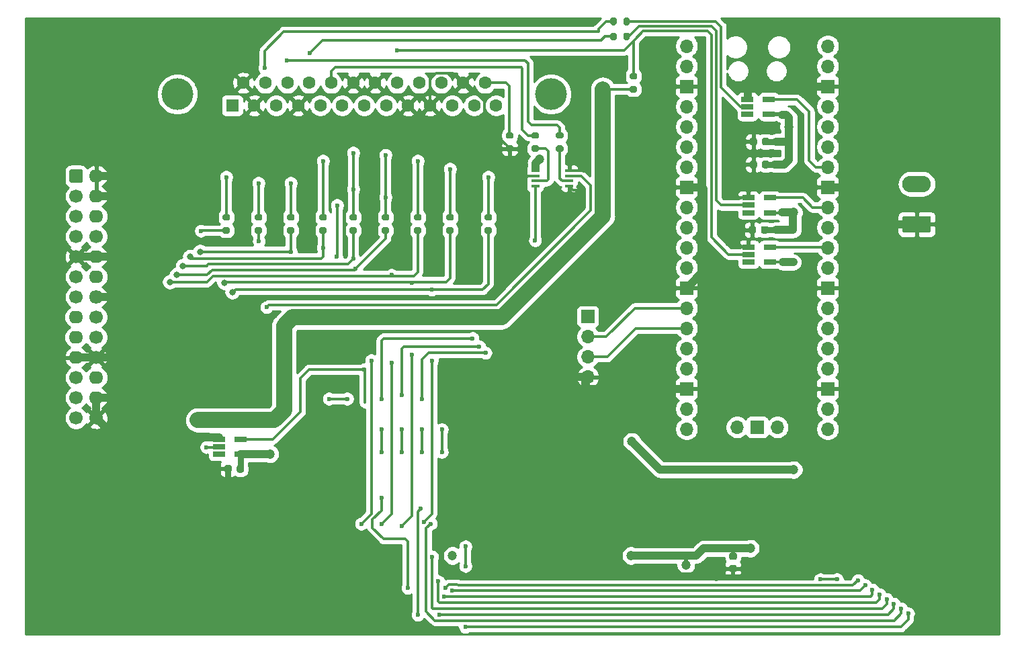
<source format=gbr>
%TF.GenerationSoftware,KiCad,Pcbnew,(5.1.10)-1*%
%TF.CreationDate,2021-08-27T13:44:28+02:00*%
%TF.ProjectId,Pico-profile,5069636f-2d70-4726-9f66-696c652e6b69,rev?*%
%TF.SameCoordinates,Original*%
%TF.FileFunction,Copper,L2,Bot*%
%TF.FilePolarity,Positive*%
%FSLAX46Y46*%
G04 Gerber Fmt 4.6, Leading zero omitted, Abs format (unit mm)*
G04 Created by KiCad (PCBNEW (5.1.10)-1) date 2021-08-27 13:44:28*
%MOMM*%
%LPD*%
G01*
G04 APERTURE LIST*
%TA.AperFunction,ComponentPad*%
%ADD10O,3.600000X2.080000*%
%TD*%
%TA.AperFunction,SMDPad,CuDef*%
%ADD11R,1.560000X0.650000*%
%TD*%
%TA.AperFunction,ComponentPad*%
%ADD12C,1.700000*%
%TD*%
%TA.AperFunction,ComponentPad*%
%ADD13O,1.800000X1.600000*%
%TD*%
%TA.AperFunction,ComponentPad*%
%ADD14O,1.800000X1.650000*%
%TD*%
%TA.AperFunction,ComponentPad*%
%ADD15C,4.000000*%
%TD*%
%TA.AperFunction,ComponentPad*%
%ADD16C,1.600000*%
%TD*%
%TA.AperFunction,ComponentPad*%
%ADD17R,1.600000X1.600000*%
%TD*%
%TA.AperFunction,ComponentPad*%
%ADD18O,1.700000X1.700000*%
%TD*%
%TA.AperFunction,ComponentPad*%
%ADD19R,1.700000X1.700000*%
%TD*%
%TA.AperFunction,SMDPad,CuDef*%
%ADD20R,1.100000X0.400000*%
%TD*%
%TA.AperFunction,ViaPad*%
%ADD21C,1.200000*%
%TD*%
%TA.AperFunction,ViaPad*%
%ADD22C,0.600000*%
%TD*%
%TA.AperFunction,ViaPad*%
%ADD23C,5.000000*%
%TD*%
%TA.AperFunction,ViaPad*%
%ADD24C,0.800000*%
%TD*%
%TA.AperFunction,Conductor*%
%ADD25C,0.500000*%
%TD*%
%TA.AperFunction,Conductor*%
%ADD26C,1.000000*%
%TD*%
%TA.AperFunction,Conductor*%
%ADD27C,0.300000*%
%TD*%
%TA.AperFunction,Conductor*%
%ADD28C,0.800000*%
%TD*%
%TA.AperFunction,Conductor*%
%ADD29C,2.000000*%
%TD*%
%TA.AperFunction,Conductor*%
%ADD30C,0.254000*%
%TD*%
%TA.AperFunction,Conductor*%
%ADD31C,0.100000*%
%TD*%
G04 APERTURE END LIST*
%TO.P,R19,2*%
%TO.N,+5VL*%
%TA.AperFunction,SMDPad,CuDef*%
G36*
G01*
X176001000Y-64242000D02*
X176551000Y-64242000D01*
G75*
G02*
X176751000Y-64442000I0J-200000D01*
G01*
X176751000Y-64842000D01*
G75*
G02*
X176551000Y-65042000I-200000J0D01*
G01*
X176001000Y-65042000D01*
G75*
G02*
X175801000Y-64842000I0J200000D01*
G01*
X175801000Y-64442000D01*
G75*
G02*
X176001000Y-64242000I200000J0D01*
G01*
G37*
%TD.AperFunction*%
%TO.P,R19,1*%
%TO.N,/~PRES*%
%TA.AperFunction,SMDPad,CuDef*%
G36*
G01*
X176001000Y-62592000D02*
X176551000Y-62592000D01*
G75*
G02*
X176751000Y-62792000I0J-200000D01*
G01*
X176751000Y-63192000D01*
G75*
G02*
X176551000Y-63392000I-200000J0D01*
G01*
X176001000Y-63392000D01*
G75*
G02*
X175801000Y-63192000I0J200000D01*
G01*
X175801000Y-62792000D01*
G75*
G02*
X176001000Y-62592000I200000J0D01*
G01*
G37*
%TD.AperFunction*%
%TD*%
D10*
%TO.P,J5,2*%
%TO.N,Net-(D1-Pad2)*%
X211957920Y-76565760D03*
%TO.P,J5,1*%
%TO.N,GND*%
%TA.AperFunction,ComponentPad*%
G36*
G01*
X213507921Y-82685760D02*
X210407919Y-82685760D01*
G75*
G02*
X210157920Y-82435761I0J249999D01*
G01*
X210157920Y-80855759D01*
G75*
G02*
X210407919Y-80605760I249999J0D01*
G01*
X213507921Y-80605760D01*
G75*
G02*
X213757920Y-80855759I0J-249999D01*
G01*
X213757920Y-82435761D01*
G75*
G02*
X213507921Y-82685760I-249999J0D01*
G01*
G37*
%TD.AperFunction*%
%TD*%
%TO.P,R14,2*%
%TO.N,Net-(R14-Pad2)*%
%TA.AperFunction,SMDPad,CuDef*%
G36*
G01*
X163605800Y-71709600D02*
X164155800Y-71709600D01*
G75*
G02*
X164355800Y-71909600I0J-200000D01*
G01*
X164355800Y-72309600D01*
G75*
G02*
X164155800Y-72509600I-200000J0D01*
G01*
X163605800Y-72509600D01*
G75*
G02*
X163405800Y-72309600I0J200000D01*
G01*
X163405800Y-71909600D01*
G75*
G02*
X163605800Y-71709600I200000J0D01*
G01*
G37*
%TD.AperFunction*%
%TO.P,R14,1*%
%TO.N,/~PPARITY*%
%TA.AperFunction,SMDPad,CuDef*%
G36*
G01*
X163605800Y-70059600D02*
X164155800Y-70059600D01*
G75*
G02*
X164355800Y-70259600I0J-200000D01*
G01*
X164355800Y-70659600D01*
G75*
G02*
X164155800Y-70859600I-200000J0D01*
G01*
X163605800Y-70859600D01*
G75*
G02*
X163405800Y-70659600I0J200000D01*
G01*
X163405800Y-70259600D01*
G75*
G02*
X163605800Y-70059600I200000J0D01*
G01*
G37*
%TD.AperFunction*%
%TD*%
D11*
%TO.P,U9,5*%
%TO.N,+3V3*%
X193344800Y-67787600D03*
%TO.P,U9,4*%
%TO.N,/STRB*%
X193344800Y-65887600D03*
%TO.P,U9,3*%
%TO.N,GND*%
X190644800Y-65887600D03*
%TO.P,U9,2*%
%TO.N,Net-(R18-Pad1)*%
X190644800Y-66837600D03*
%TO.P,U9,1*%
%TO.N,N/C*%
X190644800Y-67787600D03*
%TD*%
D12*
%TO.P,J1,26*%
%TO.N,GND*%
X108585000Y-106045000D03*
D13*
%TO.P,J1,24*%
X108585000Y-103505000D03*
%TO.P,J1,22*%
%TO.N,/D3*%
X108585000Y-100965000D03*
D12*
%TO.P,J1,20*%
%TO.N,GND*%
X108585000Y-98425000D03*
%TO.P,J1,18*%
%TO.N,/~PPARITY*%
X108585000Y-95885000D03*
%TO.P,J1,16*%
%TO.N,/~PBSY*%
X108585000Y-93345000D03*
D14*
%TO.P,J1,14*%
%TO.N,GND*%
X108585000Y-90805000D03*
D13*
%TO.P,J1,12*%
%TO.N,/D6*%
X108585000Y-88265000D03*
%TO.P,J1,10*%
%TO.N,GND*%
X108585000Y-85725000D03*
D12*
%TO.P,J1,8*%
%TO.N,/D2*%
X108585000Y-83185000D03*
D13*
%TO.P,J1,6*%
%TO.N,/D1*%
X108585000Y-80645000D03*
%TO.P,J1,4*%
%TO.N,GND*%
X108585000Y-78105000D03*
%TO.P,J1,2*%
X108585000Y-75565000D03*
D12*
%TO.P,J1,25*%
%TO.N,/PCHK*%
X106045000Y-106045000D03*
%TO.P,J1,23*%
%TO.N,/D4*%
X106045000Y-103505000D03*
%TO.P,J1,21*%
%TO.N,/~PRES*%
X106045000Y-100965000D03*
D13*
%TO.P,J1,19*%
%TO.N,GND*%
X106045000Y-98425000D03*
%TO.P,J1,17*%
%TO.N,/~PCMD*%
X106045000Y-95885000D03*
%TO.P,J1,15*%
%TO.N,/~PSTRB*%
X106045000Y-93345000D03*
D12*
%TO.P,J1,13*%
%TO.N,/D7*%
X106045000Y-90805000D03*
%TO.P,J1,11*%
%TO.N,/D5*%
X106045000Y-88265000D03*
%TO.P,J1,9*%
%TO.N,GND*%
X106045000Y-85725000D03*
%TO.P,J1,7*%
%TO.N,N/C*%
X106045000Y-83185000D03*
%TO.P,J1,5*%
%TO.N,/D0*%
X106045000Y-80645000D03*
%TO.P,J1,3*%
%TO.N,/PR~W*%
X106045000Y-78105000D03*
%TO.P,J1,1*%
%TO.N,N/C*%
%TA.AperFunction,ComponentPad*%
G36*
G01*
X105195000Y-76165000D02*
X105195000Y-74965000D01*
G75*
G02*
X105445000Y-74715000I250000J0D01*
G01*
X106645000Y-74715000D01*
G75*
G02*
X106895000Y-74965000I0J-250000D01*
G01*
X106895000Y-76165000D01*
G75*
G02*
X106645000Y-76415000I-250000J0D01*
G01*
X105445000Y-76415000D01*
G75*
G02*
X105195000Y-76165000I0J250000D01*
G01*
G37*
%TD.AperFunction*%
%TD*%
%TO.P,R1,2*%
%TO.N,/PCHK*%
%TA.AperFunction,SMDPad,CuDef*%
G36*
G01*
X160955400Y-70859600D02*
X160405400Y-70859600D01*
G75*
G02*
X160205400Y-70659600I0J200000D01*
G01*
X160205400Y-70259600D01*
G75*
G02*
X160405400Y-70059600I200000J0D01*
G01*
X160955400Y-70059600D01*
G75*
G02*
X161155400Y-70259600I0J-200000D01*
G01*
X161155400Y-70659600D01*
G75*
G02*
X160955400Y-70859600I-200000J0D01*
G01*
G37*
%TD.AperFunction*%
%TO.P,R1,1*%
%TO.N,GND*%
%TA.AperFunction,SMDPad,CuDef*%
G36*
G01*
X160955400Y-72509600D02*
X160405400Y-72509600D01*
G75*
G02*
X160205400Y-72309600I0J200000D01*
G01*
X160205400Y-71909600D01*
G75*
G02*
X160405400Y-71709600I200000J0D01*
G01*
X160955400Y-71709600D01*
G75*
G02*
X161155400Y-71909600I0J-200000D01*
G01*
X161155400Y-72309600D01*
G75*
G02*
X160955400Y-72509600I-200000J0D01*
G01*
G37*
%TD.AperFunction*%
%TD*%
D11*
%TO.P,U6,5*%
%TO.N,+3V3*%
X193446400Y-80182800D03*
%TO.P,U6,4*%
%TO.N,/CMD*%
X193446400Y-78282800D03*
%TO.P,U6,3*%
%TO.N,GND*%
X190746400Y-78282800D03*
%TO.P,U6,2*%
%TO.N,Net-(R17-Pad1)*%
X190746400Y-79232800D03*
%TO.P,U6,1*%
%TO.N,N/C*%
X190746400Y-80182800D03*
%TD*%
%TO.P,R15,2*%
%TO.N,/~PBSY*%
%TA.AperFunction,SMDPad,CuDef*%
G36*
G01*
X167254600Y-70859600D02*
X166704600Y-70859600D01*
G75*
G02*
X166504600Y-70659600I0J200000D01*
G01*
X166504600Y-70259600D01*
G75*
G02*
X166704600Y-70059600I200000J0D01*
G01*
X167254600Y-70059600D01*
G75*
G02*
X167454600Y-70259600I0J-200000D01*
G01*
X167454600Y-70659600D01*
G75*
G02*
X167254600Y-70859600I-200000J0D01*
G01*
G37*
%TD.AperFunction*%
%TO.P,R15,1*%
%TO.N,Net-(R15-Pad1)*%
%TA.AperFunction,SMDPad,CuDef*%
G36*
G01*
X167254600Y-72509600D02*
X166704600Y-72509600D01*
G75*
G02*
X166504600Y-72309600I0J200000D01*
G01*
X166504600Y-71909600D01*
G75*
G02*
X166704600Y-71709600I200000J0D01*
G01*
X167254600Y-71709600D01*
G75*
G02*
X167454600Y-71909600I0J-200000D01*
G01*
X167454600Y-72309600D01*
G75*
G02*
X167254600Y-72509600I-200000J0D01*
G01*
G37*
%TD.AperFunction*%
%TD*%
%TO.P,R18,2*%
%TO.N,/~PSTRB*%
%TA.AperFunction,SMDPad,CuDef*%
G36*
G01*
X174162400Y-55808200D02*
X174162400Y-56358200D01*
G75*
G02*
X173962400Y-56558200I-200000J0D01*
G01*
X173562400Y-56558200D01*
G75*
G02*
X173362400Y-56358200I0J200000D01*
G01*
X173362400Y-55808200D01*
G75*
G02*
X173562400Y-55608200I200000J0D01*
G01*
X173962400Y-55608200D01*
G75*
G02*
X174162400Y-55808200I0J-200000D01*
G01*
G37*
%TD.AperFunction*%
%TO.P,R18,1*%
%TO.N,Net-(R18-Pad1)*%
%TA.AperFunction,SMDPad,CuDef*%
G36*
G01*
X175812400Y-55808200D02*
X175812400Y-56358200D01*
G75*
G02*
X175612400Y-56558200I-200000J0D01*
G01*
X175212400Y-56558200D01*
G75*
G02*
X175012400Y-56358200I0J200000D01*
G01*
X175012400Y-55808200D01*
G75*
G02*
X175212400Y-55608200I200000J0D01*
G01*
X175612400Y-55608200D01*
G75*
G02*
X175812400Y-55808200I0J-200000D01*
G01*
G37*
%TD.AperFunction*%
%TD*%
%TO.P,R17,2*%
%TO.N,/~PCMD*%
%TA.AperFunction,SMDPad,CuDef*%
G36*
G01*
X174162400Y-57687800D02*
X174162400Y-58237800D01*
G75*
G02*
X173962400Y-58437800I-200000J0D01*
G01*
X173562400Y-58437800D01*
G75*
G02*
X173362400Y-58237800I0J200000D01*
G01*
X173362400Y-57687800D01*
G75*
G02*
X173562400Y-57487800I200000J0D01*
G01*
X173962400Y-57487800D01*
G75*
G02*
X174162400Y-57687800I0J-200000D01*
G01*
G37*
%TD.AperFunction*%
%TO.P,R17,1*%
%TO.N,Net-(R17-Pad1)*%
%TA.AperFunction,SMDPad,CuDef*%
G36*
G01*
X175812400Y-57687800D02*
X175812400Y-58237800D01*
G75*
G02*
X175612400Y-58437800I-200000J0D01*
G01*
X175212400Y-58437800D01*
G75*
G02*
X175012400Y-58237800I0J200000D01*
G01*
X175012400Y-57687800D01*
G75*
G02*
X175212400Y-57487800I200000J0D01*
G01*
X175612400Y-57487800D01*
G75*
G02*
X175812400Y-57687800I0J-200000D01*
G01*
G37*
%TD.AperFunction*%
%TD*%
%TO.P,R16,2*%
%TO.N,Net-(R16-Pad2)*%
%TA.AperFunction,SMDPad,CuDef*%
G36*
G01*
X124693000Y-82022000D02*
X125243000Y-82022000D01*
G75*
G02*
X125443000Y-82222000I0J-200000D01*
G01*
X125443000Y-82622000D01*
G75*
G02*
X125243000Y-82822000I-200000J0D01*
G01*
X124693000Y-82822000D01*
G75*
G02*
X124493000Y-82622000I0J200000D01*
G01*
X124493000Y-82222000D01*
G75*
G02*
X124693000Y-82022000I200000J0D01*
G01*
G37*
%TD.AperFunction*%
%TO.P,R16,1*%
%TO.N,/PR~W*%
%TA.AperFunction,SMDPad,CuDef*%
G36*
G01*
X124693000Y-80372000D02*
X125243000Y-80372000D01*
G75*
G02*
X125443000Y-80572000I0J-200000D01*
G01*
X125443000Y-80972000D01*
G75*
G02*
X125243000Y-81172000I-200000J0D01*
G01*
X124693000Y-81172000D01*
G75*
G02*
X124493000Y-80972000I0J200000D01*
G01*
X124493000Y-80572000D01*
G75*
G02*
X124693000Y-80372000I200000J0D01*
G01*
G37*
%TD.AperFunction*%
%TD*%
D15*
%TO.P,J2,0*%
%TO.N,N/C*%
X118800000Y-65255000D03*
X165900000Y-65255000D03*
D16*
%TO.P,J2,25*%
%TO.N,/PCHK*%
X157585000Y-63835000D03*
%TO.P,J2,24*%
%TO.N,GND*%
X154815000Y-63835000D03*
%TO.P,J2,23*%
%TO.N,/D4*%
X152045000Y-63835000D03*
%TO.P,J2,22*%
%TO.N,/D3*%
X149275000Y-63835000D03*
%TO.P,J2,21*%
%TO.N,/~PRES*%
X146505000Y-63835000D03*
%TO.P,J2,20*%
%TO.N,GND*%
X143735000Y-63835000D03*
%TO.P,J2,19*%
X140965000Y-63835000D03*
%TO.P,J2,18*%
%TO.N,/~PPARITY*%
X138195000Y-63835000D03*
%TO.P,J2,17*%
%TO.N,/~PCMD*%
X135425000Y-63835000D03*
%TO.P,J2,16*%
%TO.N,/~PBSY*%
X132655000Y-63835000D03*
%TO.P,J2,15*%
%TO.N,/~PSTRB*%
X129885000Y-63835000D03*
%TO.P,J2,14*%
%TO.N,GND*%
X127115000Y-63835000D03*
%TO.P,J2,13*%
%TO.N,/D7*%
X158970000Y-66675000D03*
%TO.P,J2,12*%
%TO.N,/D6*%
X156200000Y-66675000D03*
%TO.P,J2,11*%
%TO.N,/D5*%
X153430000Y-66675000D03*
%TO.P,J2,10*%
%TO.N,GND*%
X150660000Y-66675000D03*
%TO.P,J2,9*%
X147890000Y-66675000D03*
%TO.P,J2,8*%
%TO.N,/D2*%
X145120000Y-66675000D03*
%TO.P,J2,7*%
%TO.N,N/C*%
X142350000Y-66675000D03*
%TO.P,J2,6*%
%TO.N,/D1*%
X139580000Y-66675000D03*
%TO.P,J2,5*%
%TO.N,/D0*%
X136810000Y-66675000D03*
%TO.P,J2,4*%
%TO.N,GND*%
X134040000Y-66675000D03*
%TO.P,J2,3*%
%TO.N,/PR~W*%
X131270000Y-66675000D03*
%TO.P,J2,2*%
%TO.N,GND*%
X128500000Y-66675000D03*
D17*
%TO.P,J2,1*%
%TO.N,N/C*%
X125730000Y-66675000D03*
%TD*%
D11*
%TO.P,U8,5*%
%TO.N,+3V3*%
X193475600Y-86395600D03*
%TO.P,U8,4*%
%TO.N,/RUN*%
X193475600Y-84495600D03*
%TO.P,U8,3*%
%TO.N,GND*%
X190775600Y-84495600D03*
%TO.P,U8,2*%
%TO.N,/~PRES*%
X190775600Y-85445600D03*
%TO.P,U8,1*%
%TO.N,N/C*%
X190775600Y-86395600D03*
%TD*%
%TO.P,U5,5*%
%TO.N,+3V3*%
X126746000Y-110612000D03*
%TO.P,U5,4*%
%TO.N,/~R~W*%
X126746000Y-108712000D03*
%TO.P,U5,3*%
%TO.N,GND*%
X124046000Y-108712000D03*
%TO.P,U5,2*%
%TO.N,Net-(R16-Pad2)*%
X124046000Y-109662000D03*
%TO.P,U5,1*%
%TO.N,N/C*%
X124046000Y-110612000D03*
%TD*%
D18*
%TO.P,U7,43*%
%TO.N,Net-(U7-Pad43)*%
X194411600Y-107212000D03*
D19*
%TO.P,U7,42*%
%TO.N,Net-(U7-Pad42)*%
X191871600Y-107212000D03*
D18*
%TO.P,U7,41*%
%TO.N,Net-(U7-Pad41)*%
X189331600Y-107212000D03*
%TO.P,U7,40*%
%TO.N,Net-(U7-Pad40)*%
X200761600Y-59182000D03*
%TO.P,U7,39*%
%TO.N,+5VL*%
X200761600Y-61722000D03*
D19*
%TO.P,U7,38*%
%TO.N,GND*%
X200761600Y-64262000D03*
D18*
%TO.P,U7,37*%
%TO.N,Net-(U7-Pad37)*%
X200761600Y-66802000D03*
%TO.P,U7,36*%
%TO.N,+3V3*%
X200761600Y-69342000D03*
%TO.P,U7,35*%
%TO.N,Net-(U7-Pad35)*%
X200761600Y-71882000D03*
%TO.P,U7,34*%
%TO.N,/STRB*%
X200761600Y-74422000D03*
D19*
%TO.P,U7,33*%
%TO.N,GND*%
X200761600Y-76962000D03*
D18*
%TO.P,U7,32*%
%TO.N,/CMD*%
X200761600Y-79502000D03*
%TO.P,U7,31*%
%TO.N,/ID7*%
X200761600Y-82042000D03*
%TO.P,U7,30*%
%TO.N,/RUN*%
X200761600Y-84582000D03*
%TO.P,U7,29*%
%TO.N,/ID6*%
X200761600Y-87122000D03*
D19*
%TO.P,U7,28*%
%TO.N,GND*%
X200761600Y-89662000D03*
D18*
%TO.P,U7,27*%
%TO.N,/ID5*%
X200761600Y-92202000D03*
%TO.P,U7,26*%
%TO.N,/ID4*%
X200761600Y-94742000D03*
%TO.P,U7,25*%
%TO.N,/ID3*%
X200761600Y-97282000D03*
%TO.P,U7,24*%
%TO.N,/ID2*%
X200761600Y-99822000D03*
D19*
%TO.P,U7,23*%
%TO.N,GND*%
X200761600Y-102362000D03*
D18*
%TO.P,U7,22*%
%TO.N,/ID1*%
X200761600Y-104902000D03*
%TO.P,U7,21*%
%TO.N,/ID0*%
X200761600Y-107442000D03*
%TO.P,U7,20*%
%TO.N,/SD_MOSI*%
X182981600Y-107442000D03*
%TO.P,U7,19*%
%TO.N,/SD_SCK*%
X182981600Y-104902000D03*
D19*
%TO.P,U7,18*%
%TO.N,GND*%
X182981600Y-102362000D03*
D18*
%TO.P,U7,17*%
%TO.N,/SD_CS*%
X182981600Y-99822000D03*
%TO.P,U7,16*%
%TO.N,/SD_MISO*%
X182981600Y-97282000D03*
%TO.P,U7,15*%
%TO.N,/SCL*%
X182981600Y-94742000D03*
%TO.P,U7,14*%
%TO.N,/SDA*%
X182981600Y-92202000D03*
D19*
%TO.P,U7,13*%
%TO.N,GND*%
X182981600Y-89662000D03*
D18*
%TO.P,U7,12*%
%TO.N,/~R~W*%
X182981600Y-87122000D03*
%TO.P,U7,11*%
%TO.N,/BSY*%
X182981600Y-84582000D03*
%TO.P,U7,10*%
%TO.N,/OD7*%
X182981600Y-82042000D03*
%TO.P,U7,9*%
%TO.N,/OD6*%
X182981600Y-79502000D03*
D19*
%TO.P,U7,8*%
%TO.N,GND*%
X182981600Y-76962000D03*
D18*
%TO.P,U7,7*%
%TO.N,/OD5*%
X182981600Y-74422000D03*
%TO.P,U7,6*%
%TO.N,/OD4*%
X182981600Y-71882000D03*
%TO.P,U7,5*%
%TO.N,/OD3*%
X182981600Y-69342000D03*
%TO.P,U7,4*%
%TO.N,/OD2*%
X182981600Y-66802000D03*
D19*
%TO.P,U7,3*%
%TO.N,GND*%
X182981600Y-64262000D03*
D18*
%TO.P,U7,2*%
%TO.N,/OD1*%
X182981600Y-61722000D03*
%TO.P,U7,1*%
%TO.N,/OD0*%
X182981600Y-59182000D03*
%TD*%
D20*
%TO.P,U4,8*%
%TO.N,+5VL*%
X163898800Y-74879200D03*
%TO.P,U4,7*%
%TO.N,GND*%
X163898800Y-75529200D03*
%TO.P,U4,6*%
%TO.N,Net-(R14-Pad2)*%
X163898800Y-76179200D03*
%TO.P,U4,5*%
%TO.N,/BSY*%
X163898800Y-76829200D03*
%TO.P,U4,4*%
%TO.N,GND*%
X168198800Y-76829200D03*
%TO.P,U4,3*%
%TO.N,Net-(R15-Pad1)*%
X168198800Y-76179200D03*
%TO.P,U4,2*%
%TO.N,Net-(U1-Pad6)*%
X168198800Y-75529200D03*
%TO.P,U4,1*%
%TO.N,GND*%
X168198800Y-74879200D03*
%TD*%
%TO.P,R13,2*%
%TO.N,/D7*%
%TA.AperFunction,SMDPad,CuDef*%
G36*
G01*
X158263000Y-81172000D02*
X157713000Y-81172000D01*
G75*
G02*
X157513000Y-80972000I0J200000D01*
G01*
X157513000Y-80572000D01*
G75*
G02*
X157713000Y-80372000I200000J0D01*
G01*
X158263000Y-80372000D01*
G75*
G02*
X158463000Y-80572000I0J-200000D01*
G01*
X158463000Y-80972000D01*
G75*
G02*
X158263000Y-81172000I-200000J0D01*
G01*
G37*
%TD.AperFunction*%
%TO.P,R13,1*%
%TO.N,/PD7*%
%TA.AperFunction,SMDPad,CuDef*%
G36*
G01*
X158263000Y-82822000D02*
X157713000Y-82822000D01*
G75*
G02*
X157513000Y-82622000I0J200000D01*
G01*
X157513000Y-82222000D01*
G75*
G02*
X157713000Y-82022000I200000J0D01*
G01*
X158263000Y-82022000D01*
G75*
G02*
X158463000Y-82222000I0J-200000D01*
G01*
X158463000Y-82622000D01*
G75*
G02*
X158263000Y-82822000I-200000J0D01*
G01*
G37*
%TD.AperFunction*%
%TD*%
%TO.P,R12,2*%
%TO.N,/D6*%
%TA.AperFunction,SMDPad,CuDef*%
G36*
G01*
X153437000Y-81172000D02*
X152887000Y-81172000D01*
G75*
G02*
X152687000Y-80972000I0J200000D01*
G01*
X152687000Y-80572000D01*
G75*
G02*
X152887000Y-80372000I200000J0D01*
G01*
X153437000Y-80372000D01*
G75*
G02*
X153637000Y-80572000I0J-200000D01*
G01*
X153637000Y-80972000D01*
G75*
G02*
X153437000Y-81172000I-200000J0D01*
G01*
G37*
%TD.AperFunction*%
%TO.P,R12,1*%
%TO.N,/PD6*%
%TA.AperFunction,SMDPad,CuDef*%
G36*
G01*
X153437000Y-82822000D02*
X152887000Y-82822000D01*
G75*
G02*
X152687000Y-82622000I0J200000D01*
G01*
X152687000Y-82222000D01*
G75*
G02*
X152887000Y-82022000I200000J0D01*
G01*
X153437000Y-82022000D01*
G75*
G02*
X153637000Y-82222000I0J-200000D01*
G01*
X153637000Y-82622000D01*
G75*
G02*
X153437000Y-82822000I-200000J0D01*
G01*
G37*
%TD.AperFunction*%
%TD*%
%TO.P,R11,2*%
%TO.N,/D5*%
%TA.AperFunction,SMDPad,CuDef*%
G36*
G01*
X149373000Y-81172000D02*
X148823000Y-81172000D01*
G75*
G02*
X148623000Y-80972000I0J200000D01*
G01*
X148623000Y-80572000D01*
G75*
G02*
X148823000Y-80372000I200000J0D01*
G01*
X149373000Y-80372000D01*
G75*
G02*
X149573000Y-80572000I0J-200000D01*
G01*
X149573000Y-80972000D01*
G75*
G02*
X149373000Y-81172000I-200000J0D01*
G01*
G37*
%TD.AperFunction*%
%TO.P,R11,1*%
%TO.N,/PD5*%
%TA.AperFunction,SMDPad,CuDef*%
G36*
G01*
X149373000Y-82822000D02*
X148823000Y-82822000D01*
G75*
G02*
X148623000Y-82622000I0J200000D01*
G01*
X148623000Y-82222000D01*
G75*
G02*
X148823000Y-82022000I200000J0D01*
G01*
X149373000Y-82022000D01*
G75*
G02*
X149573000Y-82222000I0J-200000D01*
G01*
X149573000Y-82622000D01*
G75*
G02*
X149373000Y-82822000I-200000J0D01*
G01*
G37*
%TD.AperFunction*%
%TD*%
%TO.P,R10,2*%
%TO.N,/D4*%
%TA.AperFunction,SMDPad,CuDef*%
G36*
G01*
X145309000Y-81172000D02*
X144759000Y-81172000D01*
G75*
G02*
X144559000Y-80972000I0J200000D01*
G01*
X144559000Y-80572000D01*
G75*
G02*
X144759000Y-80372000I200000J0D01*
G01*
X145309000Y-80372000D01*
G75*
G02*
X145509000Y-80572000I0J-200000D01*
G01*
X145509000Y-80972000D01*
G75*
G02*
X145309000Y-81172000I-200000J0D01*
G01*
G37*
%TD.AperFunction*%
%TO.P,R10,1*%
%TO.N,/PD4*%
%TA.AperFunction,SMDPad,CuDef*%
G36*
G01*
X145309000Y-82822000D02*
X144759000Y-82822000D01*
G75*
G02*
X144559000Y-82622000I0J200000D01*
G01*
X144559000Y-82222000D01*
G75*
G02*
X144759000Y-82022000I200000J0D01*
G01*
X145309000Y-82022000D01*
G75*
G02*
X145509000Y-82222000I0J-200000D01*
G01*
X145509000Y-82622000D01*
G75*
G02*
X145309000Y-82822000I-200000J0D01*
G01*
G37*
%TD.AperFunction*%
%TD*%
%TO.P,R9,2*%
%TO.N,/D3*%
%TA.AperFunction,SMDPad,CuDef*%
G36*
G01*
X141245000Y-81172000D02*
X140695000Y-81172000D01*
G75*
G02*
X140495000Y-80972000I0J200000D01*
G01*
X140495000Y-80572000D01*
G75*
G02*
X140695000Y-80372000I200000J0D01*
G01*
X141245000Y-80372000D01*
G75*
G02*
X141445000Y-80572000I0J-200000D01*
G01*
X141445000Y-80972000D01*
G75*
G02*
X141245000Y-81172000I-200000J0D01*
G01*
G37*
%TD.AperFunction*%
%TO.P,R9,1*%
%TO.N,/PD3*%
%TA.AperFunction,SMDPad,CuDef*%
G36*
G01*
X141245000Y-82822000D02*
X140695000Y-82822000D01*
G75*
G02*
X140495000Y-82622000I0J200000D01*
G01*
X140495000Y-82222000D01*
G75*
G02*
X140695000Y-82022000I200000J0D01*
G01*
X141245000Y-82022000D01*
G75*
G02*
X141445000Y-82222000I0J-200000D01*
G01*
X141445000Y-82622000D01*
G75*
G02*
X141245000Y-82822000I-200000J0D01*
G01*
G37*
%TD.AperFunction*%
%TD*%
%TO.P,R8,2*%
%TO.N,/D2*%
%TA.AperFunction,SMDPad,CuDef*%
G36*
G01*
X137435000Y-81172000D02*
X136885000Y-81172000D01*
G75*
G02*
X136685000Y-80972000I0J200000D01*
G01*
X136685000Y-80572000D01*
G75*
G02*
X136885000Y-80372000I200000J0D01*
G01*
X137435000Y-80372000D01*
G75*
G02*
X137635000Y-80572000I0J-200000D01*
G01*
X137635000Y-80972000D01*
G75*
G02*
X137435000Y-81172000I-200000J0D01*
G01*
G37*
%TD.AperFunction*%
%TO.P,R8,1*%
%TO.N,/PD2*%
%TA.AperFunction,SMDPad,CuDef*%
G36*
G01*
X137435000Y-82822000D02*
X136885000Y-82822000D01*
G75*
G02*
X136685000Y-82622000I0J200000D01*
G01*
X136685000Y-82222000D01*
G75*
G02*
X136885000Y-82022000I200000J0D01*
G01*
X137435000Y-82022000D01*
G75*
G02*
X137635000Y-82222000I0J-200000D01*
G01*
X137635000Y-82622000D01*
G75*
G02*
X137435000Y-82822000I-200000J0D01*
G01*
G37*
%TD.AperFunction*%
%TD*%
%TO.P,R7,2*%
%TO.N,/D1*%
%TA.AperFunction,SMDPad,CuDef*%
G36*
G01*
X133371000Y-81172000D02*
X132821000Y-81172000D01*
G75*
G02*
X132621000Y-80972000I0J200000D01*
G01*
X132621000Y-80572000D01*
G75*
G02*
X132821000Y-80372000I200000J0D01*
G01*
X133371000Y-80372000D01*
G75*
G02*
X133571000Y-80572000I0J-200000D01*
G01*
X133571000Y-80972000D01*
G75*
G02*
X133371000Y-81172000I-200000J0D01*
G01*
G37*
%TD.AperFunction*%
%TO.P,R7,1*%
%TO.N,/PD1*%
%TA.AperFunction,SMDPad,CuDef*%
G36*
G01*
X133371000Y-82822000D02*
X132821000Y-82822000D01*
G75*
G02*
X132621000Y-82622000I0J200000D01*
G01*
X132621000Y-82222000D01*
G75*
G02*
X132821000Y-82022000I200000J0D01*
G01*
X133371000Y-82022000D01*
G75*
G02*
X133571000Y-82222000I0J-200000D01*
G01*
X133571000Y-82622000D01*
G75*
G02*
X133371000Y-82822000I-200000J0D01*
G01*
G37*
%TD.AperFunction*%
%TD*%
%TO.P,R6,2*%
%TO.N,/D0*%
%TA.AperFunction,SMDPad,CuDef*%
G36*
G01*
X129307000Y-81172000D02*
X128757000Y-81172000D01*
G75*
G02*
X128557000Y-80972000I0J200000D01*
G01*
X128557000Y-80572000D01*
G75*
G02*
X128757000Y-80372000I200000J0D01*
G01*
X129307000Y-80372000D01*
G75*
G02*
X129507000Y-80572000I0J-200000D01*
G01*
X129507000Y-80972000D01*
G75*
G02*
X129307000Y-81172000I-200000J0D01*
G01*
G37*
%TD.AperFunction*%
%TO.P,R6,1*%
%TO.N,/PD0*%
%TA.AperFunction,SMDPad,CuDef*%
G36*
G01*
X129307000Y-82822000D02*
X128757000Y-82822000D01*
G75*
G02*
X128557000Y-82622000I0J200000D01*
G01*
X128557000Y-82222000D01*
G75*
G02*
X128757000Y-82022000I200000J0D01*
G01*
X129307000Y-82022000D01*
G75*
G02*
X129507000Y-82222000I0J-200000D01*
G01*
X129507000Y-82622000D01*
G75*
G02*
X129307000Y-82822000I-200000J0D01*
G01*
G37*
%TD.AperFunction*%
%TD*%
D18*
%TO.P,J4,4*%
%TO.N,GND*%
X170535600Y-100888800D03*
%TO.P,J4,3*%
%TO.N,/SCL*%
X170535600Y-98348800D03*
%TO.P,J4,2*%
%TO.N,/SDA*%
X170535600Y-95808800D03*
D19*
%TO.P,J4,1*%
%TO.N,+3V3*%
X170535600Y-93268800D03*
%TD*%
%TO.P,C8,2*%
%TO.N,GND*%
%TA.AperFunction,SMDPad,CuDef*%
G36*
G01*
X191838400Y-73867200D02*
X191838400Y-74367200D01*
G75*
G02*
X191613400Y-74592200I-225000J0D01*
G01*
X191163400Y-74592200D01*
G75*
G02*
X190938400Y-74367200I0J225000D01*
G01*
X190938400Y-73867200D01*
G75*
G02*
X191163400Y-73642200I225000J0D01*
G01*
X191613400Y-73642200D01*
G75*
G02*
X191838400Y-73867200I0J-225000D01*
G01*
G37*
%TD.AperFunction*%
%TO.P,C8,1*%
%TO.N,+3V3*%
%TA.AperFunction,SMDPad,CuDef*%
G36*
G01*
X193388400Y-73867200D02*
X193388400Y-74367200D01*
G75*
G02*
X193163400Y-74592200I-225000J0D01*
G01*
X192713400Y-74592200D01*
G75*
G02*
X192488400Y-74367200I0J225000D01*
G01*
X192488400Y-73867200D01*
G75*
G02*
X192713400Y-73642200I225000J0D01*
G01*
X193163400Y-73642200D01*
G75*
G02*
X193388400Y-73867200I0J-225000D01*
G01*
G37*
%TD.AperFunction*%
%TD*%
%TO.P,C7,2*%
%TO.N,GND*%
%TA.AperFunction,SMDPad,CuDef*%
G36*
G01*
X191712000Y-82096800D02*
X191712000Y-82596800D01*
G75*
G02*
X191487000Y-82821800I-225000J0D01*
G01*
X191037000Y-82821800D01*
G75*
G02*
X190812000Y-82596800I0J225000D01*
G01*
X190812000Y-82096800D01*
G75*
G02*
X191037000Y-81871800I225000J0D01*
G01*
X191487000Y-81871800D01*
G75*
G02*
X191712000Y-82096800I0J-225000D01*
G01*
G37*
%TD.AperFunction*%
%TO.P,C7,1*%
%TO.N,+3V3*%
%TA.AperFunction,SMDPad,CuDef*%
G36*
G01*
X193262000Y-82096800D02*
X193262000Y-82596800D01*
G75*
G02*
X193037000Y-82821800I-225000J0D01*
G01*
X192587000Y-82821800D01*
G75*
G02*
X192362000Y-82596800I0J225000D01*
G01*
X192362000Y-82096800D01*
G75*
G02*
X192587000Y-81871800I225000J0D01*
G01*
X193037000Y-81871800D01*
G75*
G02*
X193262000Y-82096800I0J-225000D01*
G01*
G37*
%TD.AperFunction*%
%TD*%
%TO.P,C5,2*%
%TO.N,GND*%
%TA.AperFunction,SMDPad,CuDef*%
G36*
G01*
X191838400Y-70971600D02*
X191838400Y-71471600D01*
G75*
G02*
X191613400Y-71696600I-225000J0D01*
G01*
X191163400Y-71696600D01*
G75*
G02*
X190938400Y-71471600I0J225000D01*
G01*
X190938400Y-70971600D01*
G75*
G02*
X191163400Y-70746600I225000J0D01*
G01*
X191613400Y-70746600D01*
G75*
G02*
X191838400Y-70971600I0J-225000D01*
G01*
G37*
%TD.AperFunction*%
%TO.P,C5,1*%
%TO.N,+3V3*%
%TA.AperFunction,SMDPad,CuDef*%
G36*
G01*
X193388400Y-70971600D02*
X193388400Y-71471600D01*
G75*
G02*
X193163400Y-71696600I-225000J0D01*
G01*
X192713400Y-71696600D01*
G75*
G02*
X192488400Y-71471600I0J225000D01*
G01*
X192488400Y-70971600D01*
G75*
G02*
X192713400Y-70746600I225000J0D01*
G01*
X193163400Y-70746600D01*
G75*
G02*
X193388400Y-70971600I0J-225000D01*
G01*
G37*
%TD.AperFunction*%
%TD*%
%TO.P,C4,2*%
%TO.N,GND*%
%TA.AperFunction,SMDPad,CuDef*%
G36*
G01*
X188573600Y-124581800D02*
X189073600Y-124581800D01*
G75*
G02*
X189298600Y-124806800I0J-225000D01*
G01*
X189298600Y-125256800D01*
G75*
G02*
X189073600Y-125481800I-225000J0D01*
G01*
X188573600Y-125481800D01*
G75*
G02*
X188348600Y-125256800I0J225000D01*
G01*
X188348600Y-124806800D01*
G75*
G02*
X188573600Y-124581800I225000J0D01*
G01*
G37*
%TD.AperFunction*%
%TO.P,C4,1*%
%TO.N,+3V3*%
%TA.AperFunction,SMDPad,CuDef*%
G36*
G01*
X188573600Y-123031800D02*
X189073600Y-123031800D01*
G75*
G02*
X189298600Y-123256800I0J-225000D01*
G01*
X189298600Y-123706800D01*
G75*
G02*
X189073600Y-123931800I-225000J0D01*
G01*
X188573600Y-123931800D01*
G75*
G02*
X188348600Y-123706800I0J225000D01*
G01*
X188348600Y-123256800D01*
G75*
G02*
X188573600Y-123031800I225000J0D01*
G01*
G37*
%TD.AperFunction*%
%TD*%
%TO.P,C2,2*%
%TO.N,GND*%
%TA.AperFunction,SMDPad,CuDef*%
G36*
G01*
X125646000Y-112221200D02*
X125646000Y-112721200D01*
G75*
G02*
X125421000Y-112946200I-225000J0D01*
G01*
X124971000Y-112946200D01*
G75*
G02*
X124746000Y-112721200I0J225000D01*
G01*
X124746000Y-112221200D01*
G75*
G02*
X124971000Y-111996200I225000J0D01*
G01*
X125421000Y-111996200D01*
G75*
G02*
X125646000Y-112221200I0J-225000D01*
G01*
G37*
%TD.AperFunction*%
%TO.P,C2,1*%
%TO.N,+3V3*%
%TA.AperFunction,SMDPad,CuDef*%
G36*
G01*
X127196000Y-112221200D02*
X127196000Y-112721200D01*
G75*
G02*
X126971000Y-112946200I-225000J0D01*
G01*
X126521000Y-112946200D01*
G75*
G02*
X126296000Y-112721200I0J225000D01*
G01*
X126296000Y-112221200D01*
G75*
G02*
X126521000Y-111996200I225000J0D01*
G01*
X126971000Y-111996200D01*
G75*
G02*
X127196000Y-112221200I0J-225000D01*
G01*
G37*
%TD.AperFunction*%
%TD*%
D21*
%TO.N,GND*%
X188264800Y-80670400D03*
X190652400Y-64262000D03*
X152958800Y-118516400D03*
D22*
X155651200Y-101955600D03*
X141986000Y-98094800D03*
D21*
X134518400Y-98094800D03*
X121412000Y-108458000D03*
X153670000Y-114147600D03*
X139954000Y-112014000D03*
D23*
X215000000Y-63000000D03*
X215000000Y-125994000D03*
X106997200Y-125994000D03*
X107000000Y-63000000D03*
D21*
X195326000Y-125730000D03*
X186734450Y-126066550D03*
X175412400Y-77012800D03*
X170027600Y-74523600D03*
D22*
X169570400Y-77317600D03*
D21*
X188315600Y-77063600D03*
%TO.N,+3V3*%
X191008000Y-122478800D03*
X195834000Y-69342000D03*
X196443600Y-112572800D03*
X196443600Y-80162400D03*
D22*
X196443600Y-86410800D03*
D21*
X176072800Y-109016800D03*
X130454400Y-110591600D03*
X153466800Y-123393200D03*
X175971200Y-123393200D03*
X182892200Y-124574800D03*
D22*
%TO.N,/D3*%
X140970000Y-77216000D03*
X140970000Y-72644000D03*
%TO.N,/~PBSY*%
X132638800Y-61010800D03*
%TO.N,/D6*%
X153162000Y-74676000D03*
%TO.N,/D2*%
X137160000Y-73660000D03*
%TO.N,/D1*%
X133096000Y-76454000D03*
%TO.N,/D4*%
X145034000Y-78232000D03*
X145034000Y-72910000D03*
%TO.N,/~PRES*%
X146507200Y-59740800D03*
%TO.N,/~PCMD*%
X135483600Y-60045600D03*
%TO.N,/~PSTRB*%
X129794000Y-61925200D03*
%TO.N,/D7*%
X157988000Y-75692000D03*
%TO.N,/D5*%
X149098000Y-73660000D03*
%TO.N,/D0*%
X129032000Y-76454000D03*
%TO.N,/PR~W*%
X124968000Y-75692000D03*
%TO.N,/SD_MOSI*%
X199821800Y-126402400D03*
X201918000Y-126398020D03*
%TO.N,/PD0*%
X141986000Y-119380000D03*
X143256000Y-98806000D03*
X129082800Y-83769200D03*
%TO.N,/PD1*%
X140208000Y-103632000D03*
X137922000Y-103632000D03*
D24*
X121666000Y-85090000D03*
D22*
X144526000Y-110337600D03*
X144526000Y-107442000D03*
X133096000Y-85090000D03*
D24*
%TO.N,/PD2*%
X120396000Y-85725000D03*
D22*
X147066000Y-107492800D03*
X147065975Y-110388425D03*
X137169359Y-84582000D03*
%TO.N,/PD3*%
X140970000Y-85979000D03*
D24*
X119507000Y-86868000D03*
D22*
X149656800Y-107442000D03*
X149606000Y-110337600D03*
D24*
%TO.N,/PD4*%
X118745000Y-88011000D03*
D22*
X141223990Y-87287990D03*
X152146000Y-107492800D03*
X152146000Y-110337584D03*
%TO.N,/PD5*%
X144526000Y-119380000D03*
X145796000Y-99060000D03*
D24*
X117856000Y-88900000D03*
D22*
X145796000Y-88049990D03*
%TO.N,/PD6*%
X147066000Y-119634000D03*
X148336000Y-98044000D03*
D24*
X124714000Y-88988010D03*
D22*
X148321203Y-88988010D03*
%TO.N,/PD7*%
X149860000Y-119126000D03*
D24*
X125730000Y-90170000D03*
D22*
X150876000Y-98805994D03*
X150876000Y-89865200D03*
%TO.N,Net-(U1-Pad6)*%
X130048000Y-92100400D03*
%TO.N,/OD7*%
X149606000Y-103631994D03*
X157632400Y-97840800D03*
%TO.N,/OD6*%
X147066000Y-103124000D03*
X156819600Y-97028000D03*
%TO.N,/OD5*%
X144526000Y-103631996D03*
X156006800Y-96012000D03*
%TO.N,/OD0*%
X138938000Y-79248000D03*
X138847948Y-85761948D03*
%TO.N,/ID0*%
X144526000Y-116078000D03*
X152552400Y-127457220D03*
X147828000Y-127457200D03*
X204559600Y-126526400D03*
%TO.N,/ID1*%
X153466800Y-127773990D03*
X205474000Y-127136000D03*
%TO.N,/ID2*%
X152438800Y-128524000D03*
X206388400Y-127685200D03*
%TO.N,/ID3*%
X151676800Y-126644400D03*
X207297200Y-128294000D03*
%TO.N,/ID4*%
X150926800Y-123545600D03*
X208187990Y-128884790D03*
%TO.N,/ID5*%
X149479000Y-117475000D03*
X151841200Y-130822000D03*
X149097994Y-130860800D03*
X209097200Y-129494000D03*
%TO.N,/ID6*%
X150749000Y-119380000D03*
X209997200Y-130094000D03*
%TO.N,/ID7*%
X155092400Y-132384800D03*
X155117800Y-124714000D03*
X155117800Y-122250200D03*
X210897200Y-130694000D03*
D21*
%TO.N,+5VL*%
X172415200Y-64617600D03*
X121361200Y-106324400D03*
X172415200Y-73101200D03*
X164439600Y-73406000D03*
D22*
X159664400Y-93319600D03*
%TO.N,/~R~W*%
X142367000Y-99949000D03*
%TO.N,/BSY*%
X163880800Y-83667600D03*
%TO.N,Net-(R16-Pad2)*%
X122478800Y-109728000D03*
X121794000Y-82472009D03*
%TD*%
D25*
%TO.N,GND*%
X188823600Y-125882400D02*
X188823600Y-125031800D01*
D26*
X182981600Y-76962000D02*
X182981600Y-77063600D01*
X190652400Y-65704999D02*
X190644800Y-65712599D01*
X190652400Y-64262000D02*
X190652400Y-65704999D01*
X190652400Y-64262000D02*
X200761600Y-64262000D01*
X170230800Y-101193600D02*
X170535600Y-100888800D01*
X170230800Y-118516400D02*
X170230800Y-101193600D01*
X156718000Y-100888800D02*
X155651200Y-101955600D01*
X170535600Y-100888800D02*
X156718000Y-100888800D01*
X170230800Y-102311200D02*
X170230800Y-101193600D01*
X170281600Y-102362000D02*
X170230800Y-102311200D01*
X182981600Y-102362000D02*
X170281600Y-102362000D01*
X141986000Y-98094800D02*
X134518400Y-98094800D01*
X123967001Y-108458000D02*
X124046000Y-108536999D01*
X121412000Y-108458000D02*
X123967001Y-108458000D01*
X110998000Y-108458000D02*
X108585000Y-106045000D01*
X121412000Y-108458000D02*
X110998000Y-108458000D01*
X108585000Y-103505000D02*
X108585000Y-106045000D01*
X108585000Y-103505000D02*
X110413800Y-103505000D01*
X110413800Y-103505000D02*
X111150400Y-102768400D01*
X111150400Y-102768400D02*
X111150400Y-98907600D01*
X110667800Y-98425000D02*
X108585000Y-98425000D01*
X111150400Y-98907600D02*
X110667800Y-98425000D01*
X108585000Y-98425000D02*
X106045000Y-98425000D01*
X111150400Y-98907600D02*
X111150400Y-90932000D01*
X111023400Y-90805000D02*
X108585000Y-90805000D01*
X111150400Y-90932000D02*
X111023400Y-90805000D01*
X111150400Y-90932000D02*
X111150400Y-86664800D01*
X110210600Y-85725000D02*
X108585000Y-85725000D01*
X111150400Y-86664800D02*
X110210600Y-85725000D01*
X106045000Y-85725000D02*
X108585000Y-85725000D01*
X111150400Y-86664800D02*
X111150400Y-78282800D01*
X110972600Y-78105000D02*
X108585000Y-78105000D01*
X111150400Y-78282800D02*
X110972600Y-78105000D01*
X111150400Y-78282800D02*
X111150400Y-75895200D01*
X110820200Y-75565000D02*
X108585000Y-75565000D01*
X111150400Y-75895200D02*
X110820200Y-75565000D01*
X182981600Y-89662000D02*
X185139980Y-87503620D01*
X185139980Y-87503620D02*
X185139980Y-77189980D01*
X184912000Y-76962000D02*
X182981600Y-76962000D01*
X185139980Y-77189980D02*
X184912000Y-76962000D01*
D27*
X163898800Y-75529200D02*
X162548799Y-75529200D01*
X153564999Y-62584999D02*
X154815000Y-63835000D01*
X151444999Y-62584999D02*
X153564999Y-62584999D01*
X150660000Y-63369998D02*
X151444999Y-62584999D01*
X150660000Y-66675000D02*
X150660000Y-63369998D01*
X160680400Y-72109600D02*
X157530800Y-68960000D01*
X155210002Y-63835000D02*
X154815000Y-63835000D01*
X157530800Y-66155798D02*
X155210002Y-63835000D01*
X157530800Y-68960000D02*
X157530800Y-66155798D01*
X168198800Y-74879200D02*
X168605200Y-74879200D01*
D26*
X153771600Y-114249200D02*
X153670000Y-114147600D01*
X153771600Y-118516400D02*
X153771600Y-114249200D01*
X152958800Y-118516400D02*
X153771600Y-118516400D01*
X153771600Y-118516400D02*
X170230800Y-118516400D01*
X200761600Y-76962000D02*
X203962000Y-76962000D01*
X208645760Y-81645760D02*
X211957920Y-81645760D01*
X203962000Y-76962000D02*
X208645760Y-81645760D01*
D25*
X195173600Y-125882400D02*
X195326000Y-125730000D01*
D26*
X137261600Y-114706400D02*
X139954000Y-112014000D01*
X123990100Y-114515900D02*
X124180600Y-114706400D01*
X121932700Y-112471200D02*
X123977400Y-114515900D01*
X121920000Y-112471200D02*
X121932700Y-112471200D01*
X121112001Y-111663201D02*
X121920000Y-112471200D01*
X121112001Y-108757999D02*
X121112001Y-111663201D01*
X123977400Y-114515900D02*
X123990100Y-114515900D01*
X121412000Y-108458000D02*
X121112001Y-108757999D01*
X125196000Y-114516500D02*
X125006100Y-114706400D01*
D28*
X125196000Y-112471200D02*
X125196000Y-114516500D01*
D26*
X125006100Y-114706400D02*
X137261600Y-114706400D01*
X124180600Y-114706400D02*
X125006100Y-114706400D01*
X170230800Y-118516400D02*
X170230800Y-124256800D01*
X170230800Y-124256800D02*
X171958000Y-125984000D01*
X186651900Y-125984000D02*
X186734450Y-126066550D01*
X171958000Y-125984000D02*
X186651900Y-125984000D01*
D25*
X194989450Y-126066550D02*
X195326000Y-125730000D01*
X186734450Y-126066550D02*
X194989450Y-126066550D01*
D27*
X169672000Y-74879200D02*
X170027600Y-74523600D01*
X168198800Y-74879200D02*
X169672000Y-74879200D01*
X168687200Y-77317600D02*
X168198800Y-76829200D01*
X169570400Y-77317600D02*
X168687200Y-77317600D01*
X188264800Y-80670400D02*
X188264800Y-81788000D01*
X188264800Y-81788000D02*
X188823600Y-82346800D01*
X190775600Y-84495600D02*
X190007200Y-84495600D01*
X189585600Y-84074000D02*
X189585600Y-82346800D01*
X190007200Y-84495600D02*
X189585600Y-84074000D01*
X189585600Y-82346800D02*
X191262000Y-82346800D01*
X188823600Y-82346800D02*
X189585600Y-82346800D01*
X190746400Y-78282800D02*
X190746400Y-77360800D01*
X190449200Y-77063600D02*
X188315600Y-77063600D01*
X190746400Y-77360800D02*
X190449200Y-77063600D01*
D25*
%TO.N,+3V3*%
X188823600Y-123481800D02*
X188823600Y-122682000D01*
X188823600Y-122682000D02*
X189026800Y-122478800D01*
D26*
X189026800Y-122478800D02*
X191008000Y-122478800D01*
X196423200Y-80182800D02*
X196443600Y-80162400D01*
X126766400Y-110591600D02*
X126746000Y-110612000D01*
X130454400Y-110591600D02*
X126766400Y-110591600D01*
D28*
X126746000Y-112471200D02*
X126746000Y-110612000D01*
D26*
X179628800Y-112572800D02*
X176072800Y-109016800D01*
X196443600Y-112572800D02*
X179628800Y-112572800D01*
X185115200Y-122478800D02*
X191008000Y-122478800D01*
X184200800Y-123393200D02*
X185115200Y-122478800D01*
X183057800Y-123393200D02*
X184200800Y-123393200D01*
X175971200Y-123393200D02*
X183057800Y-123393200D01*
D25*
X182892200Y-123558800D02*
X183057800Y-123393200D01*
X182892200Y-124574800D02*
X182892200Y-123558800D01*
D26*
X194259200Y-82346800D02*
X196392800Y-82346800D01*
X196392800Y-82346800D02*
X196392800Y-80213200D01*
X196392800Y-80213200D02*
X196423200Y-80182800D01*
D28*
X192812000Y-82346800D02*
X194259200Y-82346800D01*
D27*
X193446400Y-80182800D02*
X195021200Y-80182800D01*
D26*
X196443600Y-80162400D02*
X195041600Y-80162400D01*
X195884800Y-73507600D02*
X195275200Y-74117200D01*
D28*
X192938400Y-71221600D02*
X194259200Y-71221600D01*
D26*
X195275200Y-74117200D02*
X194056000Y-74117200D01*
D28*
X194056000Y-74117200D02*
X192938400Y-74117200D01*
D26*
X194259200Y-71221600D02*
X195630800Y-71221600D01*
D27*
X195630800Y-71221600D02*
X195884800Y-71475600D01*
D26*
X195884800Y-71475600D02*
X195884800Y-73507600D01*
D25*
X193344800Y-67787600D02*
X194513200Y-67787600D01*
D27*
X194543600Y-67818000D02*
X194513200Y-67787600D01*
D26*
X195478400Y-67818000D02*
X194970400Y-67818000D01*
X195884800Y-68224400D02*
X195478400Y-67818000D01*
X195884800Y-71475600D02*
X195884800Y-68224400D01*
X195072000Y-86410800D02*
X196443600Y-86410800D01*
D27*
X195056800Y-86395600D02*
X195072000Y-86410800D01*
X193475600Y-86395600D02*
X195056800Y-86395600D01*
%TO.N,/D3*%
X149352000Y-63912000D02*
X149275000Y-63835000D01*
X140970000Y-77216000D02*
X140970000Y-72644000D01*
X140970000Y-80772000D02*
X140970000Y-77216000D01*
%TO.N,/~PPARITY*%
X162128200Y-61849000D02*
X162255200Y-61976000D01*
X138684000Y-61849000D02*
X162128200Y-61849000D01*
X138195000Y-62338000D02*
X138684000Y-61849000D01*
X138195000Y-63835000D02*
X138195000Y-62338000D01*
X162966400Y-70459600D02*
X163880800Y-70459600D01*
X162255200Y-69748400D02*
X162966400Y-70459600D01*
X162255200Y-61976000D02*
X162255200Y-69748400D01*
%TO.N,/~PBSY*%
X162966400Y-61315600D02*
X162966400Y-68681600D01*
X162610800Y-60960000D02*
X162966400Y-61315600D01*
X132638800Y-61010800D02*
X132689600Y-60960000D01*
X132689600Y-60960000D02*
X162610800Y-60960000D01*
X162966400Y-68681600D02*
X163423600Y-69138800D01*
X166979600Y-69494400D02*
X166979600Y-70459600D01*
X163423600Y-69138800D02*
X166624000Y-69138800D01*
X166624000Y-69138800D02*
X166979600Y-69494400D01*
%TO.N,/D6*%
X153162000Y-74676000D02*
X153162000Y-80772000D01*
%TO.N,/D2*%
X137160000Y-73660000D02*
X137160000Y-80772000D01*
%TO.N,/D1*%
X133096000Y-76454000D02*
X133096000Y-80772000D01*
%TO.N,/D4*%
X151892000Y-63988000D02*
X152045000Y-63835000D01*
X145034000Y-78232000D02*
X145034000Y-80772000D01*
X145034000Y-72910000D02*
X145034000Y-78232000D01*
%TO.N,/~PRES*%
X188264800Y-85445600D02*
X190775600Y-85445600D01*
X186089990Y-64373192D02*
X186089990Y-83270790D01*
X186099582Y-64363600D02*
X186089990Y-64373192D01*
X185613610Y-57292810D02*
X186099582Y-57778782D01*
X186099582Y-57778782D02*
X186099582Y-64363600D01*
X186089990Y-83270790D02*
X188264800Y-85445600D01*
X177488192Y-57292810D02*
X185613610Y-57292810D01*
X176276000Y-58505002D02*
X176445501Y-58335501D01*
X176276000Y-62992000D02*
X176276000Y-58505002D01*
X176445501Y-58335501D02*
X177488192Y-57292810D01*
X146558000Y-59690000D02*
X175091002Y-59690000D01*
X175091002Y-59690000D02*
X176445501Y-58335501D01*
X146507200Y-59740800D02*
X146558000Y-59690000D01*
%TO.N,/~PCMD*%
X172669200Y-57962800D02*
X173762400Y-57962800D01*
X172212000Y-58420000D02*
X172669200Y-57962800D01*
X137109200Y-58420000D02*
X172212000Y-58420000D01*
X135483600Y-60045600D02*
X137109200Y-58420000D01*
%TO.N,/~PSTRB*%
X171892142Y-57012658D02*
X172821600Y-56083200D01*
X129794000Y-61925200D02*
X129794000Y-59783736D01*
X129794000Y-59783736D02*
X132224536Y-57353200D01*
X132224536Y-57353200D02*
X171892142Y-57353200D01*
X171892142Y-57353200D02*
X171892142Y-57012658D01*
X172821600Y-56083200D02*
X173762400Y-56083200D01*
%TO.N,/D7*%
X157988000Y-80772000D02*
X157988000Y-75692000D01*
%TO.N,/D5*%
X149098000Y-73660000D02*
X149098000Y-80772000D01*
%TO.N,/D0*%
X129032000Y-80772000D02*
X129032000Y-76454000D01*
%TO.N,/PR~W*%
X124968000Y-75692000D02*
X124968000Y-80772000D01*
D25*
%TO.N,/SD_MOSI*%
X201913620Y-126402400D02*
X201918000Y-126398020D01*
D27*
X199821800Y-126402400D02*
X201913620Y-126402400D01*
%TO.N,/SCL*%
X176580800Y-94742000D02*
X182981600Y-94742000D01*
X172974000Y-98348800D02*
X176580800Y-94742000D01*
X170535600Y-98348800D02*
X172974000Y-98348800D01*
%TO.N,/SDA*%
X176428400Y-92202000D02*
X182981600Y-92202000D01*
X172821600Y-95808800D02*
X176428400Y-92202000D01*
X170535600Y-95808800D02*
X172821600Y-95808800D01*
%TO.N,/PD0*%
X129032000Y-82422000D02*
X129032000Y-83820000D01*
X141986000Y-119380000D02*
X143256000Y-118110000D01*
X143256000Y-118110000D02*
X143256000Y-98806000D01*
%TO.N,/PD1*%
X140208000Y-103632000D02*
X137922000Y-103632000D01*
X144526000Y-110337600D02*
X144526000Y-107442000D01*
X133096000Y-85090000D02*
X121666000Y-85090000D01*
X133096000Y-85090000D02*
X133096000Y-82422000D01*
%TO.N,/PD2*%
X147066000Y-107492800D02*
X147066000Y-110388400D01*
X147066000Y-110388400D02*
X147065975Y-110388425D01*
X137160000Y-84591359D02*
X137160000Y-85725000D01*
X137169359Y-84582000D02*
X137160000Y-84572641D01*
X136944999Y-85940001D02*
X120611001Y-85940001D01*
X137169359Y-84582000D02*
X137160000Y-84591359D01*
X137160000Y-84572641D02*
X137160000Y-82422000D01*
X120611001Y-85940001D02*
X120396000Y-85725000D01*
X137160000Y-85725000D02*
X136944999Y-85940001D01*
%TO.N,/PD3*%
X140970000Y-82422000D02*
X140970000Y-85979000D01*
X140335000Y-86614000D02*
X140970000Y-85979000D01*
X122682000Y-86614000D02*
X140335000Y-86614000D01*
X122428000Y-86868000D02*
X122682000Y-86614000D01*
X119634000Y-86868000D02*
X122555000Y-86868000D01*
X149656800Y-110286800D02*
X149606000Y-110337600D01*
X149656800Y-107442000D02*
X149656800Y-110286800D01*
%TO.N,/PD4*%
X141135990Y-87375990D02*
X141223990Y-87287990D01*
X145034000Y-82422000D02*
X145034000Y-83477980D01*
X145034000Y-83477980D02*
X141223990Y-87287990D01*
X122555000Y-88011000D02*
X118745000Y-88011000D01*
X123190010Y-87375990D02*
X122555000Y-88011000D01*
X141135990Y-87375990D02*
X123190010Y-87375990D01*
X152146000Y-107492800D02*
X152146000Y-110337584D01*
%TO.N,/PD5*%
X145796000Y-118110000D02*
X145796000Y-99060000D01*
X144526000Y-119380000D02*
X145796000Y-118110000D01*
X122555000Y-88900000D02*
X117856000Y-88900000D01*
X123317000Y-88138000D02*
X122555000Y-88900000D01*
X148590000Y-88138000D02*
X123317000Y-88138000D01*
X149098000Y-87630000D02*
X148590000Y-88138000D01*
X149098000Y-82422000D02*
X149098000Y-87630000D01*
%TO.N,/PD6*%
X147066000Y-119634000D02*
X148082000Y-118618000D01*
X148082000Y-118618000D02*
X148336000Y-118364000D01*
X148336000Y-118364000D02*
X148336000Y-98044000D01*
X124802010Y-88900000D02*
X124714000Y-88988010D01*
X148233193Y-88900000D02*
X124802010Y-88900000D01*
X148321203Y-88988010D02*
X148233193Y-88900000D01*
X148409213Y-88900000D02*
X148321203Y-88988010D01*
X152654000Y-88900000D02*
X148409213Y-88900000D01*
X153162000Y-88392000D02*
X152654000Y-88900000D01*
X153162000Y-82422000D02*
X153162000Y-88392000D01*
%TO.N,/PD7*%
X149860000Y-119126000D02*
X150876000Y-118110000D01*
X150876000Y-118110000D02*
X150876000Y-98805994D01*
X157276800Y-89865200D02*
X150876000Y-89865200D01*
X157988000Y-82422000D02*
X157988000Y-89154000D01*
X157988000Y-89154000D02*
X157276800Y-89865200D01*
X126141809Y-89865200D02*
X150876000Y-89865200D01*
X125857000Y-90150009D02*
X126141809Y-89865200D01*
%TO.N,Net-(U1-Pad6)*%
X168198800Y-75529200D02*
X169661600Y-75529200D01*
X158999199Y-91800401D02*
X130347999Y-91800401D01*
X130347999Y-91800401D02*
X130048000Y-92100400D01*
X169661600Y-75529200D02*
X170891200Y-76758800D01*
X170891200Y-76758800D02*
X170891200Y-79908400D01*
X170891200Y-79908400D02*
X158999199Y-91800401D01*
%TO.N,/OD7*%
X150467999Y-97828999D02*
X149606000Y-98690998D01*
X157620599Y-97828999D02*
X150467999Y-97828999D01*
X149606000Y-98690998D02*
X149606000Y-103631994D01*
X157632400Y-97840800D02*
X157620599Y-97828999D01*
%TO.N,/OD6*%
X147320000Y-97028000D02*
X156819600Y-97028000D01*
X147066000Y-97282000D02*
X147320000Y-97028000D01*
X147066000Y-103124000D02*
X147066000Y-97282000D01*
%TO.N,/OD5*%
X144526000Y-96266000D02*
X144526000Y-103631996D01*
X144780000Y-96012000D02*
X144526000Y-96266000D01*
X156006800Y-96012000D02*
X144780000Y-96012000D01*
%TO.N,/OD0*%
X138938000Y-85671896D02*
X138938000Y-79248000D01*
X138847948Y-85761948D02*
X138938000Y-85671896D01*
%TO.N,/ID0*%
X144526000Y-117688542D02*
X143383000Y-118831542D01*
X144526000Y-116078000D02*
X144526000Y-117688542D01*
X143383000Y-119347002D02*
X143395700Y-119359702D01*
X143383000Y-118831542D02*
X143383000Y-119347002D01*
X143395700Y-119359702D02*
X143395700Y-119888000D01*
X143395700Y-119888000D02*
X144805400Y-121297700D01*
X144805400Y-121297700D02*
X147472400Y-121297700D01*
X147828000Y-121653300D02*
X147828000Y-127457200D01*
X147472400Y-121297700D02*
X147828000Y-121653300D01*
X203933600Y-127152400D02*
X204559600Y-126526400D01*
X154178000Y-127152400D02*
X203933600Y-127152400D01*
X154049589Y-127023989D02*
X154178000Y-127152400D01*
X152985631Y-127023989D02*
X154049589Y-127023989D01*
X152552400Y-127457220D02*
X152985631Y-127023989D01*
%TO.N,/ID1*%
X204836010Y-127773990D02*
X153466800Y-127773990D01*
X205474000Y-127136000D02*
X204836010Y-127773990D01*
%TO.N,/ID2*%
X154017541Y-128524000D02*
X152438800Y-128524000D01*
X206167200Y-128524000D02*
X154017541Y-128524000D01*
X206397200Y-128294000D02*
X206167200Y-128524000D01*
X206397200Y-127694000D02*
X206397200Y-128294000D01*
%TO.N,/ID3*%
X207297200Y-128894000D02*
X207297200Y-128294000D01*
X206893200Y-129298000D02*
X207297200Y-128894000D01*
X151802400Y-129298000D02*
X206893200Y-129298000D01*
X151676800Y-129172400D02*
X151802400Y-129298000D01*
X151676800Y-126644400D02*
X151676800Y-129172400D01*
%TO.N,/ID4*%
X208187990Y-129503210D02*
X208187990Y-128884790D01*
X207643200Y-130048000D02*
X208187990Y-129503210D01*
X150977600Y-130048000D02*
X207643200Y-130048000D01*
X150926800Y-129997200D02*
X150977600Y-130048000D01*
X150926800Y-123545600D02*
X150926800Y-129997200D01*
%TO.N,/ID5*%
X149479000Y-117475000D02*
X149097994Y-117856006D01*
X149097994Y-117856006D02*
X149097994Y-130860800D01*
X209097200Y-130094000D02*
X209097200Y-129494000D01*
X208369200Y-130822000D02*
X209097200Y-130094000D01*
X151841200Y-130822000D02*
X208369200Y-130822000D01*
%TO.N,/ID6*%
X209997200Y-130694000D02*
X209997200Y-130094000D01*
X151274814Y-131572000D02*
X209119200Y-131572000D01*
X150164800Y-130461986D02*
X151274814Y-131572000D01*
X150164800Y-119964200D02*
X150164800Y-130461986D01*
X209119200Y-131572000D02*
X209997200Y-130694000D01*
X150749000Y-119380000D02*
X150164800Y-119964200D01*
%TO.N,/ID7*%
X155117800Y-124714000D02*
X155117800Y-122250200D01*
X209956400Y-132384800D02*
X155092400Y-132384800D01*
X210897200Y-131444000D02*
X209956400Y-132384800D01*
X210897200Y-130694000D02*
X210897200Y-131444000D01*
%TO.N,/RUN*%
X200675200Y-84495600D02*
X200761600Y-84582000D01*
X193475600Y-84495600D02*
X200675200Y-84495600D01*
D29*
%TO.N,+5VL*%
X172415200Y-80619600D02*
X159664400Y-93370400D01*
X159664400Y-93370400D02*
X133299200Y-93370400D01*
X133299200Y-93370400D02*
X132232400Y-94437200D01*
X132232400Y-94437200D02*
X132232400Y-105105200D01*
X132232400Y-105105200D02*
X131013200Y-106324400D01*
X131013200Y-106324400D02*
X121361200Y-106324400D01*
X172415200Y-64617600D02*
X172415200Y-73101200D01*
X172415200Y-73101200D02*
X172415200Y-80619600D01*
D26*
X164439600Y-73406000D02*
X163931600Y-73914000D01*
X163931600Y-73914000D02*
X163931600Y-74529199D01*
D27*
X172415200Y-64617600D02*
X176251600Y-64617600D01*
%TO.N,/~R~W*%
X126746000Y-108712000D02*
X130860800Y-108712000D01*
X130860800Y-108712000D02*
X134315200Y-105257600D01*
X134315200Y-105257600D02*
X134315200Y-101041200D01*
X135407400Y-99949000D02*
X142367000Y-99949000D01*
X134315200Y-101041200D02*
X135407400Y-99949000D01*
X142405999Y-104126401D02*
X142405999Y-99987999D01*
%TO.N,/BSY*%
X163898800Y-83649600D02*
X163880800Y-83667600D01*
X163898800Y-76829200D02*
X163898800Y-83649600D01*
%TO.N,Net-(R14-Pad2)*%
X165557200Y-72440800D02*
X165226000Y-72109600D01*
X165557200Y-75996800D02*
X165557200Y-72440800D01*
X165374800Y-76179200D02*
X165557200Y-75996800D01*
X165226000Y-72109600D02*
X163880800Y-72109600D01*
X163898800Y-76179200D02*
X165374800Y-76179200D01*
%TO.N,Net-(R17-Pad1)*%
X175412400Y-57962800D02*
X175717200Y-57962800D01*
X186080400Y-56692800D02*
X186699590Y-57311990D01*
X176987200Y-56692800D02*
X186080400Y-56692800D01*
X175717200Y-57962800D02*
X176987200Y-56692800D01*
X186699591Y-64612133D02*
X186690000Y-64621724D01*
X186699590Y-57311990D02*
X186699591Y-64612133D01*
X186690000Y-64621724D02*
X186690000Y-78638400D01*
X187284400Y-79232800D02*
X190746400Y-79232800D01*
X186690000Y-78638400D02*
X187284400Y-79232800D01*
%TO.N,Net-(R18-Pad1)*%
X175412400Y-56083200D02*
X186639200Y-56083200D01*
X190609200Y-66802000D02*
X190644800Y-66837600D01*
X189738000Y-66802000D02*
X190609200Y-66802000D01*
X187299600Y-64363600D02*
X189738000Y-66802000D01*
X187299600Y-56743600D02*
X187299600Y-64363600D01*
X186639200Y-56083200D02*
X187299600Y-56743600D01*
%TO.N,Net-(R15-Pad1)*%
X167288798Y-76179200D02*
X168198800Y-76179200D01*
X166979600Y-75870002D02*
X167288798Y-76179200D01*
X166979600Y-72109600D02*
X166979600Y-75870002D01*
%TO.N,Net-(R16-Pad2)*%
X123980000Y-109728000D02*
X124046000Y-109662000D01*
X122478800Y-109728000D02*
X123980000Y-109728000D01*
X121844009Y-82422000D02*
X121794000Y-82472009D01*
X124968000Y-82422000D02*
X121844009Y-82422000D01*
%TO.N,/CMD*%
X193446400Y-78282800D02*
X197612000Y-78282800D01*
X198831200Y-79502000D02*
X200761600Y-79502000D01*
X197612000Y-78282800D02*
X198831200Y-79502000D01*
%TO.N,/STRB*%
X199237600Y-74422000D02*
X200761600Y-74422000D01*
X198424800Y-67462400D02*
X198424800Y-73609200D01*
X196900800Y-65938400D02*
X198424800Y-67462400D01*
X198424800Y-73609200D02*
X199237600Y-74422000D01*
X193548000Y-65938400D02*
X196900800Y-65938400D01*
X193497200Y-65887600D02*
X193548000Y-65938400D01*
X193344800Y-65887600D02*
X193497200Y-65887600D01*
%TO.N,/PCHK*%
X160629600Y-70408800D02*
X160680400Y-70459600D01*
X160629600Y-64211200D02*
X160629600Y-70408800D01*
X160253400Y-63835000D02*
X160629600Y-64211200D01*
X157585000Y-63835000D02*
X160253400Y-63835000D01*
D26*
%TO.N,Net-(D1-Pad2)*%
X211658200Y-76962000D02*
X212166200Y-76454000D01*
%TD*%
D30*
%TO.N,GND*%
X171364330Y-56430313D02*
X171334378Y-56454894D01*
X171241389Y-56568200D01*
X132263091Y-56568200D01*
X132224536Y-56564403D01*
X132185980Y-56568200D01*
X132185975Y-56568200D01*
X132145562Y-56572180D01*
X132070649Y-56579558D01*
X131922676Y-56624446D01*
X131786303Y-56697338D01*
X131735463Y-56739062D01*
X131696723Y-56770855D01*
X131696720Y-56770858D01*
X131666772Y-56795436D01*
X131642194Y-56825384D01*
X129266185Y-59201394D01*
X129236237Y-59225972D01*
X129211659Y-59255920D01*
X129211655Y-59255924D01*
X129193010Y-59278643D01*
X129138139Y-59345503D01*
X129115349Y-59388141D01*
X129065246Y-59481877D01*
X129020359Y-59629850D01*
X129005203Y-59783736D01*
X129009001Y-59822299D01*
X129009000Y-61417079D01*
X128965414Y-61482311D01*
X128894932Y-61652471D01*
X128859000Y-61833111D01*
X128859000Y-62017289D01*
X128894932Y-62197929D01*
X128965414Y-62368089D01*
X129067738Y-62521228D01*
X129148059Y-62601549D01*
X128970241Y-62720363D01*
X128770363Y-62920241D01*
X128613320Y-63155273D01*
X128505147Y-63416426D01*
X128499487Y-63444882D01*
X128418603Y-63218708D01*
X128351671Y-63093486D01*
X128107702Y-63021903D01*
X127294605Y-63835000D01*
X128107702Y-64648097D01*
X128351671Y-64576514D01*
X128472571Y-64321004D01*
X128498212Y-64218711D01*
X128505147Y-64253574D01*
X128613320Y-64514727D01*
X128770363Y-64749759D01*
X128970241Y-64949637D01*
X129205273Y-65106680D01*
X129466426Y-65214853D01*
X129743665Y-65270000D01*
X130026335Y-65270000D01*
X130303574Y-65214853D01*
X130564727Y-65106680D01*
X130799759Y-64949637D01*
X130999637Y-64749759D01*
X131156680Y-64514727D01*
X131264853Y-64253574D01*
X131270000Y-64227699D01*
X131275147Y-64253574D01*
X131383320Y-64514727D01*
X131540363Y-64749759D01*
X131740241Y-64949637D01*
X131975273Y-65106680D01*
X132236426Y-65214853D01*
X132513665Y-65270000D01*
X132796335Y-65270000D01*
X133073574Y-65214853D01*
X133334727Y-65106680D01*
X133569759Y-64949637D01*
X133769637Y-64749759D01*
X133926680Y-64514727D01*
X134034853Y-64253574D01*
X134040000Y-64227699D01*
X134045147Y-64253574D01*
X134153320Y-64514727D01*
X134310363Y-64749759D01*
X134510241Y-64949637D01*
X134745273Y-65106680D01*
X135006426Y-65214853D01*
X135283665Y-65270000D01*
X135566335Y-65270000D01*
X135843574Y-65214853D01*
X136104727Y-65106680D01*
X136339759Y-64949637D01*
X136539637Y-64749759D01*
X136696680Y-64514727D01*
X136804853Y-64253574D01*
X136810000Y-64227699D01*
X136815147Y-64253574D01*
X136923320Y-64514727D01*
X137080363Y-64749759D01*
X137280241Y-64949637D01*
X137515273Y-65106680D01*
X137776426Y-65214853D01*
X138053665Y-65270000D01*
X138336335Y-65270000D01*
X138613574Y-65214853D01*
X138874727Y-65106680D01*
X139109759Y-64949637D01*
X139231694Y-64827702D01*
X140151903Y-64827702D01*
X140223486Y-65071671D01*
X140478996Y-65192571D01*
X140753184Y-65261300D01*
X141035512Y-65275217D01*
X141315130Y-65233787D01*
X141581292Y-65138603D01*
X141706514Y-65071671D01*
X141778097Y-64827702D01*
X142921903Y-64827702D01*
X142993486Y-65071671D01*
X143248996Y-65192571D01*
X143523184Y-65261300D01*
X143805512Y-65275217D01*
X144085130Y-65233787D01*
X144351292Y-65138603D01*
X144476514Y-65071671D01*
X144548097Y-64827702D01*
X143735000Y-64014605D01*
X142921903Y-64827702D01*
X141778097Y-64827702D01*
X140965000Y-64014605D01*
X140151903Y-64827702D01*
X139231694Y-64827702D01*
X139309637Y-64749759D01*
X139466680Y-64514727D01*
X139574853Y-64253574D01*
X139580513Y-64225118D01*
X139661397Y-64451292D01*
X139728329Y-64576514D01*
X139972298Y-64648097D01*
X140785395Y-63835000D01*
X141144605Y-63835000D01*
X141957702Y-64648097D01*
X142201671Y-64576514D01*
X142322571Y-64321004D01*
X142348216Y-64218695D01*
X142431397Y-64451292D01*
X142498329Y-64576514D01*
X142742298Y-64648097D01*
X143555395Y-63835000D01*
X142742298Y-63021903D01*
X142498329Y-63093486D01*
X142377429Y-63348996D01*
X142351784Y-63451305D01*
X142268603Y-63218708D01*
X142201671Y-63093486D01*
X141957702Y-63021903D01*
X141144605Y-63835000D01*
X140785395Y-63835000D01*
X139972298Y-63021903D01*
X139728329Y-63093486D01*
X139607429Y-63348996D01*
X139581788Y-63451289D01*
X139574853Y-63416426D01*
X139466680Y-63155273D01*
X139309637Y-62920241D01*
X139109759Y-62720363D01*
X138997682Y-62645475D01*
X139009157Y-62634000D01*
X140213020Y-62634000D01*
X140151903Y-62842298D01*
X140965000Y-63655395D01*
X141778097Y-62842298D01*
X141716980Y-62634000D01*
X142983020Y-62634000D01*
X142921903Y-62842298D01*
X143735000Y-63655395D01*
X144548097Y-62842298D01*
X144486980Y-62634000D01*
X145719493Y-62634000D01*
X145590241Y-62720363D01*
X145390363Y-62920241D01*
X145233320Y-63155273D01*
X145125147Y-63416426D01*
X145119487Y-63444882D01*
X145038603Y-63218708D01*
X144971671Y-63093486D01*
X144727702Y-63021903D01*
X143914605Y-63835000D01*
X144727702Y-64648097D01*
X144971671Y-64576514D01*
X145092571Y-64321004D01*
X145118212Y-64218711D01*
X145125147Y-64253574D01*
X145233320Y-64514727D01*
X145390363Y-64749759D01*
X145590241Y-64949637D01*
X145825273Y-65106680D01*
X146086426Y-65214853D01*
X146363665Y-65270000D01*
X146646335Y-65270000D01*
X146923574Y-65214853D01*
X147184727Y-65106680D01*
X147419759Y-64949637D01*
X147619637Y-64749759D01*
X147776680Y-64514727D01*
X147884853Y-64253574D01*
X147890000Y-64227699D01*
X147895147Y-64253574D01*
X148003320Y-64514727D01*
X148160363Y-64749759D01*
X148360241Y-64949637D01*
X148595273Y-65106680D01*
X148856426Y-65214853D01*
X149133665Y-65270000D01*
X149416335Y-65270000D01*
X149693574Y-65214853D01*
X149954727Y-65106680D01*
X150189759Y-64949637D01*
X150389637Y-64749759D01*
X150546680Y-64514727D01*
X150654853Y-64253574D01*
X150660000Y-64227699D01*
X150665147Y-64253574D01*
X150773320Y-64514727D01*
X150930363Y-64749759D01*
X151130241Y-64949637D01*
X151365273Y-65106680D01*
X151626426Y-65214853D01*
X151903665Y-65270000D01*
X152186335Y-65270000D01*
X152463574Y-65214853D01*
X152724727Y-65106680D01*
X152959759Y-64949637D01*
X153081694Y-64827702D01*
X154001903Y-64827702D01*
X154073486Y-65071671D01*
X154328996Y-65192571D01*
X154603184Y-65261300D01*
X154885512Y-65275217D01*
X155165130Y-65233787D01*
X155431292Y-65138603D01*
X155556514Y-65071671D01*
X155628097Y-64827702D01*
X154815000Y-64014605D01*
X154001903Y-64827702D01*
X153081694Y-64827702D01*
X153159637Y-64749759D01*
X153316680Y-64514727D01*
X153424853Y-64253574D01*
X153430513Y-64225118D01*
X153511397Y-64451292D01*
X153578329Y-64576514D01*
X153822298Y-64648097D01*
X154635395Y-63835000D01*
X153822298Y-63021903D01*
X153578329Y-63093486D01*
X153457429Y-63348996D01*
X153431788Y-63451289D01*
X153424853Y-63416426D01*
X153316680Y-63155273D01*
X153159637Y-62920241D01*
X152959759Y-62720363D01*
X152830507Y-62634000D01*
X154063020Y-62634000D01*
X154001903Y-62842298D01*
X154815000Y-63655395D01*
X155628097Y-62842298D01*
X155566980Y-62634000D01*
X156799493Y-62634000D01*
X156670241Y-62720363D01*
X156470363Y-62920241D01*
X156313320Y-63155273D01*
X156205147Y-63416426D01*
X156199487Y-63444882D01*
X156118603Y-63218708D01*
X156051671Y-63093486D01*
X155807702Y-63021903D01*
X154994605Y-63835000D01*
X155807702Y-64648097D01*
X156051671Y-64576514D01*
X156172571Y-64321004D01*
X156198212Y-64218711D01*
X156205147Y-64253574D01*
X156313320Y-64514727D01*
X156470363Y-64749759D01*
X156670241Y-64949637D01*
X156905273Y-65106680D01*
X157166426Y-65214853D01*
X157443665Y-65270000D01*
X157726335Y-65270000D01*
X158003574Y-65214853D01*
X158264727Y-65106680D01*
X158499759Y-64949637D01*
X158699637Y-64749759D01*
X158786339Y-64620000D01*
X159844600Y-64620000D01*
X159844600Y-65533530D01*
X159649727Y-65403320D01*
X159388574Y-65295147D01*
X159111335Y-65240000D01*
X158828665Y-65240000D01*
X158551426Y-65295147D01*
X158290273Y-65403320D01*
X158055241Y-65560363D01*
X157855363Y-65760241D01*
X157698320Y-65995273D01*
X157590147Y-66256426D01*
X157585000Y-66282301D01*
X157579853Y-66256426D01*
X157471680Y-65995273D01*
X157314637Y-65760241D01*
X157114759Y-65560363D01*
X156879727Y-65403320D01*
X156618574Y-65295147D01*
X156341335Y-65240000D01*
X156058665Y-65240000D01*
X155781426Y-65295147D01*
X155520273Y-65403320D01*
X155285241Y-65560363D01*
X155085363Y-65760241D01*
X154928320Y-65995273D01*
X154820147Y-66256426D01*
X154815000Y-66282301D01*
X154809853Y-66256426D01*
X154701680Y-65995273D01*
X154544637Y-65760241D01*
X154344759Y-65560363D01*
X154109727Y-65403320D01*
X153848574Y-65295147D01*
X153571335Y-65240000D01*
X153288665Y-65240000D01*
X153011426Y-65295147D01*
X152750273Y-65403320D01*
X152515241Y-65560363D01*
X152315363Y-65760241D01*
X152158320Y-65995273D01*
X152050147Y-66256426D01*
X152044487Y-66284882D01*
X151963603Y-66058708D01*
X151896671Y-65933486D01*
X151652702Y-65861903D01*
X150839605Y-66675000D01*
X151652702Y-67488097D01*
X151896671Y-67416514D01*
X152017571Y-67161004D01*
X152043212Y-67058711D01*
X152050147Y-67093574D01*
X152158320Y-67354727D01*
X152315363Y-67589759D01*
X152515241Y-67789637D01*
X152750273Y-67946680D01*
X153011426Y-68054853D01*
X153288665Y-68110000D01*
X153571335Y-68110000D01*
X153848574Y-68054853D01*
X154109727Y-67946680D01*
X154344759Y-67789637D01*
X154544637Y-67589759D01*
X154701680Y-67354727D01*
X154809853Y-67093574D01*
X154815000Y-67067699D01*
X154820147Y-67093574D01*
X154928320Y-67354727D01*
X155085363Y-67589759D01*
X155285241Y-67789637D01*
X155520273Y-67946680D01*
X155781426Y-68054853D01*
X156058665Y-68110000D01*
X156341335Y-68110000D01*
X156618574Y-68054853D01*
X156879727Y-67946680D01*
X157114759Y-67789637D01*
X157314637Y-67589759D01*
X157471680Y-67354727D01*
X157579853Y-67093574D01*
X157585000Y-67067699D01*
X157590147Y-67093574D01*
X157698320Y-67354727D01*
X157855363Y-67589759D01*
X158055241Y-67789637D01*
X158290273Y-67946680D01*
X158551426Y-68054853D01*
X158828665Y-68110000D01*
X159111335Y-68110000D01*
X159388574Y-68054853D01*
X159649727Y-67946680D01*
X159844601Y-67816470D01*
X159844601Y-69640891D01*
X159812794Y-69666994D01*
X159708569Y-69793992D01*
X159631122Y-69938884D01*
X159583431Y-70096100D01*
X159567328Y-70259600D01*
X159567328Y-70659600D01*
X159583431Y-70823100D01*
X159631122Y-70980316D01*
X159708569Y-71125208D01*
X159792263Y-71227190D01*
X159754215Y-71258415D01*
X159674863Y-71355106D01*
X159615898Y-71465420D01*
X159579588Y-71585118D01*
X159567328Y-71709600D01*
X159570400Y-71823850D01*
X159729150Y-71982600D01*
X160553400Y-71982600D01*
X160553400Y-71962600D01*
X160807400Y-71962600D01*
X160807400Y-71982600D01*
X161631650Y-71982600D01*
X161790400Y-71823850D01*
X161793472Y-71709600D01*
X161781212Y-71585118D01*
X161744902Y-71465420D01*
X161685937Y-71355106D01*
X161606585Y-71258415D01*
X161568537Y-71227190D01*
X161652231Y-71125208D01*
X161729678Y-70980316D01*
X161777369Y-70823100D01*
X161793472Y-70659600D01*
X161793472Y-70396829D01*
X162384053Y-70987410D01*
X162408636Y-71017364D01*
X162528167Y-71115462D01*
X162664540Y-71188354D01*
X162812513Y-71233242D01*
X162887426Y-71240620D01*
X162927839Y-71244600D01*
X162927844Y-71244600D01*
X162966400Y-71248397D01*
X163004956Y-71244600D01*
X163006952Y-71244600D01*
X163013194Y-71252206D01*
X163052666Y-71284600D01*
X163013194Y-71316994D01*
X162908969Y-71443992D01*
X162831522Y-71588884D01*
X162783831Y-71746100D01*
X162767728Y-71909600D01*
X162767728Y-72309600D01*
X162783831Y-72473100D01*
X162831522Y-72630316D01*
X162908969Y-72775208D01*
X163013194Y-72902206D01*
X163140192Y-73006431D01*
X163201349Y-73039120D01*
X163168465Y-73072004D01*
X163125151Y-73107551D01*
X162983316Y-73280377D01*
X162886539Y-73461436D01*
X162877924Y-73477554D01*
X162813023Y-73691502D01*
X162791109Y-73914000D01*
X162796600Y-73969751D01*
X162796600Y-74365234D01*
X162759298Y-74435020D01*
X162722988Y-74554718D01*
X162710728Y-74679200D01*
X162710728Y-75079200D01*
X162722988Y-75203682D01*
X162723887Y-75206646D01*
X162713800Y-75297450D01*
X162781768Y-75365418D01*
X162818263Y-75433694D01*
X162896642Y-75529200D01*
X162818263Y-75624706D01*
X162781768Y-75692982D01*
X162713800Y-75760950D01*
X162723887Y-75851754D01*
X162722988Y-75854718D01*
X162710728Y-75979200D01*
X162710728Y-76379200D01*
X162722988Y-76503682D01*
X162723145Y-76504200D01*
X162722988Y-76504718D01*
X162710728Y-76629200D01*
X162710728Y-77029200D01*
X162722988Y-77153682D01*
X162759298Y-77273380D01*
X162818263Y-77383694D01*
X162897615Y-77480385D01*
X162994306Y-77559737D01*
X163104620Y-77618702D01*
X163113800Y-77621487D01*
X163113801Y-83132539D01*
X163052214Y-83224711D01*
X162981732Y-83394871D01*
X162945800Y-83575511D01*
X162945800Y-83759689D01*
X162981732Y-83940329D01*
X163052214Y-84110489D01*
X163154538Y-84263628D01*
X163284772Y-84393862D01*
X163437911Y-84496186D01*
X163608071Y-84566668D01*
X163788711Y-84602600D01*
X163972889Y-84602600D01*
X164153529Y-84566668D01*
X164323689Y-84496186D01*
X164476828Y-84393862D01*
X164607062Y-84263628D01*
X164709386Y-84110489D01*
X164779868Y-83940329D01*
X164815800Y-83759689D01*
X164815800Y-83575511D01*
X164779868Y-83394871D01*
X164709386Y-83224711D01*
X164683800Y-83186419D01*
X164683800Y-77621487D01*
X164692980Y-77618702D01*
X164803294Y-77559737D01*
X164899985Y-77480385D01*
X164979337Y-77383694D01*
X165038302Y-77273380D01*
X165074612Y-77153682D01*
X165086872Y-77029200D01*
X165086872Y-76964200D01*
X165336247Y-76964200D01*
X165374800Y-76967997D01*
X165413353Y-76964200D01*
X165413361Y-76964200D01*
X165528687Y-76952841D01*
X165676660Y-76907954D01*
X165813033Y-76835062D01*
X165932564Y-76736964D01*
X165957148Y-76707009D01*
X166085007Y-76579149D01*
X166114964Y-76554564D01*
X166213062Y-76435033D01*
X166285954Y-76298660D01*
X166297781Y-76259671D01*
X166323739Y-76308235D01*
X166363911Y-76357184D01*
X166397255Y-76397814D01*
X166397259Y-76397818D01*
X166421837Y-76427766D01*
X166451785Y-76452344D01*
X166706451Y-76707010D01*
X166731034Y-76736964D01*
X166850565Y-76835062D01*
X166986938Y-76907954D01*
X167013800Y-76916103D01*
X167013800Y-76956202D01*
X167118548Y-76956202D01*
X167013800Y-77060950D01*
X167025371Y-77165111D01*
X167063865Y-77284125D01*
X167124837Y-77393342D01*
X167205946Y-77488565D01*
X167304073Y-77566135D01*
X167415447Y-77623071D01*
X167535789Y-77657184D01*
X167660475Y-77667165D01*
X167913050Y-77664200D01*
X168071800Y-77505450D01*
X168071800Y-77017272D01*
X168325800Y-77017272D01*
X168325800Y-77505450D01*
X168484550Y-77664200D01*
X168737125Y-77667165D01*
X168861811Y-77657184D01*
X168982153Y-77623071D01*
X169093527Y-77566135D01*
X169191654Y-77488565D01*
X169272763Y-77393342D01*
X169333735Y-77284125D01*
X169372229Y-77165111D01*
X169383800Y-77060950D01*
X169225050Y-76902200D01*
X169112478Y-76902200D01*
X169199985Y-76830385D01*
X169279337Y-76733694D01*
X169315832Y-76665418D01*
X169383800Y-76597450D01*
X169373713Y-76506646D01*
X169374612Y-76503682D01*
X169386872Y-76379200D01*
X169386872Y-76364629D01*
X170106200Y-77083958D01*
X170106201Y-79583241D01*
X158674042Y-91015401D01*
X130386555Y-91015401D01*
X130347999Y-91011604D01*
X130309443Y-91015401D01*
X130309438Y-91015401D01*
X130269025Y-91019381D01*
X130194112Y-91026759D01*
X130080580Y-91061200D01*
X130046139Y-91071647D01*
X129909766Y-91144539D01*
X129861453Y-91184189D01*
X129775271Y-91201332D01*
X129605111Y-91271814D01*
X129451972Y-91374138D01*
X129321738Y-91504372D01*
X129219414Y-91657511D01*
X129148932Y-91827671D01*
X129113000Y-92008311D01*
X129113000Y-92192489D01*
X129148932Y-92373129D01*
X129219414Y-92543289D01*
X129321738Y-92696428D01*
X129451972Y-92826662D01*
X129605111Y-92928986D01*
X129775271Y-92999468D01*
X129955911Y-93035400D01*
X130140089Y-93035400D01*
X130320729Y-92999468D01*
X130490889Y-92928986D01*
X130644028Y-92826662D01*
X130774262Y-92696428D01*
X130848448Y-92585401D01*
X131771961Y-92585401D01*
X131133087Y-93224275D01*
X131070686Y-93275486D01*
X130866369Y-93524449D01*
X130714548Y-93808486D01*
X130621057Y-94116685D01*
X130600658Y-94323800D01*
X130589489Y-94437200D01*
X130597400Y-94517520D01*
X130597401Y-104427960D01*
X130335962Y-104689400D01*
X121280878Y-104689400D01*
X121040684Y-104713057D01*
X120732485Y-104806548D01*
X120448448Y-104958369D01*
X120199486Y-105162686D01*
X119995169Y-105411648D01*
X119843348Y-105695685D01*
X119749857Y-106003884D01*
X119718289Y-106324400D01*
X119749857Y-106644916D01*
X119843348Y-106953115D01*
X119995169Y-107237152D01*
X120199486Y-107486114D01*
X120448448Y-107690431D01*
X120732485Y-107842252D01*
X121040684Y-107935743D01*
X121280878Y-107959400D01*
X122795459Y-107959400D01*
X122735463Y-108032506D01*
X122676498Y-108142820D01*
X122640188Y-108262518D01*
X122627928Y-108387000D01*
X122631000Y-108426250D01*
X122789750Y-108585000D01*
X123919000Y-108585000D01*
X123919000Y-108565000D01*
X124173000Y-108565000D01*
X124173000Y-108585000D01*
X124193000Y-108585000D01*
X124193000Y-108698928D01*
X123266000Y-108698928D01*
X123141518Y-108711188D01*
X123021820Y-108747498D01*
X122911506Y-108806463D01*
X122871859Y-108839000D01*
X122789750Y-108839000D01*
X122785675Y-108843075D01*
X122751529Y-108828932D01*
X122570889Y-108793000D01*
X122386711Y-108793000D01*
X122206071Y-108828932D01*
X122035911Y-108899414D01*
X121882772Y-109001738D01*
X121752538Y-109131972D01*
X121650214Y-109285111D01*
X121579732Y-109455271D01*
X121543800Y-109635911D01*
X121543800Y-109820089D01*
X121579732Y-110000729D01*
X121650214Y-110170889D01*
X121752538Y-110324028D01*
X121882772Y-110454262D01*
X122035911Y-110556586D01*
X122206071Y-110627068D01*
X122386711Y-110663000D01*
X122570889Y-110663000D01*
X122627928Y-110651654D01*
X122627928Y-110937000D01*
X122640188Y-111061482D01*
X122676498Y-111181180D01*
X122735463Y-111291494D01*
X122814815Y-111388185D01*
X122911506Y-111467537D01*
X123021820Y-111526502D01*
X123141518Y-111562812D01*
X123266000Y-111575072D01*
X124270148Y-111575072D01*
X124215463Y-111641706D01*
X124156498Y-111752020D01*
X124120188Y-111871718D01*
X124107928Y-111996200D01*
X124111000Y-112185450D01*
X124269750Y-112344200D01*
X125069000Y-112344200D01*
X125069000Y-112324200D01*
X125323000Y-112324200D01*
X125323000Y-112344200D01*
X125343000Y-112344200D01*
X125343000Y-112598200D01*
X125323000Y-112598200D01*
X125323000Y-113422450D01*
X125481750Y-113581200D01*
X125646000Y-113584272D01*
X125770482Y-113572012D01*
X125890180Y-113535702D01*
X126000494Y-113476737D01*
X126044649Y-113440500D01*
X126190717Y-113518575D01*
X126352623Y-113567688D01*
X126521000Y-113584272D01*
X126971000Y-113584272D01*
X127139377Y-113567688D01*
X127301283Y-113518575D01*
X127450497Y-113438818D01*
X127581284Y-113331484D01*
X127688618Y-113200697D01*
X127768375Y-113051483D01*
X127817488Y-112889577D01*
X127834072Y-112721200D01*
X127834072Y-112221200D01*
X127817488Y-112052823D01*
X127781000Y-111932537D01*
X127781000Y-111726600D01*
X129967321Y-111726600D01*
X130094164Y-111779140D01*
X130332763Y-111826600D01*
X130576037Y-111826600D01*
X130814636Y-111779140D01*
X131039392Y-111686043D01*
X131241667Y-111550887D01*
X131413687Y-111378867D01*
X131548843Y-111176592D01*
X131641940Y-110951836D01*
X131689400Y-110713237D01*
X131689400Y-110469963D01*
X131641940Y-110231364D01*
X131548843Y-110006608D01*
X131413687Y-109804333D01*
X131241667Y-109632313D01*
X131039392Y-109497157D01*
X131012185Y-109485887D01*
X131014687Y-109485641D01*
X131162660Y-109440754D01*
X131299033Y-109367862D01*
X131418564Y-109269764D01*
X131443147Y-109239810D01*
X134843017Y-105839941D01*
X134872964Y-105815364D01*
X134898649Y-105784068D01*
X134939808Y-105733915D01*
X134971062Y-105695833D01*
X135043954Y-105559460D01*
X135078394Y-105445928D01*
X135088841Y-105411488D01*
X135090257Y-105397110D01*
X135100200Y-105296161D01*
X135100200Y-105296154D01*
X135103997Y-105257601D01*
X135100200Y-105219048D01*
X135100200Y-103539911D01*
X136987000Y-103539911D01*
X136987000Y-103724089D01*
X137022932Y-103904729D01*
X137093414Y-104074889D01*
X137195738Y-104228028D01*
X137325972Y-104358262D01*
X137479111Y-104460586D01*
X137649271Y-104531068D01*
X137829911Y-104567000D01*
X138014089Y-104567000D01*
X138194729Y-104531068D01*
X138364889Y-104460586D01*
X138430120Y-104417000D01*
X139699880Y-104417000D01*
X139765111Y-104460586D01*
X139935271Y-104531068D01*
X140115911Y-104567000D01*
X140300089Y-104567000D01*
X140480729Y-104531068D01*
X140650889Y-104460586D01*
X140804028Y-104358262D01*
X140934262Y-104228028D01*
X141036586Y-104074889D01*
X141107068Y-103904729D01*
X141143000Y-103724089D01*
X141143000Y-103539911D01*
X141107068Y-103359271D01*
X141036586Y-103189111D01*
X140934262Y-103035972D01*
X140804028Y-102905738D01*
X140650889Y-102803414D01*
X140480729Y-102732932D01*
X140300089Y-102697000D01*
X140115911Y-102697000D01*
X139935271Y-102732932D01*
X139765111Y-102803414D01*
X139699880Y-102847000D01*
X138430120Y-102847000D01*
X138364889Y-102803414D01*
X138194729Y-102732932D01*
X138014089Y-102697000D01*
X137829911Y-102697000D01*
X137649271Y-102732932D01*
X137479111Y-102803414D01*
X137325972Y-102905738D01*
X137195738Y-103035972D01*
X137093414Y-103189111D01*
X137022932Y-103359271D01*
X136987000Y-103539911D01*
X135100200Y-103539911D01*
X135100200Y-101366357D01*
X135732558Y-100734000D01*
X141621000Y-100734000D01*
X141620999Y-104164961D01*
X141632358Y-104280287D01*
X141677245Y-104428260D01*
X141750137Y-104564633D01*
X141848235Y-104684165D01*
X141967766Y-104782263D01*
X142104139Y-104855155D01*
X142252112Y-104900042D01*
X142405999Y-104915199D01*
X142471001Y-104908797D01*
X142471000Y-117784842D01*
X141790216Y-118465626D01*
X141713271Y-118480932D01*
X141543111Y-118551414D01*
X141389972Y-118653738D01*
X141259738Y-118783972D01*
X141157414Y-118937111D01*
X141086932Y-119107271D01*
X141051000Y-119287911D01*
X141051000Y-119472089D01*
X141086932Y-119652729D01*
X141157414Y-119822889D01*
X141259738Y-119976028D01*
X141389972Y-120106262D01*
X141543111Y-120208586D01*
X141713271Y-120279068D01*
X141893911Y-120315000D01*
X142078089Y-120315000D01*
X142258729Y-120279068D01*
X142428889Y-120208586D01*
X142582028Y-120106262D01*
X142627725Y-120060565D01*
X142666946Y-120189860D01*
X142739839Y-120326233D01*
X142780390Y-120375644D01*
X142813355Y-120415812D01*
X142813359Y-120415816D01*
X142837937Y-120445764D01*
X142867885Y-120470342D01*
X144223053Y-121825510D01*
X144247636Y-121855464D01*
X144367167Y-121953562D01*
X144503540Y-122026454D01*
X144651513Y-122071342D01*
X144726426Y-122078720D01*
X144766839Y-122082700D01*
X144766844Y-122082700D01*
X144805400Y-122086497D01*
X144843956Y-122082700D01*
X147043000Y-122082700D01*
X147043001Y-126949078D01*
X146999414Y-127014311D01*
X146928932Y-127184471D01*
X146893000Y-127365111D01*
X146893000Y-127549289D01*
X146928932Y-127729929D01*
X146999414Y-127900089D01*
X147101738Y-128053228D01*
X147231972Y-128183462D01*
X147385111Y-128285786D01*
X147555271Y-128356268D01*
X147735911Y-128392200D01*
X147920089Y-128392200D01*
X148100729Y-128356268D01*
X148270889Y-128285786D01*
X148312995Y-128257652D01*
X148312995Y-130352678D01*
X148269408Y-130417911D01*
X148198926Y-130588071D01*
X148162994Y-130768711D01*
X148162994Y-130952889D01*
X148198926Y-131133529D01*
X148269408Y-131303689D01*
X148371732Y-131456828D01*
X148501966Y-131587062D01*
X148655105Y-131689386D01*
X148825265Y-131759868D01*
X149005905Y-131795800D01*
X149190083Y-131795800D01*
X149370723Y-131759868D01*
X149540883Y-131689386D01*
X149694022Y-131587062D01*
X149824256Y-131456828D01*
X149914470Y-131321813D01*
X150692467Y-132099810D01*
X150717050Y-132129764D01*
X150836581Y-132227862D01*
X150972954Y-132300754D01*
X151120927Y-132345642D01*
X151195840Y-132353020D01*
X151236253Y-132357000D01*
X151236258Y-132357000D01*
X151274814Y-132360797D01*
X151313370Y-132357000D01*
X154157400Y-132357000D01*
X154157400Y-132476889D01*
X154193332Y-132657529D01*
X154263814Y-132827689D01*
X154366138Y-132980828D01*
X154496372Y-133111062D01*
X154649511Y-133213386D01*
X154819671Y-133283868D01*
X155000311Y-133319800D01*
X155184489Y-133319800D01*
X155365129Y-133283868D01*
X155535289Y-133213386D01*
X155600520Y-133169800D01*
X209917847Y-133169800D01*
X209956400Y-133173597D01*
X209994953Y-133169800D01*
X209994961Y-133169800D01*
X210110287Y-133158441D01*
X210258260Y-133113554D01*
X210394633Y-133040662D01*
X210514164Y-132942564D01*
X210538747Y-132912610D01*
X211425015Y-132026343D01*
X211454964Y-132001764D01*
X211553062Y-131882233D01*
X211625954Y-131745860D01*
X211655155Y-131649598D01*
X211670841Y-131597888D01*
X211673391Y-131572000D01*
X211682200Y-131482561D01*
X211682200Y-131482554D01*
X211685997Y-131444001D01*
X211682200Y-131405448D01*
X211682200Y-131202120D01*
X211725786Y-131136889D01*
X211796268Y-130966729D01*
X211832200Y-130786089D01*
X211832200Y-130601911D01*
X211796268Y-130421271D01*
X211725786Y-130251111D01*
X211623462Y-130097972D01*
X211493228Y-129967738D01*
X211340089Y-129865414D01*
X211169929Y-129794932D01*
X210989289Y-129759000D01*
X210870475Y-129759000D01*
X210825786Y-129651111D01*
X210723462Y-129497972D01*
X210593228Y-129367738D01*
X210440089Y-129265414D01*
X210269929Y-129194932D01*
X210089289Y-129159000D01*
X209970475Y-129159000D01*
X209925786Y-129051111D01*
X209823462Y-128897972D01*
X209693228Y-128767738D01*
X209540089Y-128665414D01*
X209369929Y-128594932D01*
X209189289Y-128559000D01*
X209065080Y-128559000D01*
X209016576Y-128441901D01*
X208914252Y-128288762D01*
X208784018Y-128158528D01*
X208630879Y-128056204D01*
X208460719Y-127985722D01*
X208280079Y-127949790D01*
X208166660Y-127949790D01*
X208125786Y-127851111D01*
X208023462Y-127697972D01*
X207893228Y-127567738D01*
X207740089Y-127465414D01*
X207569929Y-127394932D01*
X207389289Y-127359000D01*
X207265320Y-127359000D01*
X207216986Y-127242311D01*
X207114662Y-127089172D01*
X206984428Y-126958938D01*
X206831289Y-126856614D01*
X206661129Y-126786132D01*
X206480489Y-126750200D01*
X206326233Y-126750200D01*
X206302586Y-126693111D01*
X206200262Y-126539972D01*
X206070028Y-126409738D01*
X205916889Y-126307414D01*
X205746729Y-126236932D01*
X205566089Y-126201000D01*
X205436851Y-126201000D01*
X205388186Y-126083511D01*
X205285862Y-125930372D01*
X205155628Y-125800138D01*
X205002489Y-125697814D01*
X204832329Y-125627332D01*
X204651689Y-125591400D01*
X204467511Y-125591400D01*
X204286871Y-125627332D01*
X204116711Y-125697814D01*
X203963572Y-125800138D01*
X203833338Y-125930372D01*
X203731014Y-126083511D01*
X203660532Y-126253671D01*
X203645226Y-126330617D01*
X203608443Y-126367400D01*
X202853000Y-126367400D01*
X202853000Y-126305931D01*
X202817068Y-126125291D01*
X202746586Y-125955131D01*
X202644262Y-125801992D01*
X202514028Y-125671758D01*
X202360889Y-125569434D01*
X202190729Y-125498952D01*
X202010089Y-125463020D01*
X201825911Y-125463020D01*
X201645271Y-125498952D01*
X201475111Y-125569434D01*
X201403325Y-125617400D01*
X200329920Y-125617400D01*
X200264689Y-125573814D01*
X200094529Y-125503332D01*
X199913889Y-125467400D01*
X199729711Y-125467400D01*
X199549071Y-125503332D01*
X199378911Y-125573814D01*
X199225772Y-125676138D01*
X199095538Y-125806372D01*
X198993214Y-125959511D01*
X198922732Y-126129671D01*
X198886800Y-126310311D01*
X198886800Y-126367400D01*
X154486462Y-126367400D01*
X154351449Y-126295235D01*
X154203476Y-126250348D01*
X154088150Y-126238989D01*
X154088142Y-126238989D01*
X154049589Y-126235192D01*
X154011036Y-126238989D01*
X153024183Y-126238989D01*
X152985630Y-126235192D01*
X152947077Y-126238989D01*
X152947070Y-126238989D01*
X152846121Y-126248932D01*
X152831743Y-126250348D01*
X152683771Y-126295235D01*
X152569505Y-126356310D01*
X152505386Y-126201511D01*
X152403062Y-126048372D01*
X152272828Y-125918138D01*
X152119689Y-125815814D01*
X151949529Y-125745332D01*
X151768889Y-125709400D01*
X151711800Y-125709400D01*
X151711800Y-124053720D01*
X151755386Y-123988489D01*
X151825868Y-123818329D01*
X151861800Y-123637689D01*
X151861800Y-123453511D01*
X151825868Y-123272871D01*
X151825327Y-123271563D01*
X152231800Y-123271563D01*
X152231800Y-123514837D01*
X152279260Y-123753436D01*
X152372357Y-123978192D01*
X152507513Y-124180467D01*
X152679533Y-124352487D01*
X152881808Y-124487643D01*
X153106564Y-124580740D01*
X153345163Y-124628200D01*
X153588437Y-124628200D01*
X153827036Y-124580740D01*
X154051792Y-124487643D01*
X154254067Y-124352487D01*
X154256526Y-124350028D01*
X154218732Y-124441271D01*
X154182800Y-124621911D01*
X154182800Y-124806089D01*
X154218732Y-124986729D01*
X154289214Y-125156889D01*
X154391538Y-125310028D01*
X154521772Y-125440262D01*
X154674911Y-125542586D01*
X154845071Y-125613068D01*
X155025711Y-125649000D01*
X155209889Y-125649000D01*
X155390529Y-125613068D01*
X155560689Y-125542586D01*
X155713828Y-125440262D01*
X155844062Y-125310028D01*
X155946386Y-125156889D01*
X156016868Y-124986729D01*
X156052800Y-124806089D01*
X156052800Y-124621911D01*
X156016868Y-124441271D01*
X155946386Y-124271111D01*
X155902800Y-124205880D01*
X155902800Y-123271563D01*
X174736200Y-123271563D01*
X174736200Y-123514837D01*
X174783660Y-123753436D01*
X174876757Y-123978192D01*
X175011913Y-124180467D01*
X175183933Y-124352487D01*
X175386208Y-124487643D01*
X175610964Y-124580740D01*
X175849563Y-124628200D01*
X176092837Y-124628200D01*
X176331436Y-124580740D01*
X176458279Y-124528200D01*
X181657200Y-124528200D01*
X181657200Y-124696437D01*
X181704660Y-124935036D01*
X181797757Y-125159792D01*
X181932913Y-125362067D01*
X182104933Y-125534087D01*
X182307208Y-125669243D01*
X182531964Y-125762340D01*
X182770563Y-125809800D01*
X183013837Y-125809800D01*
X183252436Y-125762340D01*
X183477192Y-125669243D01*
X183679467Y-125534087D01*
X183731754Y-125481800D01*
X187710528Y-125481800D01*
X187722788Y-125606282D01*
X187759098Y-125725980D01*
X187818063Y-125836294D01*
X187897415Y-125932985D01*
X187994106Y-126012337D01*
X188104420Y-126071302D01*
X188224118Y-126107612D01*
X188348600Y-126119872D01*
X188537850Y-126116800D01*
X188696600Y-125958050D01*
X188696600Y-125158800D01*
X188950600Y-125158800D01*
X188950600Y-125958050D01*
X189109350Y-126116800D01*
X189298600Y-126119872D01*
X189423082Y-126107612D01*
X189542780Y-126071302D01*
X189653094Y-126012337D01*
X189749785Y-125932985D01*
X189829137Y-125836294D01*
X189888102Y-125725980D01*
X189924412Y-125606282D01*
X189936672Y-125481800D01*
X189933600Y-125317550D01*
X189774850Y-125158800D01*
X188950600Y-125158800D01*
X188696600Y-125158800D01*
X187872350Y-125158800D01*
X187713600Y-125317550D01*
X187710528Y-125481800D01*
X183731754Y-125481800D01*
X183851487Y-125362067D01*
X183986643Y-125159792D01*
X184079740Y-124935036D01*
X184127200Y-124696437D01*
X184127200Y-124528200D01*
X184145049Y-124528200D01*
X184200800Y-124533691D01*
X184256551Y-124528200D01*
X184256552Y-124528200D01*
X184423299Y-124511777D01*
X184637247Y-124446876D01*
X184834423Y-124341484D01*
X185007249Y-124199649D01*
X185042795Y-124156336D01*
X185585332Y-123613800D01*
X187710528Y-123613800D01*
X187710528Y-123706800D01*
X187727112Y-123875177D01*
X187776225Y-124037083D01*
X187854300Y-124183151D01*
X187818063Y-124227306D01*
X187759098Y-124337620D01*
X187722788Y-124457318D01*
X187710528Y-124581800D01*
X187713600Y-124746050D01*
X187872350Y-124904800D01*
X188696600Y-124904800D01*
X188696600Y-124884800D01*
X188950600Y-124884800D01*
X188950600Y-124904800D01*
X189774850Y-124904800D01*
X189933600Y-124746050D01*
X189936672Y-124581800D01*
X189924412Y-124457318D01*
X189888102Y-124337620D01*
X189829137Y-124227306D01*
X189792900Y-124183151D01*
X189870975Y-124037083D01*
X189920088Y-123875177D01*
X189936672Y-123706800D01*
X189936672Y-123613800D01*
X190520921Y-123613800D01*
X190647764Y-123666340D01*
X190886363Y-123713800D01*
X191129637Y-123713800D01*
X191368236Y-123666340D01*
X191592992Y-123573243D01*
X191795267Y-123438087D01*
X191967287Y-123266067D01*
X192102443Y-123063792D01*
X192195540Y-122839036D01*
X192243000Y-122600437D01*
X192243000Y-122357163D01*
X192195540Y-122118564D01*
X192102443Y-121893808D01*
X191967287Y-121691533D01*
X191795267Y-121519513D01*
X191592992Y-121384357D01*
X191368236Y-121291260D01*
X191129637Y-121243800D01*
X190886363Y-121243800D01*
X190647764Y-121291260D01*
X190520921Y-121343800D01*
X185170952Y-121343800D01*
X185115200Y-121338309D01*
X185059448Y-121343800D01*
X184892701Y-121360223D01*
X184678753Y-121425124D01*
X184481577Y-121530516D01*
X184308751Y-121672351D01*
X184273208Y-121715660D01*
X183730669Y-122258200D01*
X176458279Y-122258200D01*
X176331436Y-122205660D01*
X176092837Y-122158200D01*
X175849563Y-122158200D01*
X175610964Y-122205660D01*
X175386208Y-122298757D01*
X175183933Y-122433913D01*
X175011913Y-122605933D01*
X174876757Y-122808208D01*
X174783660Y-123032964D01*
X174736200Y-123271563D01*
X155902800Y-123271563D01*
X155902800Y-122758320D01*
X155946386Y-122693089D01*
X156016868Y-122522929D01*
X156052800Y-122342289D01*
X156052800Y-122158111D01*
X156016868Y-121977471D01*
X155946386Y-121807311D01*
X155844062Y-121654172D01*
X155713828Y-121523938D01*
X155560689Y-121421614D01*
X155390529Y-121351132D01*
X155209889Y-121315200D01*
X155025711Y-121315200D01*
X154845071Y-121351132D01*
X154674911Y-121421614D01*
X154521772Y-121523938D01*
X154391538Y-121654172D01*
X154289214Y-121807311D01*
X154218732Y-121977471D01*
X154182800Y-122158111D01*
X154182800Y-122342289D01*
X154192895Y-122393039D01*
X154051792Y-122298757D01*
X153827036Y-122205660D01*
X153588437Y-122158200D01*
X153345163Y-122158200D01*
X153106564Y-122205660D01*
X152881808Y-122298757D01*
X152679533Y-122433913D01*
X152507513Y-122605933D01*
X152372357Y-122808208D01*
X152279260Y-123032964D01*
X152231800Y-123271563D01*
X151825327Y-123271563D01*
X151755386Y-123102711D01*
X151653062Y-122949572D01*
X151522828Y-122819338D01*
X151369689Y-122717014D01*
X151199529Y-122646532D01*
X151018889Y-122610600D01*
X150949800Y-122610600D01*
X150949800Y-120293376D01*
X151021729Y-120279068D01*
X151191889Y-120208586D01*
X151345028Y-120106262D01*
X151475262Y-119976028D01*
X151577586Y-119822889D01*
X151648068Y-119652729D01*
X151684000Y-119472089D01*
X151684000Y-119287911D01*
X151648068Y-119107271D01*
X151577586Y-118937111D01*
X151475262Y-118783972D01*
X151393724Y-118702434D01*
X151403817Y-118692341D01*
X151433764Y-118667764D01*
X151465047Y-118629647D01*
X151500817Y-118586061D01*
X151531862Y-118548233D01*
X151604754Y-118411860D01*
X151619272Y-118364001D01*
X151649642Y-118263887D01*
X151658329Y-118175680D01*
X151661000Y-118148561D01*
X151661000Y-118148556D01*
X151664797Y-118110000D01*
X151661000Y-118071445D01*
X151661000Y-111138032D01*
X151703111Y-111166170D01*
X151873271Y-111236652D01*
X152053911Y-111272584D01*
X152238089Y-111272584D01*
X152418729Y-111236652D01*
X152588889Y-111166170D01*
X152742028Y-111063846D01*
X152872262Y-110933612D01*
X152974586Y-110780473D01*
X153045068Y-110610313D01*
X153081000Y-110429673D01*
X153081000Y-110245495D01*
X153045068Y-110064855D01*
X152974586Y-109894695D01*
X152931000Y-109829464D01*
X152931000Y-108895163D01*
X174837800Y-108895163D01*
X174837800Y-109138437D01*
X174885260Y-109377036D01*
X174978357Y-109601792D01*
X175113513Y-109804067D01*
X175285533Y-109976087D01*
X175487808Y-110111243D01*
X175614653Y-110163784D01*
X178786809Y-113335941D01*
X178822351Y-113379249D01*
X178995177Y-113521084D01*
X179192353Y-113626476D01*
X179406301Y-113691377D01*
X179573048Y-113707800D01*
X179573057Y-113707800D01*
X179628799Y-113713290D01*
X179684541Y-113707800D01*
X195956521Y-113707800D01*
X196083364Y-113760340D01*
X196321963Y-113807800D01*
X196565237Y-113807800D01*
X196803836Y-113760340D01*
X197028592Y-113667243D01*
X197230867Y-113532087D01*
X197402887Y-113360067D01*
X197538043Y-113157792D01*
X197631140Y-112933036D01*
X197678600Y-112694437D01*
X197678600Y-112451163D01*
X197631140Y-112212564D01*
X197538043Y-111987808D01*
X197402887Y-111785533D01*
X197230867Y-111613513D01*
X197028592Y-111478357D01*
X196803836Y-111385260D01*
X196565237Y-111337800D01*
X196321963Y-111337800D01*
X196083364Y-111385260D01*
X195956521Y-111437800D01*
X180098932Y-111437800D01*
X177219784Y-108558653D01*
X177167243Y-108431808D01*
X177032087Y-108229533D01*
X176860067Y-108057513D01*
X176657792Y-107922357D01*
X176433036Y-107829260D01*
X176194437Y-107781800D01*
X175951163Y-107781800D01*
X175712564Y-107829260D01*
X175487808Y-107922357D01*
X175285533Y-108057513D01*
X175113513Y-108229533D01*
X174978357Y-108431808D01*
X174885260Y-108656564D01*
X174837800Y-108895163D01*
X152931000Y-108895163D01*
X152931000Y-108000920D01*
X152974586Y-107935689D01*
X153045068Y-107765529D01*
X153081000Y-107584889D01*
X153081000Y-107400711D01*
X153045068Y-107220071D01*
X152974586Y-107049911D01*
X152872262Y-106896772D01*
X152742028Y-106766538D01*
X152588889Y-106664214D01*
X152418729Y-106593732D01*
X152238089Y-106557800D01*
X152053911Y-106557800D01*
X151873271Y-106593732D01*
X151703111Y-106664214D01*
X151661000Y-106692352D01*
X151661000Y-103212000D01*
X181493528Y-103212000D01*
X181505788Y-103336482D01*
X181542098Y-103456180D01*
X181601063Y-103566494D01*
X181680415Y-103663185D01*
X181777106Y-103742537D01*
X181887420Y-103801502D01*
X181959980Y-103823513D01*
X181828125Y-103955368D01*
X181665610Y-104198589D01*
X181553668Y-104468842D01*
X181496600Y-104755740D01*
X181496600Y-105048260D01*
X181553668Y-105335158D01*
X181665610Y-105605411D01*
X181828125Y-105848632D01*
X182034968Y-106055475D01*
X182209360Y-106172000D01*
X182034968Y-106288525D01*
X181828125Y-106495368D01*
X181665610Y-106738589D01*
X181553668Y-107008842D01*
X181496600Y-107295740D01*
X181496600Y-107588260D01*
X181553668Y-107875158D01*
X181665610Y-108145411D01*
X181828125Y-108388632D01*
X182034968Y-108595475D01*
X182278189Y-108757990D01*
X182548442Y-108869932D01*
X182835340Y-108927000D01*
X183127860Y-108927000D01*
X183414758Y-108869932D01*
X183685011Y-108757990D01*
X183928232Y-108595475D01*
X184135075Y-108388632D01*
X184297590Y-108145411D01*
X184409532Y-107875158D01*
X184466600Y-107588260D01*
X184466600Y-107295740D01*
X184420850Y-107065740D01*
X187846600Y-107065740D01*
X187846600Y-107358260D01*
X187903668Y-107645158D01*
X188015610Y-107915411D01*
X188178125Y-108158632D01*
X188384968Y-108365475D01*
X188628189Y-108527990D01*
X188898442Y-108639932D01*
X189185340Y-108697000D01*
X189477860Y-108697000D01*
X189764758Y-108639932D01*
X190035011Y-108527990D01*
X190278232Y-108365475D01*
X190410087Y-108233620D01*
X190432098Y-108306180D01*
X190491063Y-108416494D01*
X190570415Y-108513185D01*
X190667106Y-108592537D01*
X190777420Y-108651502D01*
X190897118Y-108687812D01*
X191021600Y-108700072D01*
X192721600Y-108700072D01*
X192846082Y-108687812D01*
X192965780Y-108651502D01*
X193076094Y-108592537D01*
X193172785Y-108513185D01*
X193252137Y-108416494D01*
X193311102Y-108306180D01*
X193333113Y-108233620D01*
X193464968Y-108365475D01*
X193708189Y-108527990D01*
X193978442Y-108639932D01*
X194265340Y-108697000D01*
X194557860Y-108697000D01*
X194844758Y-108639932D01*
X195115011Y-108527990D01*
X195358232Y-108365475D01*
X195565075Y-108158632D01*
X195727590Y-107915411D01*
X195839532Y-107645158D01*
X195896600Y-107358260D01*
X195896600Y-107065740D01*
X195839532Y-106778842D01*
X195727590Y-106508589D01*
X195565075Y-106265368D01*
X195358232Y-106058525D01*
X195115011Y-105896010D01*
X194844758Y-105784068D01*
X194557860Y-105727000D01*
X194265340Y-105727000D01*
X193978442Y-105784068D01*
X193708189Y-105896010D01*
X193464968Y-106058525D01*
X193333113Y-106190380D01*
X193311102Y-106117820D01*
X193252137Y-106007506D01*
X193172785Y-105910815D01*
X193076094Y-105831463D01*
X192965780Y-105772498D01*
X192846082Y-105736188D01*
X192721600Y-105723928D01*
X191021600Y-105723928D01*
X190897118Y-105736188D01*
X190777420Y-105772498D01*
X190667106Y-105831463D01*
X190570415Y-105910815D01*
X190491063Y-106007506D01*
X190432098Y-106117820D01*
X190410087Y-106190380D01*
X190278232Y-106058525D01*
X190035011Y-105896010D01*
X189764758Y-105784068D01*
X189477860Y-105727000D01*
X189185340Y-105727000D01*
X188898442Y-105784068D01*
X188628189Y-105896010D01*
X188384968Y-106058525D01*
X188178125Y-106265368D01*
X188015610Y-106508589D01*
X187903668Y-106778842D01*
X187846600Y-107065740D01*
X184420850Y-107065740D01*
X184409532Y-107008842D01*
X184297590Y-106738589D01*
X184135075Y-106495368D01*
X183928232Y-106288525D01*
X183753840Y-106172000D01*
X183928232Y-106055475D01*
X184135075Y-105848632D01*
X184297590Y-105605411D01*
X184409532Y-105335158D01*
X184466600Y-105048260D01*
X184466600Y-104755740D01*
X184409532Y-104468842D01*
X184297590Y-104198589D01*
X184135075Y-103955368D01*
X184003220Y-103823513D01*
X184075780Y-103801502D01*
X184186094Y-103742537D01*
X184282785Y-103663185D01*
X184362137Y-103566494D01*
X184421102Y-103456180D01*
X184457412Y-103336482D01*
X184469672Y-103212000D01*
X199273528Y-103212000D01*
X199285788Y-103336482D01*
X199322098Y-103456180D01*
X199381063Y-103566494D01*
X199460415Y-103663185D01*
X199557106Y-103742537D01*
X199667420Y-103801502D01*
X199739980Y-103823513D01*
X199608125Y-103955368D01*
X199445610Y-104198589D01*
X199333668Y-104468842D01*
X199276600Y-104755740D01*
X199276600Y-105048260D01*
X199333668Y-105335158D01*
X199445610Y-105605411D01*
X199608125Y-105848632D01*
X199814968Y-106055475D01*
X199989360Y-106172000D01*
X199814968Y-106288525D01*
X199608125Y-106495368D01*
X199445610Y-106738589D01*
X199333668Y-107008842D01*
X199276600Y-107295740D01*
X199276600Y-107588260D01*
X199333668Y-107875158D01*
X199445610Y-108145411D01*
X199608125Y-108388632D01*
X199814968Y-108595475D01*
X200058189Y-108757990D01*
X200328442Y-108869932D01*
X200615340Y-108927000D01*
X200907860Y-108927000D01*
X201194758Y-108869932D01*
X201465011Y-108757990D01*
X201708232Y-108595475D01*
X201915075Y-108388632D01*
X202077590Y-108145411D01*
X202189532Y-107875158D01*
X202246600Y-107588260D01*
X202246600Y-107295740D01*
X202189532Y-107008842D01*
X202077590Y-106738589D01*
X201915075Y-106495368D01*
X201708232Y-106288525D01*
X201533840Y-106172000D01*
X201708232Y-106055475D01*
X201915075Y-105848632D01*
X202077590Y-105605411D01*
X202189532Y-105335158D01*
X202246600Y-105048260D01*
X202246600Y-104755740D01*
X202189532Y-104468842D01*
X202077590Y-104198589D01*
X201915075Y-103955368D01*
X201783220Y-103823513D01*
X201855780Y-103801502D01*
X201966094Y-103742537D01*
X202062785Y-103663185D01*
X202142137Y-103566494D01*
X202201102Y-103456180D01*
X202237412Y-103336482D01*
X202249672Y-103212000D01*
X202246600Y-102647750D01*
X202087850Y-102489000D01*
X200888600Y-102489000D01*
X200888600Y-102509000D01*
X200634600Y-102509000D01*
X200634600Y-102489000D01*
X199435350Y-102489000D01*
X199276600Y-102647750D01*
X199273528Y-103212000D01*
X184469672Y-103212000D01*
X184466600Y-102647750D01*
X184307850Y-102489000D01*
X183108600Y-102489000D01*
X183108600Y-102509000D01*
X182854600Y-102509000D01*
X182854600Y-102489000D01*
X181655350Y-102489000D01*
X181496600Y-102647750D01*
X181493528Y-103212000D01*
X151661000Y-103212000D01*
X151661000Y-101245690D01*
X169094124Y-101245690D01*
X169138775Y-101392899D01*
X169263959Y-101655720D01*
X169438012Y-101889069D01*
X169654245Y-102083978D01*
X169904348Y-102232957D01*
X170178709Y-102330281D01*
X170408600Y-102209614D01*
X170408600Y-101015800D01*
X170662600Y-101015800D01*
X170662600Y-102209614D01*
X170892491Y-102330281D01*
X171166852Y-102232957D01*
X171416955Y-102083978D01*
X171633188Y-101889069D01*
X171807241Y-101655720D01*
X171932425Y-101392899D01*
X171977076Y-101245690D01*
X171855755Y-101015800D01*
X170662600Y-101015800D01*
X170408600Y-101015800D01*
X169215445Y-101015800D01*
X169094124Y-101245690D01*
X151661000Y-101245690D01*
X151661000Y-99314114D01*
X151704586Y-99248883D01*
X151775068Y-99078723D01*
X151811000Y-98898083D01*
X151811000Y-98713905D01*
X151791127Y-98613999D01*
X157106618Y-98613999D01*
X157189511Y-98669386D01*
X157359671Y-98739868D01*
X157540311Y-98775800D01*
X157724489Y-98775800D01*
X157905129Y-98739868D01*
X158075289Y-98669386D01*
X158228428Y-98567062D01*
X158358662Y-98436828D01*
X158460986Y-98283689D01*
X158531468Y-98113529D01*
X158567400Y-97932889D01*
X158567400Y-97748711D01*
X158531468Y-97568071D01*
X158460986Y-97397911D01*
X158358662Y-97244772D01*
X158228428Y-97114538D01*
X158075289Y-97012214D01*
X157905129Y-96941732D01*
X157749604Y-96910796D01*
X157718668Y-96755271D01*
X157648186Y-96585111D01*
X157545862Y-96431972D01*
X157415628Y-96301738D01*
X157262489Y-96199414D01*
X157092329Y-96128932D01*
X156941800Y-96098990D01*
X156941800Y-95919911D01*
X156905868Y-95739271D01*
X156835386Y-95569111D01*
X156733062Y-95415972D01*
X156602828Y-95285738D01*
X156449689Y-95183414D01*
X156279529Y-95112932D01*
X156098889Y-95077000D01*
X155914711Y-95077000D01*
X155734071Y-95112932D01*
X155563911Y-95183414D01*
X155498680Y-95227000D01*
X144818552Y-95227000D01*
X144779999Y-95223203D01*
X144741446Y-95227000D01*
X144741439Y-95227000D01*
X144640490Y-95236943D01*
X144626112Y-95238359D01*
X144598175Y-95246834D01*
X144478140Y-95283246D01*
X144341767Y-95356138D01*
X144222236Y-95454236D01*
X144197653Y-95484190D01*
X143998190Y-95683653D01*
X143968236Y-95708236D01*
X143870138Y-95827768D01*
X143797246Y-95964141D01*
X143752359Y-96112114D01*
X143741000Y-96227440D01*
X143741000Y-96227447D01*
X143737203Y-96266000D01*
X143741000Y-96304553D01*
X143741000Y-98005552D01*
X143698889Y-97977414D01*
X143528729Y-97906932D01*
X143348089Y-97871000D01*
X143163911Y-97871000D01*
X142983271Y-97906932D01*
X142813111Y-97977414D01*
X142659972Y-98079738D01*
X142529738Y-98209972D01*
X142427414Y-98363111D01*
X142356932Y-98533271D01*
X142321000Y-98713911D01*
X142321000Y-98898089D01*
X142344056Y-99014000D01*
X142274911Y-99014000D01*
X142094271Y-99049932D01*
X141924111Y-99120414D01*
X141858880Y-99164000D01*
X135445952Y-99164000D01*
X135407399Y-99160203D01*
X135368846Y-99164000D01*
X135368839Y-99164000D01*
X135253513Y-99175359D01*
X135105540Y-99220246D01*
X134969167Y-99293138D01*
X134920926Y-99332729D01*
X134879587Y-99366655D01*
X134879584Y-99366658D01*
X134849636Y-99391236D01*
X134825058Y-99421185D01*
X133867400Y-100378843D01*
X133867400Y-95114438D01*
X133976438Y-95005400D01*
X159584081Y-95005400D01*
X159664400Y-95013311D01*
X159744719Y-95005400D01*
X159744722Y-95005400D01*
X159984916Y-94981743D01*
X160293115Y-94888252D01*
X160577152Y-94736431D01*
X160826114Y-94532114D01*
X160877325Y-94469713D01*
X162928238Y-92418800D01*
X169047528Y-92418800D01*
X169047528Y-94118800D01*
X169059788Y-94243282D01*
X169096098Y-94362980D01*
X169155063Y-94473294D01*
X169234415Y-94569985D01*
X169331106Y-94649337D01*
X169441420Y-94708302D01*
X169513980Y-94730313D01*
X169382125Y-94862168D01*
X169219610Y-95105389D01*
X169107668Y-95375642D01*
X169050600Y-95662540D01*
X169050600Y-95955060D01*
X169107668Y-96241958D01*
X169219610Y-96512211D01*
X169382125Y-96755432D01*
X169588968Y-96962275D01*
X169763360Y-97078800D01*
X169588968Y-97195325D01*
X169382125Y-97402168D01*
X169219610Y-97645389D01*
X169107668Y-97915642D01*
X169050600Y-98202540D01*
X169050600Y-98495060D01*
X169107668Y-98781958D01*
X169219610Y-99052211D01*
X169382125Y-99295432D01*
X169588968Y-99502275D01*
X169771134Y-99623995D01*
X169654245Y-99693622D01*
X169438012Y-99888531D01*
X169263959Y-100121880D01*
X169138775Y-100384701D01*
X169094124Y-100531910D01*
X169215445Y-100761800D01*
X170408600Y-100761800D01*
X170408600Y-100741800D01*
X170662600Y-100741800D01*
X170662600Y-100761800D01*
X171855755Y-100761800D01*
X171977076Y-100531910D01*
X171932425Y-100384701D01*
X171807241Y-100121880D01*
X171633188Y-99888531D01*
X171416955Y-99693622D01*
X171300066Y-99623995D01*
X171482232Y-99502275D01*
X171689075Y-99295432D01*
X171797074Y-99133800D01*
X172935447Y-99133800D01*
X172974000Y-99137597D01*
X173012553Y-99133800D01*
X173012561Y-99133800D01*
X173127887Y-99122441D01*
X173275860Y-99077554D01*
X173412233Y-99004662D01*
X173531764Y-98906564D01*
X173556347Y-98876610D01*
X176905958Y-95527000D01*
X181720126Y-95527000D01*
X181828125Y-95688632D01*
X182034968Y-95895475D01*
X182209360Y-96012000D01*
X182034968Y-96128525D01*
X181828125Y-96335368D01*
X181665610Y-96578589D01*
X181553668Y-96848842D01*
X181496600Y-97135740D01*
X181496600Y-97428260D01*
X181553668Y-97715158D01*
X181665610Y-97985411D01*
X181828125Y-98228632D01*
X182034968Y-98435475D01*
X182209360Y-98552000D01*
X182034968Y-98668525D01*
X181828125Y-98875368D01*
X181665610Y-99118589D01*
X181553668Y-99388842D01*
X181496600Y-99675740D01*
X181496600Y-99968260D01*
X181553668Y-100255158D01*
X181665610Y-100525411D01*
X181828125Y-100768632D01*
X181959980Y-100900487D01*
X181887420Y-100922498D01*
X181777106Y-100981463D01*
X181680415Y-101060815D01*
X181601063Y-101157506D01*
X181542098Y-101267820D01*
X181505788Y-101387518D01*
X181493528Y-101512000D01*
X181496600Y-102076250D01*
X181655350Y-102235000D01*
X182854600Y-102235000D01*
X182854600Y-102215000D01*
X183108600Y-102215000D01*
X183108600Y-102235000D01*
X184307850Y-102235000D01*
X184466600Y-102076250D01*
X184469672Y-101512000D01*
X184457412Y-101387518D01*
X184421102Y-101267820D01*
X184362137Y-101157506D01*
X184282785Y-101060815D01*
X184186094Y-100981463D01*
X184075780Y-100922498D01*
X184003220Y-100900487D01*
X184135075Y-100768632D01*
X184297590Y-100525411D01*
X184409532Y-100255158D01*
X184466600Y-99968260D01*
X184466600Y-99675740D01*
X184409532Y-99388842D01*
X184297590Y-99118589D01*
X184135075Y-98875368D01*
X183928232Y-98668525D01*
X183753840Y-98552000D01*
X183928232Y-98435475D01*
X184135075Y-98228632D01*
X184297590Y-97985411D01*
X184409532Y-97715158D01*
X184466600Y-97428260D01*
X184466600Y-97135740D01*
X184409532Y-96848842D01*
X184297590Y-96578589D01*
X184135075Y-96335368D01*
X183928232Y-96128525D01*
X183753840Y-96012000D01*
X183928232Y-95895475D01*
X184135075Y-95688632D01*
X184297590Y-95445411D01*
X184409532Y-95175158D01*
X184466600Y-94888260D01*
X184466600Y-94595740D01*
X184409532Y-94308842D01*
X184297590Y-94038589D01*
X184135075Y-93795368D01*
X183928232Y-93588525D01*
X183753840Y-93472000D01*
X183928232Y-93355475D01*
X184135075Y-93148632D01*
X184297590Y-92905411D01*
X184409532Y-92635158D01*
X184466600Y-92348260D01*
X184466600Y-92055740D01*
X184409532Y-91768842D01*
X184297590Y-91498589D01*
X184135075Y-91255368D01*
X184003220Y-91123513D01*
X184075780Y-91101502D01*
X184186094Y-91042537D01*
X184282785Y-90963185D01*
X184362137Y-90866494D01*
X184421102Y-90756180D01*
X184457412Y-90636482D01*
X184469672Y-90512000D01*
X199273528Y-90512000D01*
X199285788Y-90636482D01*
X199322098Y-90756180D01*
X199381063Y-90866494D01*
X199460415Y-90963185D01*
X199557106Y-91042537D01*
X199667420Y-91101502D01*
X199739980Y-91123513D01*
X199608125Y-91255368D01*
X199445610Y-91498589D01*
X199333668Y-91768842D01*
X199276600Y-92055740D01*
X199276600Y-92348260D01*
X199333668Y-92635158D01*
X199445610Y-92905411D01*
X199608125Y-93148632D01*
X199814968Y-93355475D01*
X199989360Y-93472000D01*
X199814968Y-93588525D01*
X199608125Y-93795368D01*
X199445610Y-94038589D01*
X199333668Y-94308842D01*
X199276600Y-94595740D01*
X199276600Y-94888260D01*
X199333668Y-95175158D01*
X199445610Y-95445411D01*
X199608125Y-95688632D01*
X199814968Y-95895475D01*
X199989360Y-96012000D01*
X199814968Y-96128525D01*
X199608125Y-96335368D01*
X199445610Y-96578589D01*
X199333668Y-96848842D01*
X199276600Y-97135740D01*
X199276600Y-97428260D01*
X199333668Y-97715158D01*
X199445610Y-97985411D01*
X199608125Y-98228632D01*
X199814968Y-98435475D01*
X199989360Y-98552000D01*
X199814968Y-98668525D01*
X199608125Y-98875368D01*
X199445610Y-99118589D01*
X199333668Y-99388842D01*
X199276600Y-99675740D01*
X199276600Y-99968260D01*
X199333668Y-100255158D01*
X199445610Y-100525411D01*
X199608125Y-100768632D01*
X199739980Y-100900487D01*
X199667420Y-100922498D01*
X199557106Y-100981463D01*
X199460415Y-101060815D01*
X199381063Y-101157506D01*
X199322098Y-101267820D01*
X199285788Y-101387518D01*
X199273528Y-101512000D01*
X199276600Y-102076250D01*
X199435350Y-102235000D01*
X200634600Y-102235000D01*
X200634600Y-102215000D01*
X200888600Y-102215000D01*
X200888600Y-102235000D01*
X202087850Y-102235000D01*
X202246600Y-102076250D01*
X202249672Y-101512000D01*
X202237412Y-101387518D01*
X202201102Y-101267820D01*
X202142137Y-101157506D01*
X202062785Y-101060815D01*
X201966094Y-100981463D01*
X201855780Y-100922498D01*
X201783220Y-100900487D01*
X201915075Y-100768632D01*
X202077590Y-100525411D01*
X202189532Y-100255158D01*
X202246600Y-99968260D01*
X202246600Y-99675740D01*
X202189532Y-99388842D01*
X202077590Y-99118589D01*
X201915075Y-98875368D01*
X201708232Y-98668525D01*
X201533840Y-98552000D01*
X201708232Y-98435475D01*
X201915075Y-98228632D01*
X202077590Y-97985411D01*
X202189532Y-97715158D01*
X202246600Y-97428260D01*
X202246600Y-97135740D01*
X202189532Y-96848842D01*
X202077590Y-96578589D01*
X201915075Y-96335368D01*
X201708232Y-96128525D01*
X201533840Y-96012000D01*
X201708232Y-95895475D01*
X201915075Y-95688632D01*
X202077590Y-95445411D01*
X202189532Y-95175158D01*
X202246600Y-94888260D01*
X202246600Y-94595740D01*
X202189532Y-94308842D01*
X202077590Y-94038589D01*
X201915075Y-93795368D01*
X201708232Y-93588525D01*
X201533840Y-93472000D01*
X201708232Y-93355475D01*
X201915075Y-93148632D01*
X202077590Y-92905411D01*
X202189532Y-92635158D01*
X202246600Y-92348260D01*
X202246600Y-92055740D01*
X202189532Y-91768842D01*
X202077590Y-91498589D01*
X201915075Y-91255368D01*
X201783220Y-91123513D01*
X201855780Y-91101502D01*
X201966094Y-91042537D01*
X202062785Y-90963185D01*
X202142137Y-90866494D01*
X202201102Y-90756180D01*
X202237412Y-90636482D01*
X202249672Y-90512000D01*
X202246600Y-89947750D01*
X202087850Y-89789000D01*
X200888600Y-89789000D01*
X200888600Y-89809000D01*
X200634600Y-89809000D01*
X200634600Y-89789000D01*
X199435350Y-89789000D01*
X199276600Y-89947750D01*
X199273528Y-90512000D01*
X184469672Y-90512000D01*
X184466600Y-89947750D01*
X184307850Y-89789000D01*
X183108600Y-89789000D01*
X183108600Y-89809000D01*
X182854600Y-89809000D01*
X182854600Y-89789000D01*
X181655350Y-89789000D01*
X181496600Y-89947750D01*
X181493528Y-90512000D01*
X181505788Y-90636482D01*
X181542098Y-90756180D01*
X181601063Y-90866494D01*
X181680415Y-90963185D01*
X181777106Y-91042537D01*
X181887420Y-91101502D01*
X181959980Y-91123513D01*
X181828125Y-91255368D01*
X181720126Y-91417000D01*
X176466952Y-91417000D01*
X176428399Y-91413203D01*
X176389846Y-91417000D01*
X176389839Y-91417000D01*
X176288890Y-91426943D01*
X176274512Y-91428359D01*
X176240072Y-91438806D01*
X176126540Y-91473246D01*
X175990167Y-91546138D01*
X175929959Y-91595550D01*
X175900587Y-91619655D01*
X175900584Y-91619658D01*
X175870636Y-91644236D01*
X175846058Y-91674184D01*
X172496443Y-95023800D01*
X171797074Y-95023800D01*
X171689075Y-94862168D01*
X171557220Y-94730313D01*
X171629780Y-94708302D01*
X171740094Y-94649337D01*
X171836785Y-94569985D01*
X171916137Y-94473294D01*
X171975102Y-94362980D01*
X172011412Y-94243282D01*
X172023672Y-94118800D01*
X172023672Y-92418800D01*
X172011412Y-92294318D01*
X171975102Y-92174620D01*
X171916137Y-92064306D01*
X171836785Y-91967615D01*
X171740094Y-91888263D01*
X171629780Y-91829298D01*
X171510082Y-91792988D01*
X171385600Y-91780728D01*
X169685600Y-91780728D01*
X169561118Y-91792988D01*
X169441420Y-91829298D01*
X169331106Y-91888263D01*
X169234415Y-91967615D01*
X169155063Y-92064306D01*
X169096098Y-92174620D01*
X169059788Y-92294318D01*
X169047528Y-92418800D01*
X162928238Y-92418800D01*
X173514519Y-81832520D01*
X173576914Y-81781314D01*
X173781231Y-81532352D01*
X173933052Y-81248315D01*
X174026543Y-80940116D01*
X174050200Y-80699922D01*
X174050200Y-80699920D01*
X174058111Y-80619601D01*
X174050200Y-80539281D01*
X174050200Y-77812000D01*
X181493528Y-77812000D01*
X181505788Y-77936482D01*
X181542098Y-78056180D01*
X181601063Y-78166494D01*
X181680415Y-78263185D01*
X181777106Y-78342537D01*
X181887420Y-78401502D01*
X181959980Y-78423513D01*
X181828125Y-78555368D01*
X181665610Y-78798589D01*
X181553668Y-79068842D01*
X181496600Y-79355740D01*
X181496600Y-79648260D01*
X181553668Y-79935158D01*
X181665610Y-80205411D01*
X181828125Y-80448632D01*
X182034968Y-80655475D01*
X182209360Y-80772000D01*
X182034968Y-80888525D01*
X181828125Y-81095368D01*
X181665610Y-81338589D01*
X181553668Y-81608842D01*
X181496600Y-81895740D01*
X181496600Y-82188260D01*
X181553668Y-82475158D01*
X181665610Y-82745411D01*
X181828125Y-82988632D01*
X182034968Y-83195475D01*
X182209360Y-83312000D01*
X182034968Y-83428525D01*
X181828125Y-83635368D01*
X181665610Y-83878589D01*
X181553668Y-84148842D01*
X181496600Y-84435740D01*
X181496600Y-84728260D01*
X181553668Y-85015158D01*
X181665610Y-85285411D01*
X181828125Y-85528632D01*
X182034968Y-85735475D01*
X182209360Y-85852000D01*
X182034968Y-85968525D01*
X181828125Y-86175368D01*
X181665610Y-86418589D01*
X181553668Y-86688842D01*
X181496600Y-86975740D01*
X181496600Y-87268260D01*
X181553668Y-87555158D01*
X181665610Y-87825411D01*
X181828125Y-88068632D01*
X181959980Y-88200487D01*
X181887420Y-88222498D01*
X181777106Y-88281463D01*
X181680415Y-88360815D01*
X181601063Y-88457506D01*
X181542098Y-88567820D01*
X181505788Y-88687518D01*
X181493528Y-88812000D01*
X181496600Y-89376250D01*
X181655350Y-89535000D01*
X182854600Y-89535000D01*
X182854600Y-89515000D01*
X183108600Y-89515000D01*
X183108600Y-89535000D01*
X184307850Y-89535000D01*
X184466600Y-89376250D01*
X184469672Y-88812000D01*
X184457412Y-88687518D01*
X184421102Y-88567820D01*
X184362137Y-88457506D01*
X184282785Y-88360815D01*
X184186094Y-88281463D01*
X184075780Y-88222498D01*
X184003220Y-88200487D01*
X184135075Y-88068632D01*
X184297590Y-87825411D01*
X184409532Y-87555158D01*
X184466600Y-87268260D01*
X184466600Y-86975740D01*
X184409532Y-86688842D01*
X184297590Y-86418589D01*
X184135075Y-86175368D01*
X183928232Y-85968525D01*
X183753840Y-85852000D01*
X183928232Y-85735475D01*
X184135075Y-85528632D01*
X184297590Y-85285411D01*
X184409532Y-85015158D01*
X184466600Y-84728260D01*
X184466600Y-84435740D01*
X184409532Y-84148842D01*
X184297590Y-83878589D01*
X184135075Y-83635368D01*
X183928232Y-83428525D01*
X183753840Y-83312000D01*
X183928232Y-83195475D01*
X184135075Y-82988632D01*
X184297590Y-82745411D01*
X184409532Y-82475158D01*
X184466600Y-82188260D01*
X184466600Y-81895740D01*
X184409532Y-81608842D01*
X184297590Y-81338589D01*
X184135075Y-81095368D01*
X183928232Y-80888525D01*
X183753840Y-80772000D01*
X183928232Y-80655475D01*
X184135075Y-80448632D01*
X184297590Y-80205411D01*
X184409532Y-79935158D01*
X184466600Y-79648260D01*
X184466600Y-79355740D01*
X184409532Y-79068842D01*
X184297590Y-78798589D01*
X184135075Y-78555368D01*
X184003220Y-78423513D01*
X184075780Y-78401502D01*
X184186094Y-78342537D01*
X184282785Y-78263185D01*
X184362137Y-78166494D01*
X184421102Y-78056180D01*
X184457412Y-77936482D01*
X184469672Y-77812000D01*
X184466600Y-77247750D01*
X184307850Y-77089000D01*
X183108600Y-77089000D01*
X183108600Y-77109000D01*
X182854600Y-77109000D01*
X182854600Y-77089000D01*
X181655350Y-77089000D01*
X181496600Y-77247750D01*
X181493528Y-77812000D01*
X174050200Y-77812000D01*
X174050200Y-65402600D01*
X175382127Y-65402600D01*
X175408394Y-65434606D01*
X175535392Y-65538831D01*
X175680284Y-65616278D01*
X175837500Y-65663969D01*
X176001000Y-65680072D01*
X176551000Y-65680072D01*
X176714500Y-65663969D01*
X176871716Y-65616278D01*
X177016608Y-65538831D01*
X177143606Y-65434606D01*
X177247831Y-65307608D01*
X177325278Y-65162716D01*
X177340662Y-65112000D01*
X181493528Y-65112000D01*
X181505788Y-65236482D01*
X181542098Y-65356180D01*
X181601063Y-65466494D01*
X181680415Y-65563185D01*
X181777106Y-65642537D01*
X181887420Y-65701502D01*
X181959980Y-65723513D01*
X181828125Y-65855368D01*
X181665610Y-66098589D01*
X181553668Y-66368842D01*
X181496600Y-66655740D01*
X181496600Y-66948260D01*
X181553668Y-67235158D01*
X181665610Y-67505411D01*
X181828125Y-67748632D01*
X182034968Y-67955475D01*
X182209360Y-68072000D01*
X182034968Y-68188525D01*
X181828125Y-68395368D01*
X181665610Y-68638589D01*
X181553668Y-68908842D01*
X181496600Y-69195740D01*
X181496600Y-69488260D01*
X181553668Y-69775158D01*
X181665610Y-70045411D01*
X181828125Y-70288632D01*
X182034968Y-70495475D01*
X182209360Y-70612000D01*
X182034968Y-70728525D01*
X181828125Y-70935368D01*
X181665610Y-71178589D01*
X181553668Y-71448842D01*
X181496600Y-71735740D01*
X181496600Y-72028260D01*
X181553668Y-72315158D01*
X181665610Y-72585411D01*
X181828125Y-72828632D01*
X182034968Y-73035475D01*
X182209360Y-73152000D01*
X182034968Y-73268525D01*
X181828125Y-73475368D01*
X181665610Y-73718589D01*
X181553668Y-73988842D01*
X181496600Y-74275740D01*
X181496600Y-74568260D01*
X181553668Y-74855158D01*
X181665610Y-75125411D01*
X181828125Y-75368632D01*
X181959980Y-75500487D01*
X181887420Y-75522498D01*
X181777106Y-75581463D01*
X181680415Y-75660815D01*
X181601063Y-75757506D01*
X181542098Y-75867820D01*
X181505788Y-75987518D01*
X181493528Y-76112000D01*
X181496600Y-76676250D01*
X181655350Y-76835000D01*
X182854600Y-76835000D01*
X182854600Y-76815000D01*
X183108600Y-76815000D01*
X183108600Y-76835000D01*
X184307850Y-76835000D01*
X184466600Y-76676250D01*
X184469672Y-76112000D01*
X184457412Y-75987518D01*
X184421102Y-75867820D01*
X184362137Y-75757506D01*
X184282785Y-75660815D01*
X184186094Y-75581463D01*
X184075780Y-75522498D01*
X184003220Y-75500487D01*
X184135075Y-75368632D01*
X184297590Y-75125411D01*
X184409532Y-74855158D01*
X184466600Y-74568260D01*
X184466600Y-74275740D01*
X184409532Y-73988842D01*
X184297590Y-73718589D01*
X184135075Y-73475368D01*
X183928232Y-73268525D01*
X183753840Y-73152000D01*
X183928232Y-73035475D01*
X184135075Y-72828632D01*
X184297590Y-72585411D01*
X184409532Y-72315158D01*
X184466600Y-72028260D01*
X184466600Y-71735740D01*
X184409532Y-71448842D01*
X184297590Y-71178589D01*
X184135075Y-70935368D01*
X183928232Y-70728525D01*
X183753840Y-70612000D01*
X183928232Y-70495475D01*
X184135075Y-70288632D01*
X184297590Y-70045411D01*
X184409532Y-69775158D01*
X184466600Y-69488260D01*
X184466600Y-69195740D01*
X184409532Y-68908842D01*
X184297590Y-68638589D01*
X184135075Y-68395368D01*
X183928232Y-68188525D01*
X183753840Y-68072000D01*
X183928232Y-67955475D01*
X184135075Y-67748632D01*
X184297590Y-67505411D01*
X184409532Y-67235158D01*
X184466600Y-66948260D01*
X184466600Y-66655740D01*
X184409532Y-66368842D01*
X184297590Y-66098589D01*
X184135075Y-65855368D01*
X184003220Y-65723513D01*
X184075780Y-65701502D01*
X184186094Y-65642537D01*
X184282785Y-65563185D01*
X184362137Y-65466494D01*
X184421102Y-65356180D01*
X184457412Y-65236482D01*
X184469672Y-65112000D01*
X184466600Y-64547750D01*
X184307850Y-64389000D01*
X183108600Y-64389000D01*
X183108600Y-64409000D01*
X182854600Y-64409000D01*
X182854600Y-64389000D01*
X181655350Y-64389000D01*
X181496600Y-64547750D01*
X181493528Y-65112000D01*
X177340662Y-65112000D01*
X177372969Y-65005500D01*
X177389072Y-64842000D01*
X177389072Y-64442000D01*
X177372969Y-64278500D01*
X177325278Y-64121284D01*
X177247831Y-63976392D01*
X177143606Y-63849394D01*
X177104134Y-63817000D01*
X177143606Y-63784606D01*
X177247831Y-63657608D01*
X177325278Y-63512716D01*
X177372969Y-63355500D01*
X177389072Y-63192000D01*
X177389072Y-62792000D01*
X177372969Y-62628500D01*
X177325278Y-62471284D01*
X177247831Y-62326392D01*
X177143606Y-62199394D01*
X177061000Y-62131601D01*
X177061000Y-58830159D01*
X177813349Y-58077810D01*
X181985683Y-58077810D01*
X181828125Y-58235368D01*
X181665610Y-58478589D01*
X181553668Y-58748842D01*
X181496600Y-59035740D01*
X181496600Y-59328260D01*
X181553668Y-59615158D01*
X181665610Y-59885411D01*
X181828125Y-60128632D01*
X182034968Y-60335475D01*
X182209360Y-60452000D01*
X182034968Y-60568525D01*
X181828125Y-60775368D01*
X181665610Y-61018589D01*
X181553668Y-61288842D01*
X181496600Y-61575740D01*
X181496600Y-61868260D01*
X181553668Y-62155158D01*
X181665610Y-62425411D01*
X181828125Y-62668632D01*
X181959980Y-62800487D01*
X181887420Y-62822498D01*
X181777106Y-62881463D01*
X181680415Y-62960815D01*
X181601063Y-63057506D01*
X181542098Y-63167820D01*
X181505788Y-63287518D01*
X181493528Y-63412000D01*
X181496600Y-63976250D01*
X181655350Y-64135000D01*
X182854600Y-64135000D01*
X182854600Y-64115000D01*
X183108600Y-64115000D01*
X183108600Y-64135000D01*
X184307850Y-64135000D01*
X184466600Y-63976250D01*
X184469672Y-63412000D01*
X184457412Y-63287518D01*
X184421102Y-63167820D01*
X184362137Y-63057506D01*
X184282785Y-62960815D01*
X184186094Y-62881463D01*
X184075780Y-62822498D01*
X184003220Y-62800487D01*
X184135075Y-62668632D01*
X184297590Y-62425411D01*
X184409532Y-62155158D01*
X184466600Y-61868260D01*
X184466600Y-61575740D01*
X184409532Y-61288842D01*
X184297590Y-61018589D01*
X184135075Y-60775368D01*
X183928232Y-60568525D01*
X183753840Y-60452000D01*
X183928232Y-60335475D01*
X184135075Y-60128632D01*
X184297590Y-59885411D01*
X184409532Y-59615158D01*
X184466600Y-59328260D01*
X184466600Y-59035740D01*
X184409532Y-58748842D01*
X184297590Y-58478589D01*
X184135075Y-58235368D01*
X183977517Y-58077810D01*
X185288453Y-58077810D01*
X185314582Y-58103939D01*
X185314583Y-64237236D01*
X185304990Y-64334632D01*
X185304990Y-64334639D01*
X185301193Y-64373192D01*
X185304990Y-64411745D01*
X185304991Y-83232227D01*
X185301193Y-83270790D01*
X185316349Y-83424676D01*
X185361236Y-83572649D01*
X185361237Y-83572650D01*
X185434129Y-83709023D01*
X185470560Y-83753414D01*
X185507645Y-83798602D01*
X185507649Y-83798606D01*
X185532227Y-83828554D01*
X185562175Y-83853132D01*
X187682453Y-85973410D01*
X187707036Y-86003364D01*
X187826567Y-86101462D01*
X187942132Y-86163232D01*
X187962940Y-86174354D01*
X188110913Y-86219242D01*
X188185826Y-86226620D01*
X188226239Y-86230600D01*
X188226244Y-86230600D01*
X188264800Y-86234397D01*
X188303356Y-86230600D01*
X189357528Y-86230600D01*
X189357528Y-86720600D01*
X189369788Y-86845082D01*
X189406098Y-86964780D01*
X189465063Y-87075094D01*
X189544415Y-87171785D01*
X189641106Y-87251137D01*
X189751420Y-87310102D01*
X189871118Y-87346412D01*
X189995600Y-87358672D01*
X191555600Y-87358672D01*
X191680082Y-87346412D01*
X191799780Y-87310102D01*
X191910094Y-87251137D01*
X192006785Y-87171785D01*
X192086137Y-87075094D01*
X192125600Y-87001265D01*
X192165063Y-87075094D01*
X192244415Y-87171785D01*
X192341106Y-87251137D01*
X192451420Y-87310102D01*
X192571118Y-87346412D01*
X192695600Y-87358672D01*
X194255600Y-87358672D01*
X194380082Y-87346412D01*
X194411371Y-87336921D01*
X194438377Y-87359084D01*
X194635553Y-87464476D01*
X194849501Y-87529377D01*
X195016248Y-87545800D01*
X196499352Y-87545800D01*
X196666099Y-87529377D01*
X196880047Y-87464476D01*
X197077223Y-87359084D01*
X197250049Y-87217249D01*
X197391884Y-87044423D01*
X197497276Y-86847247D01*
X197562177Y-86633299D01*
X197584091Y-86410800D01*
X197562177Y-86188301D01*
X197497276Y-85974353D01*
X197391884Y-85777177D01*
X197250049Y-85604351D01*
X197077223Y-85462516D01*
X196880047Y-85357124D01*
X196666099Y-85292223D01*
X196548088Y-85280600D01*
X199443617Y-85280600D01*
X199445610Y-85285411D01*
X199608125Y-85528632D01*
X199814968Y-85735475D01*
X199989360Y-85852000D01*
X199814968Y-85968525D01*
X199608125Y-86175368D01*
X199445610Y-86418589D01*
X199333668Y-86688842D01*
X199276600Y-86975740D01*
X199276600Y-87268260D01*
X199333668Y-87555158D01*
X199445610Y-87825411D01*
X199608125Y-88068632D01*
X199739980Y-88200487D01*
X199667420Y-88222498D01*
X199557106Y-88281463D01*
X199460415Y-88360815D01*
X199381063Y-88457506D01*
X199322098Y-88567820D01*
X199285788Y-88687518D01*
X199273528Y-88812000D01*
X199276600Y-89376250D01*
X199435350Y-89535000D01*
X200634600Y-89535000D01*
X200634600Y-89515000D01*
X200888600Y-89515000D01*
X200888600Y-89535000D01*
X202087850Y-89535000D01*
X202246600Y-89376250D01*
X202249672Y-88812000D01*
X202237412Y-88687518D01*
X202201102Y-88567820D01*
X202142137Y-88457506D01*
X202062785Y-88360815D01*
X201966094Y-88281463D01*
X201855780Y-88222498D01*
X201783220Y-88200487D01*
X201915075Y-88068632D01*
X202077590Y-87825411D01*
X202189532Y-87555158D01*
X202246600Y-87268260D01*
X202246600Y-86975740D01*
X202189532Y-86688842D01*
X202077590Y-86418589D01*
X201915075Y-86175368D01*
X201708232Y-85968525D01*
X201533840Y-85852000D01*
X201708232Y-85735475D01*
X201915075Y-85528632D01*
X202077590Y-85285411D01*
X202189532Y-85015158D01*
X202246600Y-84728260D01*
X202246600Y-84435740D01*
X202189532Y-84148842D01*
X202077590Y-83878589D01*
X201915075Y-83635368D01*
X201708232Y-83428525D01*
X201533840Y-83312000D01*
X201708232Y-83195475D01*
X201915075Y-82988632D01*
X202077590Y-82745411D01*
X202102298Y-82685760D01*
X209519848Y-82685760D01*
X209532108Y-82810242D01*
X209568418Y-82929940D01*
X209627383Y-83040254D01*
X209706735Y-83136945D01*
X209803426Y-83216297D01*
X209913740Y-83275262D01*
X210033438Y-83311572D01*
X210157920Y-83323832D01*
X211672170Y-83320760D01*
X211830920Y-83162010D01*
X211830920Y-81772760D01*
X212084920Y-81772760D01*
X212084920Y-83162010D01*
X212243670Y-83320760D01*
X213757920Y-83323832D01*
X213882402Y-83311572D01*
X214002100Y-83275262D01*
X214112414Y-83216297D01*
X214209105Y-83136945D01*
X214288457Y-83040254D01*
X214347422Y-82929940D01*
X214383732Y-82810242D01*
X214395992Y-82685760D01*
X214392920Y-81931510D01*
X214234170Y-81772760D01*
X212084920Y-81772760D01*
X211830920Y-81772760D01*
X209681670Y-81772760D01*
X209522920Y-81931510D01*
X209519848Y-82685760D01*
X202102298Y-82685760D01*
X202189532Y-82475158D01*
X202246600Y-82188260D01*
X202246600Y-81895740D01*
X202189532Y-81608842D01*
X202077590Y-81338589D01*
X201915075Y-81095368D01*
X201708232Y-80888525D01*
X201533840Y-80772000D01*
X201708232Y-80655475D01*
X201757947Y-80605760D01*
X209519848Y-80605760D01*
X209522920Y-81360010D01*
X209681670Y-81518760D01*
X211830920Y-81518760D01*
X211830920Y-80129510D01*
X212084920Y-80129510D01*
X212084920Y-81518760D01*
X214234170Y-81518760D01*
X214392920Y-81360010D01*
X214395992Y-80605760D01*
X214383732Y-80481278D01*
X214347422Y-80361580D01*
X214288457Y-80251266D01*
X214209105Y-80154575D01*
X214112414Y-80075223D01*
X214002100Y-80016258D01*
X213882402Y-79979948D01*
X213757920Y-79967688D01*
X212243670Y-79970760D01*
X212084920Y-80129510D01*
X211830920Y-80129510D01*
X211672170Y-79970760D01*
X210157920Y-79967688D01*
X210033438Y-79979948D01*
X209913740Y-80016258D01*
X209803426Y-80075223D01*
X209706735Y-80154575D01*
X209627383Y-80251266D01*
X209568418Y-80361580D01*
X209532108Y-80481278D01*
X209519848Y-80605760D01*
X201757947Y-80605760D01*
X201915075Y-80448632D01*
X202077590Y-80205411D01*
X202189532Y-79935158D01*
X202246600Y-79648260D01*
X202246600Y-79355740D01*
X202189532Y-79068842D01*
X202077590Y-78798589D01*
X201915075Y-78555368D01*
X201783220Y-78423513D01*
X201855780Y-78401502D01*
X201966094Y-78342537D01*
X202062785Y-78263185D01*
X202142137Y-78166494D01*
X202201102Y-78056180D01*
X202237412Y-77936482D01*
X202249672Y-77812000D01*
X202246600Y-77247750D01*
X202087850Y-77089000D01*
X200888600Y-77089000D01*
X200888600Y-77109000D01*
X200634600Y-77109000D01*
X200634600Y-77089000D01*
X199435350Y-77089000D01*
X199276600Y-77247750D01*
X199273528Y-77812000D01*
X199285788Y-77936482D01*
X199322098Y-78056180D01*
X199381063Y-78166494D01*
X199460415Y-78263185D01*
X199557106Y-78342537D01*
X199667420Y-78401502D01*
X199739980Y-78423513D01*
X199608125Y-78555368D01*
X199500126Y-78717000D01*
X199156358Y-78717000D01*
X198194347Y-77754990D01*
X198169764Y-77725036D01*
X198050233Y-77626938D01*
X197913860Y-77554046D01*
X197765887Y-77509159D01*
X197650561Y-77497800D01*
X197650553Y-77497800D01*
X197612000Y-77494003D01*
X197573447Y-77497800D01*
X194666844Y-77497800D01*
X194580894Y-77427263D01*
X194470580Y-77368298D01*
X194350882Y-77331988D01*
X194226400Y-77319728D01*
X192666400Y-77319728D01*
X192541918Y-77331988D01*
X192422220Y-77368298D01*
X192311906Y-77427263D01*
X192215215Y-77506615D01*
X192135863Y-77603306D01*
X192096400Y-77677135D01*
X192056937Y-77603306D01*
X191977585Y-77506615D01*
X191880894Y-77427263D01*
X191770580Y-77368298D01*
X191650882Y-77331988D01*
X191526400Y-77319728D01*
X191032150Y-77322800D01*
X190873400Y-77481550D01*
X190873400Y-78155800D01*
X190893400Y-78155800D01*
X190893400Y-78269728D01*
X189966400Y-78269728D01*
X189841918Y-78281988D01*
X189722220Y-78318298D01*
X189611906Y-78377263D01*
X189572259Y-78409800D01*
X189490150Y-78409800D01*
X189452150Y-78447800D01*
X187609557Y-78447800D01*
X187475000Y-78313243D01*
X187475000Y-77957800D01*
X189328328Y-77957800D01*
X189331400Y-77997050D01*
X189490150Y-78155800D01*
X190619400Y-78155800D01*
X190619400Y-77481550D01*
X190460650Y-77322800D01*
X189966400Y-77319728D01*
X189841918Y-77331988D01*
X189722220Y-77368298D01*
X189611906Y-77427263D01*
X189515215Y-77506615D01*
X189435863Y-77603306D01*
X189376898Y-77713620D01*
X189340588Y-77833318D01*
X189328328Y-77957800D01*
X187475000Y-77957800D01*
X187475000Y-74592200D01*
X190300328Y-74592200D01*
X190312588Y-74716682D01*
X190348898Y-74836380D01*
X190407863Y-74946694D01*
X190487215Y-75043385D01*
X190583906Y-75122737D01*
X190694220Y-75181702D01*
X190813918Y-75218012D01*
X190938400Y-75230272D01*
X191102650Y-75227200D01*
X191261400Y-75068450D01*
X191261400Y-74244200D01*
X190462150Y-74244200D01*
X190303400Y-74402950D01*
X190300328Y-74592200D01*
X187475000Y-74592200D01*
X187475000Y-73642200D01*
X190300328Y-73642200D01*
X190303400Y-73831450D01*
X190462150Y-73990200D01*
X191261400Y-73990200D01*
X191261400Y-73165950D01*
X191102650Y-73007200D01*
X190938400Y-73004128D01*
X190813918Y-73016388D01*
X190694220Y-73052698D01*
X190583906Y-73111663D01*
X190487215Y-73191015D01*
X190407863Y-73287706D01*
X190348898Y-73398020D01*
X190312588Y-73517718D01*
X190300328Y-73642200D01*
X187475000Y-73642200D01*
X187475000Y-71696600D01*
X190300328Y-71696600D01*
X190312588Y-71821082D01*
X190348898Y-71940780D01*
X190407863Y-72051094D01*
X190487215Y-72147785D01*
X190583906Y-72227137D01*
X190694220Y-72286102D01*
X190813918Y-72322412D01*
X190938400Y-72334672D01*
X191102650Y-72331600D01*
X191261400Y-72172850D01*
X191261400Y-71348600D01*
X190462150Y-71348600D01*
X190303400Y-71507350D01*
X190300328Y-71696600D01*
X187475000Y-71696600D01*
X187475000Y-70746600D01*
X190300328Y-70746600D01*
X190303400Y-70935850D01*
X190462150Y-71094600D01*
X191261400Y-71094600D01*
X191261400Y-70270350D01*
X191102650Y-70111600D01*
X190938400Y-70108528D01*
X190813918Y-70120788D01*
X190694220Y-70157098D01*
X190583906Y-70216063D01*
X190487215Y-70295415D01*
X190407863Y-70392106D01*
X190348898Y-70502420D01*
X190312588Y-70622118D01*
X190300328Y-70746600D01*
X187475000Y-70746600D01*
X187475000Y-65649157D01*
X189155658Y-67329816D01*
X189180236Y-67359764D01*
X189210184Y-67384342D01*
X189210187Y-67384345D01*
X189223614Y-67395364D01*
X189232622Y-67402757D01*
X189226728Y-67462600D01*
X189226728Y-68112600D01*
X189238988Y-68237082D01*
X189275298Y-68356780D01*
X189334263Y-68467094D01*
X189413615Y-68563785D01*
X189510306Y-68643137D01*
X189620620Y-68702102D01*
X189740318Y-68738412D01*
X189864800Y-68750672D01*
X191424800Y-68750672D01*
X191549282Y-68738412D01*
X191668980Y-68702102D01*
X191779294Y-68643137D01*
X191875985Y-68563785D01*
X191955337Y-68467094D01*
X191994800Y-68393265D01*
X192034263Y-68467094D01*
X192113615Y-68563785D01*
X192210306Y-68643137D01*
X192320620Y-68702102D01*
X192440318Y-68738412D01*
X192564800Y-68750672D01*
X194124800Y-68750672D01*
X194249282Y-68738412D01*
X194288368Y-68726555D01*
X194336777Y-68766284D01*
X194533953Y-68871676D01*
X194674411Y-68914284D01*
X194646460Y-68981764D01*
X194599000Y-69220363D01*
X194599000Y-69463637D01*
X194646460Y-69702236D01*
X194739557Y-69926992D01*
X194749800Y-69942322D01*
X194749800Y-70086600D01*
X194203448Y-70086600D01*
X194036701Y-70103023D01*
X193822753Y-70167924D01*
X193787812Y-70186600D01*
X193516835Y-70186600D01*
X193493683Y-70174225D01*
X193331777Y-70125112D01*
X193163400Y-70108528D01*
X192713400Y-70108528D01*
X192545023Y-70125112D01*
X192383117Y-70174225D01*
X192237049Y-70252300D01*
X192192894Y-70216063D01*
X192082580Y-70157098D01*
X191962882Y-70120788D01*
X191838400Y-70108528D01*
X191674150Y-70111600D01*
X191515400Y-70270350D01*
X191515400Y-71094600D01*
X191535400Y-71094600D01*
X191535400Y-71348600D01*
X191515400Y-71348600D01*
X191515400Y-72172850D01*
X191674150Y-72331600D01*
X191838400Y-72334672D01*
X191962882Y-72322412D01*
X192082580Y-72286102D01*
X192192894Y-72227137D01*
X192237049Y-72190900D01*
X192383117Y-72268975D01*
X192545023Y-72318088D01*
X192713400Y-72334672D01*
X193163400Y-72334672D01*
X193331777Y-72318088D01*
X193493683Y-72268975D01*
X193516835Y-72256600D01*
X193787812Y-72256600D01*
X193822753Y-72275276D01*
X194036701Y-72340177D01*
X194203448Y-72356600D01*
X194749800Y-72356600D01*
X194749801Y-72982200D01*
X194000248Y-72982200D01*
X193833501Y-72998623D01*
X193619553Y-73063524D01*
X193584612Y-73082200D01*
X193516835Y-73082200D01*
X193493683Y-73069825D01*
X193331777Y-73020712D01*
X193163400Y-73004128D01*
X192713400Y-73004128D01*
X192545023Y-73020712D01*
X192383117Y-73069825D01*
X192237049Y-73147900D01*
X192192894Y-73111663D01*
X192082580Y-73052698D01*
X191962882Y-73016388D01*
X191838400Y-73004128D01*
X191674150Y-73007200D01*
X191515400Y-73165950D01*
X191515400Y-73990200D01*
X191535400Y-73990200D01*
X191535400Y-74244200D01*
X191515400Y-74244200D01*
X191515400Y-75068450D01*
X191674150Y-75227200D01*
X191838400Y-75230272D01*
X191962882Y-75218012D01*
X192082580Y-75181702D01*
X192192894Y-75122737D01*
X192237049Y-75086500D01*
X192383117Y-75164575D01*
X192545023Y-75213688D01*
X192713400Y-75230272D01*
X193163400Y-75230272D01*
X193331777Y-75213688D01*
X193493683Y-75164575D01*
X193516835Y-75152200D01*
X193584612Y-75152200D01*
X193619553Y-75170876D01*
X193833501Y-75235777D01*
X194000248Y-75252200D01*
X195219449Y-75252200D01*
X195275200Y-75257691D01*
X195330951Y-75252200D01*
X195330952Y-75252200D01*
X195497699Y-75235777D01*
X195711647Y-75170876D01*
X195908823Y-75065484D01*
X196081649Y-74923649D01*
X196117195Y-74880336D01*
X196647940Y-74349592D01*
X196691249Y-74314049D01*
X196833084Y-74141223D01*
X196938476Y-73944047D01*
X197003377Y-73730099D01*
X197019800Y-73563352D01*
X197025291Y-73507600D01*
X197019800Y-73451848D01*
X197019800Y-69706437D01*
X197021540Y-69702236D01*
X197069000Y-69463637D01*
X197069000Y-69220363D01*
X197021540Y-68981764D01*
X197019800Y-68977563D01*
X197019800Y-68280141D01*
X197025290Y-68224399D01*
X197019800Y-68168657D01*
X197019800Y-68168648D01*
X197003377Y-68001901D01*
X196938476Y-67787953D01*
X196833084Y-67590777D01*
X196691249Y-67417951D01*
X196647935Y-67382404D01*
X196320396Y-67054865D01*
X196284849Y-67011551D01*
X196112023Y-66869716D01*
X195914847Y-66764324D01*
X195779940Y-66723400D01*
X196575643Y-66723400D01*
X197639800Y-67787558D01*
X197639801Y-73570637D01*
X197636003Y-73609200D01*
X197651159Y-73763086D01*
X197696046Y-73911059D01*
X197729977Y-73974540D01*
X197768939Y-74047433D01*
X197807150Y-74093992D01*
X197842455Y-74137012D01*
X197842459Y-74137016D01*
X197867037Y-74166964D01*
X197896985Y-74191542D01*
X198655253Y-74949810D01*
X198679836Y-74979764D01*
X198799367Y-75077862D01*
X198935740Y-75150754D01*
X199083713Y-75195642D01*
X199158626Y-75203020D01*
X199199039Y-75207000D01*
X199199044Y-75207000D01*
X199237600Y-75210797D01*
X199276156Y-75207000D01*
X199500126Y-75207000D01*
X199608125Y-75368632D01*
X199739980Y-75500487D01*
X199667420Y-75522498D01*
X199557106Y-75581463D01*
X199460415Y-75660815D01*
X199381063Y-75757506D01*
X199322098Y-75867820D01*
X199285788Y-75987518D01*
X199273528Y-76112000D01*
X199276600Y-76676250D01*
X199435350Y-76835000D01*
X200634600Y-76835000D01*
X200634600Y-76815000D01*
X200888600Y-76815000D01*
X200888600Y-76835000D01*
X202087850Y-76835000D01*
X202246600Y-76676250D01*
X202247201Y-76565760D01*
X209514816Y-76565760D01*
X209547156Y-76894117D01*
X209642935Y-77209856D01*
X209798470Y-77500842D01*
X210007786Y-77755894D01*
X210262838Y-77965210D01*
X210553824Y-78120745D01*
X210869563Y-78216524D01*
X211115638Y-78240760D01*
X212800202Y-78240760D01*
X213046277Y-78216524D01*
X213362016Y-78120745D01*
X213653002Y-77965210D01*
X213908054Y-77755894D01*
X214117370Y-77500842D01*
X214272905Y-77209856D01*
X214368684Y-76894117D01*
X214401024Y-76565760D01*
X214368684Y-76237403D01*
X214272905Y-75921664D01*
X214117370Y-75630678D01*
X213908054Y-75375626D01*
X213653002Y-75166310D01*
X213362016Y-75010775D01*
X213046277Y-74914996D01*
X212800202Y-74890760D01*
X211115638Y-74890760D01*
X210869563Y-74914996D01*
X210553824Y-75010775D01*
X210262838Y-75166310D01*
X210007786Y-75375626D01*
X209798470Y-75630678D01*
X209642935Y-75921664D01*
X209547156Y-76237403D01*
X209514816Y-76565760D01*
X202247201Y-76565760D01*
X202249672Y-76112000D01*
X202237412Y-75987518D01*
X202201102Y-75867820D01*
X202142137Y-75757506D01*
X202062785Y-75660815D01*
X201966094Y-75581463D01*
X201855780Y-75522498D01*
X201783220Y-75500487D01*
X201915075Y-75368632D01*
X202077590Y-75125411D01*
X202189532Y-74855158D01*
X202246600Y-74568260D01*
X202246600Y-74275740D01*
X202189532Y-73988842D01*
X202077590Y-73718589D01*
X201915075Y-73475368D01*
X201708232Y-73268525D01*
X201533840Y-73152000D01*
X201708232Y-73035475D01*
X201915075Y-72828632D01*
X202077590Y-72585411D01*
X202189532Y-72315158D01*
X202246600Y-72028260D01*
X202246600Y-71735740D01*
X202189532Y-71448842D01*
X202077590Y-71178589D01*
X201915075Y-70935368D01*
X201708232Y-70728525D01*
X201533840Y-70612000D01*
X201708232Y-70495475D01*
X201915075Y-70288632D01*
X202077590Y-70045411D01*
X202189532Y-69775158D01*
X202246600Y-69488260D01*
X202246600Y-69195740D01*
X202189532Y-68908842D01*
X202077590Y-68638589D01*
X201915075Y-68395368D01*
X201708232Y-68188525D01*
X201533840Y-68072000D01*
X201708232Y-67955475D01*
X201915075Y-67748632D01*
X202077590Y-67505411D01*
X202189532Y-67235158D01*
X202246600Y-66948260D01*
X202246600Y-66655740D01*
X202189532Y-66368842D01*
X202077590Y-66098589D01*
X201915075Y-65855368D01*
X201783220Y-65723513D01*
X201855780Y-65701502D01*
X201966094Y-65642537D01*
X202062785Y-65563185D01*
X202142137Y-65466494D01*
X202201102Y-65356180D01*
X202237412Y-65236482D01*
X202249672Y-65112000D01*
X202246600Y-64547750D01*
X202087850Y-64389000D01*
X200888600Y-64389000D01*
X200888600Y-64409000D01*
X200634600Y-64409000D01*
X200634600Y-64389000D01*
X199435350Y-64389000D01*
X199276600Y-64547750D01*
X199273528Y-65112000D01*
X199285788Y-65236482D01*
X199322098Y-65356180D01*
X199381063Y-65466494D01*
X199460415Y-65563185D01*
X199557106Y-65642537D01*
X199667420Y-65701502D01*
X199739980Y-65723513D01*
X199608125Y-65855368D01*
X199445610Y-66098589D01*
X199333668Y-66368842D01*
X199276600Y-66655740D01*
X199276600Y-66948260D01*
X199333668Y-67235158D01*
X199445610Y-67505411D01*
X199608125Y-67748632D01*
X199814968Y-67955475D01*
X199989360Y-68072000D01*
X199814968Y-68188525D01*
X199608125Y-68395368D01*
X199445610Y-68638589D01*
X199333668Y-68908842D01*
X199276600Y-69195740D01*
X199276600Y-69488260D01*
X199333668Y-69775158D01*
X199445610Y-70045411D01*
X199608125Y-70288632D01*
X199814968Y-70495475D01*
X199989360Y-70612000D01*
X199814968Y-70728525D01*
X199608125Y-70935368D01*
X199445610Y-71178589D01*
X199333668Y-71448842D01*
X199276600Y-71735740D01*
X199276600Y-72028260D01*
X199333668Y-72315158D01*
X199445610Y-72585411D01*
X199608125Y-72828632D01*
X199814968Y-73035475D01*
X199989360Y-73152000D01*
X199814968Y-73268525D01*
X199608125Y-73475368D01*
X199525212Y-73599455D01*
X199209800Y-73284043D01*
X199209800Y-67500952D01*
X199213597Y-67462399D01*
X199209800Y-67423846D01*
X199209800Y-67423839D01*
X199198441Y-67308513D01*
X199153554Y-67160540D01*
X199080662Y-67024167D01*
X199024625Y-66955887D01*
X199007145Y-66934587D01*
X199007142Y-66934584D01*
X198982564Y-66904636D01*
X198952617Y-66880059D01*
X197483145Y-65410588D01*
X197458564Y-65380636D01*
X197339033Y-65282538D01*
X197202660Y-65209646D01*
X197054687Y-65164759D01*
X196939361Y-65153400D01*
X196939353Y-65153400D01*
X196900800Y-65149603D01*
X196862247Y-65153400D01*
X194610441Y-65153400D01*
X194575985Y-65111415D01*
X194479294Y-65032063D01*
X194368980Y-64973098D01*
X194249282Y-64936788D01*
X194124800Y-64924528D01*
X192564800Y-64924528D01*
X192440318Y-64936788D01*
X192320620Y-64973098D01*
X192210306Y-65032063D01*
X192113615Y-65111415D01*
X192034263Y-65208106D01*
X191994800Y-65281935D01*
X191955337Y-65208106D01*
X191875985Y-65111415D01*
X191779294Y-65032063D01*
X191668980Y-64973098D01*
X191549282Y-64936788D01*
X191424800Y-64924528D01*
X190930550Y-64927600D01*
X190771800Y-65086350D01*
X190771800Y-65760600D01*
X190791800Y-65760600D01*
X190791800Y-65874528D01*
X190497800Y-65874528D01*
X190497800Y-65760600D01*
X190517800Y-65760600D01*
X190517800Y-65086350D01*
X190359050Y-64927600D01*
X189864800Y-64924528D01*
X189740318Y-64936788D01*
X189620620Y-64973098D01*
X189510306Y-65032063D01*
X189413615Y-65111415D01*
X189334263Y-65208106D01*
X189306397Y-65260239D01*
X188084600Y-64038443D01*
X188084600Y-62594039D01*
X188114825Y-62745989D01*
X188219229Y-62998043D01*
X188370801Y-63224886D01*
X188563714Y-63417799D01*
X188790557Y-63569371D01*
X189042611Y-63673775D01*
X189310189Y-63727000D01*
X189583011Y-63727000D01*
X189850589Y-63673775D01*
X190102643Y-63569371D01*
X190329486Y-63417799D01*
X190522399Y-63224886D01*
X190673971Y-62998043D01*
X190778375Y-62745989D01*
X190831600Y-62478411D01*
X190831600Y-62205589D01*
X192911600Y-62205589D01*
X192911600Y-62478411D01*
X192964825Y-62745989D01*
X193069229Y-62998043D01*
X193220801Y-63224886D01*
X193413714Y-63417799D01*
X193640557Y-63569371D01*
X193892611Y-63673775D01*
X194160189Y-63727000D01*
X194433011Y-63727000D01*
X194700589Y-63673775D01*
X194952643Y-63569371D01*
X195179486Y-63417799D01*
X195185285Y-63412000D01*
X199273528Y-63412000D01*
X199276600Y-63976250D01*
X199435350Y-64135000D01*
X200634600Y-64135000D01*
X200634600Y-64115000D01*
X200888600Y-64115000D01*
X200888600Y-64135000D01*
X202087850Y-64135000D01*
X202246600Y-63976250D01*
X202249672Y-63412000D01*
X202237412Y-63287518D01*
X202201102Y-63167820D01*
X202142137Y-63057506D01*
X202062785Y-62960815D01*
X201966094Y-62881463D01*
X201855780Y-62822498D01*
X201783220Y-62800487D01*
X201915075Y-62668632D01*
X202077590Y-62425411D01*
X202189532Y-62155158D01*
X202246600Y-61868260D01*
X202246600Y-61575740D01*
X202189532Y-61288842D01*
X202077590Y-61018589D01*
X201915075Y-60775368D01*
X201708232Y-60568525D01*
X201533840Y-60452000D01*
X201708232Y-60335475D01*
X201915075Y-60128632D01*
X202077590Y-59885411D01*
X202189532Y-59615158D01*
X202246600Y-59328260D01*
X202246600Y-59035740D01*
X202189532Y-58748842D01*
X202077590Y-58478589D01*
X201915075Y-58235368D01*
X201708232Y-58028525D01*
X201465011Y-57866010D01*
X201194758Y-57754068D01*
X200907860Y-57697000D01*
X200615340Y-57697000D01*
X200328442Y-57754068D01*
X200058189Y-57866010D01*
X199814968Y-58028525D01*
X199608125Y-58235368D01*
X199445610Y-58478589D01*
X199333668Y-58748842D01*
X199276600Y-59035740D01*
X199276600Y-59328260D01*
X199333668Y-59615158D01*
X199445610Y-59885411D01*
X199608125Y-60128632D01*
X199814968Y-60335475D01*
X199989360Y-60452000D01*
X199814968Y-60568525D01*
X199608125Y-60775368D01*
X199445610Y-61018589D01*
X199333668Y-61288842D01*
X199276600Y-61575740D01*
X199276600Y-61868260D01*
X199333668Y-62155158D01*
X199445610Y-62425411D01*
X199608125Y-62668632D01*
X199739980Y-62800487D01*
X199667420Y-62822498D01*
X199557106Y-62881463D01*
X199460415Y-62960815D01*
X199381063Y-63057506D01*
X199322098Y-63167820D01*
X199285788Y-63287518D01*
X199273528Y-63412000D01*
X195185285Y-63412000D01*
X195372399Y-63224886D01*
X195523971Y-62998043D01*
X195628375Y-62745989D01*
X195681600Y-62478411D01*
X195681600Y-62205589D01*
X195628375Y-61938011D01*
X195523971Y-61685957D01*
X195372399Y-61459114D01*
X195179486Y-61266201D01*
X194952643Y-61114629D01*
X194700589Y-61010225D01*
X194433011Y-60957000D01*
X194160189Y-60957000D01*
X193892611Y-61010225D01*
X193640557Y-61114629D01*
X193413714Y-61266201D01*
X193220801Y-61459114D01*
X193069229Y-61685957D01*
X192964825Y-61938011D01*
X192911600Y-62205589D01*
X190831600Y-62205589D01*
X190778375Y-61938011D01*
X190673971Y-61685957D01*
X190522399Y-61459114D01*
X190329486Y-61266201D01*
X190102643Y-61114629D01*
X189850589Y-61010225D01*
X189583011Y-60957000D01*
X189310189Y-60957000D01*
X189042611Y-61010225D01*
X188790557Y-61114629D01*
X188563714Y-61266201D01*
X188370801Y-61459114D01*
X188219229Y-61685957D01*
X188114825Y-61938011D01*
X188084600Y-62089961D01*
X188084600Y-60420817D01*
X188168095Y-60504312D01*
X188419505Y-60672299D01*
X188698857Y-60788011D01*
X188995416Y-60847000D01*
X189297784Y-60847000D01*
X189594343Y-60788011D01*
X189873695Y-60672299D01*
X190125105Y-60504312D01*
X190338912Y-60290505D01*
X190506899Y-60039095D01*
X190622611Y-59759743D01*
X190681600Y-59463184D01*
X190681600Y-59160816D01*
X193061600Y-59160816D01*
X193061600Y-59463184D01*
X193120589Y-59759743D01*
X193236301Y-60039095D01*
X193404288Y-60290505D01*
X193618095Y-60504312D01*
X193869505Y-60672299D01*
X194148857Y-60788011D01*
X194445416Y-60847000D01*
X194747784Y-60847000D01*
X195044343Y-60788011D01*
X195323695Y-60672299D01*
X195575105Y-60504312D01*
X195788912Y-60290505D01*
X195956899Y-60039095D01*
X196072611Y-59759743D01*
X196131600Y-59463184D01*
X196131600Y-59160816D01*
X196072611Y-58864257D01*
X195956899Y-58584905D01*
X195788912Y-58333495D01*
X195575105Y-58119688D01*
X195323695Y-57951701D01*
X195044343Y-57835989D01*
X194747784Y-57777000D01*
X194445416Y-57777000D01*
X194148857Y-57835989D01*
X193869505Y-57951701D01*
X193618095Y-58119688D01*
X193404288Y-58333495D01*
X193236301Y-58584905D01*
X193120589Y-58864257D01*
X193061600Y-59160816D01*
X190681600Y-59160816D01*
X190622611Y-58864257D01*
X190506899Y-58584905D01*
X190338912Y-58333495D01*
X190125105Y-58119688D01*
X189873695Y-57951701D01*
X189594343Y-57835989D01*
X189297784Y-57777000D01*
X188995416Y-57777000D01*
X188698857Y-57835989D01*
X188419505Y-57951701D01*
X188168095Y-58119688D01*
X188084600Y-58203183D01*
X188084600Y-56782156D01*
X188088397Y-56743600D01*
X188084600Y-56705040D01*
X188084600Y-56705039D01*
X188078289Y-56640964D01*
X188073242Y-56589713D01*
X188028354Y-56441740D01*
X187955462Y-56305367D01*
X187857364Y-56185836D01*
X187827411Y-56161254D01*
X187326157Y-55660000D01*
X222339301Y-55660000D01*
X222339300Y-133340000D01*
X99660000Y-133340000D01*
X99660000Y-112946200D01*
X124107928Y-112946200D01*
X124120188Y-113070682D01*
X124156498Y-113190380D01*
X124215463Y-113300694D01*
X124294815Y-113397385D01*
X124391506Y-113476737D01*
X124501820Y-113535702D01*
X124621518Y-113572012D01*
X124746000Y-113584272D01*
X124910250Y-113581200D01*
X125069000Y-113422450D01*
X125069000Y-112598200D01*
X124269750Y-112598200D01*
X124111000Y-112756950D01*
X124107928Y-112946200D01*
X99660000Y-112946200D01*
X99660000Y-93345000D01*
X104503057Y-93345000D01*
X104530764Y-93626309D01*
X104612818Y-93896808D01*
X104746068Y-94146101D01*
X104925392Y-94364608D01*
X105143899Y-94543932D01*
X105276858Y-94615000D01*
X105143899Y-94686068D01*
X104925392Y-94865392D01*
X104746068Y-95083899D01*
X104612818Y-95333192D01*
X104530764Y-95603691D01*
X104503057Y-95885000D01*
X104530764Y-96166309D01*
X104612818Y-96436808D01*
X104746068Y-96686101D01*
X104925392Y-96904608D01*
X105143899Y-97083932D01*
X105285180Y-97159448D01*
X105172817Y-97216586D01*
X104951904Y-97390451D01*
X104769156Y-97604073D01*
X104631595Y-97849243D01*
X104553096Y-98075961D01*
X104675085Y-98298000D01*
X105918000Y-98298000D01*
X105918000Y-98278000D01*
X106172000Y-98278000D01*
X106172000Y-98298000D01*
X106192000Y-98298000D01*
X106192000Y-98552000D01*
X106172000Y-98552000D01*
X106172000Y-98572000D01*
X105918000Y-98572000D01*
X105918000Y-98552000D01*
X104675085Y-98552000D01*
X104553096Y-98774039D01*
X104631595Y-99000757D01*
X104769156Y-99245927D01*
X104951904Y-99459549D01*
X105172817Y-99633414D01*
X105281908Y-99688888D01*
X105098368Y-99811525D01*
X104891525Y-100018368D01*
X104729010Y-100261589D01*
X104617068Y-100531842D01*
X104560000Y-100818740D01*
X104560000Y-101111260D01*
X104617068Y-101398158D01*
X104729010Y-101668411D01*
X104891525Y-101911632D01*
X105098368Y-102118475D01*
X105272760Y-102235000D01*
X105098368Y-102351525D01*
X104891525Y-102558368D01*
X104729010Y-102801589D01*
X104617068Y-103071842D01*
X104560000Y-103358740D01*
X104560000Y-103651260D01*
X104617068Y-103938158D01*
X104729010Y-104208411D01*
X104891525Y-104451632D01*
X105098368Y-104658475D01*
X105272760Y-104775000D01*
X105098368Y-104891525D01*
X104891525Y-105098368D01*
X104729010Y-105341589D01*
X104617068Y-105611842D01*
X104560000Y-105898740D01*
X104560000Y-106191260D01*
X104617068Y-106478158D01*
X104729010Y-106748411D01*
X104891525Y-106991632D01*
X105098368Y-107198475D01*
X105341589Y-107360990D01*
X105611842Y-107472932D01*
X105898740Y-107530000D01*
X106191260Y-107530000D01*
X106478158Y-107472932D01*
X106748411Y-107360990D01*
X106991632Y-107198475D01*
X107116710Y-107073397D01*
X107736208Y-107073397D01*
X107813843Y-107322472D01*
X108077883Y-107448371D01*
X108361411Y-107520339D01*
X108653531Y-107535611D01*
X108943019Y-107493599D01*
X109218747Y-107395919D01*
X109356157Y-107322472D01*
X109433792Y-107073397D01*
X108585000Y-106224605D01*
X107736208Y-107073397D01*
X107116710Y-107073397D01*
X107198475Y-106991632D01*
X107314311Y-106818271D01*
X107556603Y-106893792D01*
X108405395Y-106045000D01*
X108764605Y-106045000D01*
X109613397Y-106893792D01*
X109862472Y-106816157D01*
X109988371Y-106552117D01*
X110060339Y-106268589D01*
X110075611Y-105976469D01*
X110033599Y-105686981D01*
X109935919Y-105411253D01*
X109862472Y-105273843D01*
X109613397Y-105196208D01*
X108764605Y-106045000D01*
X108405395Y-106045000D01*
X107556603Y-105196208D01*
X107314311Y-105271729D01*
X107198475Y-105098368D01*
X106991632Y-104891525D01*
X106817240Y-104775000D01*
X106991632Y-104658475D01*
X107198475Y-104451632D01*
X107296975Y-104304217D01*
X107309156Y-104325927D01*
X107491904Y-104539549D01*
X107712817Y-104713414D01*
X107816471Y-104766123D01*
X107813843Y-104767528D01*
X107736208Y-105016603D01*
X108585000Y-105865395D01*
X109433792Y-105016603D01*
X109356157Y-104767528D01*
X109353375Y-104766201D01*
X109457183Y-104713414D01*
X109678096Y-104539549D01*
X109860844Y-104325927D01*
X109998405Y-104080757D01*
X110076904Y-103854039D01*
X109954915Y-103632000D01*
X108712000Y-103632000D01*
X108712000Y-103652000D01*
X108458000Y-103652000D01*
X108458000Y-103632000D01*
X108438000Y-103632000D01*
X108438000Y-103378000D01*
X108458000Y-103378000D01*
X108458000Y-103358000D01*
X108712000Y-103358000D01*
X108712000Y-103378000D01*
X109954915Y-103378000D01*
X110076904Y-103155961D01*
X109998405Y-102929243D01*
X109860844Y-102684073D01*
X109678096Y-102470451D01*
X109457183Y-102296586D01*
X109344820Y-102239448D01*
X109486101Y-102163932D01*
X109704608Y-101984608D01*
X109883932Y-101766101D01*
X110017182Y-101516808D01*
X110099236Y-101246309D01*
X110126943Y-100965000D01*
X110099236Y-100683691D01*
X110017182Y-100413192D01*
X109883932Y-100163899D01*
X109704608Y-99945392D01*
X109486101Y-99766068D01*
X109357723Y-99697448D01*
X109433792Y-99453397D01*
X108585000Y-98604605D01*
X107736208Y-99453397D01*
X107812277Y-99697448D01*
X107683899Y-99766068D01*
X107465392Y-99945392D01*
X107291386Y-100157419D01*
X107198475Y-100018368D01*
X106991632Y-99811525D01*
X106808092Y-99688888D01*
X106917183Y-99633414D01*
X107138096Y-99459549D01*
X107320844Y-99245927D01*
X107342630Y-99207098D01*
X107556603Y-99273792D01*
X108405395Y-98425000D01*
X108764605Y-98425000D01*
X109613397Y-99273792D01*
X109862472Y-99196157D01*
X109988371Y-98932117D01*
X110060339Y-98648589D01*
X110075611Y-98356469D01*
X110033599Y-98066981D01*
X109935919Y-97791253D01*
X109862472Y-97653843D01*
X109613397Y-97576208D01*
X108764605Y-98425000D01*
X108405395Y-98425000D01*
X107556603Y-97576208D01*
X107342630Y-97642902D01*
X107320844Y-97604073D01*
X107138096Y-97390451D01*
X106917183Y-97216586D01*
X106804820Y-97159448D01*
X106946101Y-97083932D01*
X107164608Y-96904608D01*
X107338614Y-96692581D01*
X107431525Y-96831632D01*
X107638368Y-97038475D01*
X107811729Y-97154311D01*
X107736208Y-97396603D01*
X108585000Y-98245395D01*
X109433792Y-97396603D01*
X109358271Y-97154311D01*
X109531632Y-97038475D01*
X109738475Y-96831632D01*
X109900990Y-96588411D01*
X110012932Y-96318158D01*
X110070000Y-96031260D01*
X110070000Y-95738740D01*
X110012932Y-95451842D01*
X109900990Y-95181589D01*
X109738475Y-94938368D01*
X109531632Y-94731525D01*
X109357240Y-94615000D01*
X109531632Y-94498475D01*
X109738475Y-94291632D01*
X109900990Y-94048411D01*
X110012932Y-93778158D01*
X110070000Y-93491260D01*
X110070000Y-93198740D01*
X110012932Y-92911842D01*
X109900990Y-92641589D01*
X109738475Y-92398368D01*
X109531632Y-92191525D01*
X109360068Y-92076890D01*
X109466004Y-92020757D01*
X109687699Y-91840153D01*
X109869900Y-91619769D01*
X110005606Y-91368074D01*
X110076692Y-91157965D01*
X109955038Y-90932000D01*
X108712000Y-90932000D01*
X108712000Y-90952000D01*
X108458000Y-90952000D01*
X108458000Y-90932000D01*
X108438000Y-90932000D01*
X108438000Y-90678000D01*
X108458000Y-90678000D01*
X108458000Y-90658000D01*
X108712000Y-90658000D01*
X108712000Y-90678000D01*
X109955038Y-90678000D01*
X110076692Y-90452035D01*
X110005606Y-90241926D01*
X109869900Y-89990231D01*
X109687699Y-89769847D01*
X109466004Y-89589243D01*
X109358365Y-89532208D01*
X109486101Y-89463932D01*
X109704608Y-89284608D01*
X109883932Y-89066101D01*
X110017182Y-88816808D01*
X110022868Y-88798061D01*
X116821000Y-88798061D01*
X116821000Y-89001939D01*
X116860774Y-89201898D01*
X116938795Y-89390256D01*
X117052063Y-89559774D01*
X117196226Y-89703937D01*
X117365744Y-89817205D01*
X117554102Y-89895226D01*
X117754061Y-89935000D01*
X117957939Y-89935000D01*
X118157898Y-89895226D01*
X118346256Y-89817205D01*
X118515774Y-89703937D01*
X118534711Y-89685000D01*
X122516447Y-89685000D01*
X122555000Y-89688797D01*
X122593553Y-89685000D01*
X122593561Y-89685000D01*
X122708887Y-89673641D01*
X122856860Y-89628754D01*
X122993233Y-89555862D01*
X123112764Y-89457764D01*
X123137347Y-89427810D01*
X123642157Y-88923000D01*
X123679000Y-88923000D01*
X123679000Y-89089949D01*
X123718774Y-89289908D01*
X123796795Y-89478266D01*
X123910063Y-89647784D01*
X124054226Y-89791947D01*
X124223744Y-89905215D01*
X124412102Y-89983236D01*
X124612061Y-90023010D01*
X124703961Y-90023010D01*
X124695000Y-90068061D01*
X124695000Y-90271939D01*
X124734774Y-90471898D01*
X124812795Y-90660256D01*
X124926063Y-90829774D01*
X125070226Y-90973937D01*
X125239744Y-91087205D01*
X125428102Y-91165226D01*
X125628061Y-91205000D01*
X125831939Y-91205000D01*
X126031898Y-91165226D01*
X126220256Y-91087205D01*
X126389774Y-90973937D01*
X126533937Y-90829774D01*
X126647205Y-90660256D01*
X126651370Y-90650200D01*
X150367880Y-90650200D01*
X150433111Y-90693786D01*
X150603271Y-90764268D01*
X150783911Y-90800200D01*
X150968089Y-90800200D01*
X151148729Y-90764268D01*
X151318889Y-90693786D01*
X151384120Y-90650200D01*
X157238247Y-90650200D01*
X157276800Y-90653997D01*
X157315353Y-90650200D01*
X157315361Y-90650200D01*
X157430687Y-90638841D01*
X157578660Y-90593954D01*
X157715033Y-90521062D01*
X157834564Y-90422964D01*
X157859147Y-90393010D01*
X158515810Y-89736347D01*
X158545764Y-89711764D01*
X158643862Y-89592233D01*
X158716754Y-89455860D01*
X158725519Y-89426967D01*
X158761642Y-89307887D01*
X158769020Y-89232974D01*
X158773000Y-89192561D01*
X158773000Y-89192556D01*
X158776797Y-89154000D01*
X158773000Y-89115444D01*
X158773000Y-83282399D01*
X158855606Y-83214606D01*
X158959831Y-83087608D01*
X159037278Y-82942716D01*
X159084969Y-82785500D01*
X159101072Y-82622000D01*
X159101072Y-82222000D01*
X159084969Y-82058500D01*
X159037278Y-81901284D01*
X158959831Y-81756392D01*
X158855606Y-81629394D01*
X158816134Y-81597000D01*
X158855606Y-81564606D01*
X158959831Y-81437608D01*
X159037278Y-81292716D01*
X159084969Y-81135500D01*
X159101072Y-80972000D01*
X159101072Y-80572000D01*
X159084969Y-80408500D01*
X159037278Y-80251284D01*
X158959831Y-80106392D01*
X158855606Y-79979394D01*
X158773000Y-79911601D01*
X158773000Y-76200120D01*
X158816586Y-76134889D01*
X158887068Y-75964729D01*
X158923000Y-75784089D01*
X158923000Y-75599911D01*
X158887068Y-75419271D01*
X158816586Y-75249111D01*
X158714262Y-75095972D01*
X158584028Y-74965738D01*
X158430889Y-74863414D01*
X158260729Y-74792932D01*
X158080089Y-74757000D01*
X157895911Y-74757000D01*
X157715271Y-74792932D01*
X157545111Y-74863414D01*
X157391972Y-74965738D01*
X157261738Y-75095972D01*
X157159414Y-75249111D01*
X157088932Y-75419271D01*
X157053000Y-75599911D01*
X157053000Y-75784089D01*
X157088932Y-75964729D01*
X157159414Y-76134889D01*
X157203001Y-76200122D01*
X157203000Y-79911601D01*
X157120394Y-79979394D01*
X157016169Y-80106392D01*
X156938722Y-80251284D01*
X156891031Y-80408500D01*
X156874928Y-80572000D01*
X156874928Y-80972000D01*
X156891031Y-81135500D01*
X156938722Y-81292716D01*
X157016169Y-81437608D01*
X157120394Y-81564606D01*
X157159866Y-81597000D01*
X157120394Y-81629394D01*
X157016169Y-81756392D01*
X156938722Y-81901284D01*
X156891031Y-82058500D01*
X156874928Y-82222000D01*
X156874928Y-82622000D01*
X156891031Y-82785500D01*
X156938722Y-82942716D01*
X157016169Y-83087608D01*
X157120394Y-83214606D01*
X157203000Y-83282399D01*
X157203001Y-88828842D01*
X156951643Y-89080200D01*
X153583957Y-89080200D01*
X153689810Y-88974347D01*
X153719764Y-88949764D01*
X153817862Y-88830233D01*
X153890754Y-88693860D01*
X153935641Y-88545887D01*
X153935717Y-88545121D01*
X153943926Y-88461767D01*
X153947000Y-88430561D01*
X153947000Y-88430554D01*
X153950797Y-88392001D01*
X153947000Y-88353448D01*
X153947000Y-83282399D01*
X154029606Y-83214606D01*
X154133831Y-83087608D01*
X154211278Y-82942716D01*
X154258969Y-82785500D01*
X154275072Y-82622000D01*
X154275072Y-82222000D01*
X154258969Y-82058500D01*
X154211278Y-81901284D01*
X154133831Y-81756392D01*
X154029606Y-81629394D01*
X153990134Y-81597000D01*
X154029606Y-81564606D01*
X154133831Y-81437608D01*
X154211278Y-81292716D01*
X154258969Y-81135500D01*
X154275072Y-80972000D01*
X154275072Y-80572000D01*
X154258969Y-80408500D01*
X154211278Y-80251284D01*
X154133831Y-80106392D01*
X154029606Y-79979394D01*
X153947000Y-79911601D01*
X153947000Y-75184120D01*
X153990586Y-75118889D01*
X154061068Y-74948729D01*
X154097000Y-74768089D01*
X154097000Y-74583911D01*
X154061068Y-74403271D01*
X153990586Y-74233111D01*
X153888262Y-74079972D01*
X153758028Y-73949738D01*
X153604889Y-73847414D01*
X153434729Y-73776932D01*
X153254089Y-73741000D01*
X153069911Y-73741000D01*
X152889271Y-73776932D01*
X152719111Y-73847414D01*
X152565972Y-73949738D01*
X152435738Y-74079972D01*
X152333414Y-74233111D01*
X152262932Y-74403271D01*
X152227000Y-74583911D01*
X152227000Y-74768089D01*
X152262932Y-74948729D01*
X152333414Y-75118889D01*
X152377000Y-75184120D01*
X152377001Y-79911600D01*
X152294394Y-79979394D01*
X152190169Y-80106392D01*
X152112722Y-80251284D01*
X152065031Y-80408500D01*
X152048928Y-80572000D01*
X152048928Y-80972000D01*
X152065031Y-81135500D01*
X152112722Y-81292716D01*
X152190169Y-81437608D01*
X152294394Y-81564606D01*
X152333866Y-81597000D01*
X152294394Y-81629394D01*
X152190169Y-81756392D01*
X152112722Y-81901284D01*
X152065031Y-82058500D01*
X152048928Y-82222000D01*
X152048928Y-82622000D01*
X152065031Y-82785500D01*
X152112722Y-82942716D01*
X152190169Y-83087608D01*
X152294394Y-83214606D01*
X152377000Y-83282399D01*
X152377001Y-88066842D01*
X152328843Y-88115000D01*
X149715481Y-88115000D01*
X149753862Y-88068233D01*
X149826754Y-87931860D01*
X149871641Y-87783887D01*
X149883000Y-87668561D01*
X149883000Y-87668554D01*
X149886797Y-87630001D01*
X149883000Y-87591448D01*
X149883000Y-83282399D01*
X149965606Y-83214606D01*
X150069831Y-83087608D01*
X150147278Y-82942716D01*
X150194969Y-82785500D01*
X150211072Y-82622000D01*
X150211072Y-82222000D01*
X150194969Y-82058500D01*
X150147278Y-81901284D01*
X150069831Y-81756392D01*
X149965606Y-81629394D01*
X149926134Y-81597000D01*
X149965606Y-81564606D01*
X150069831Y-81437608D01*
X150147278Y-81292716D01*
X150194969Y-81135500D01*
X150211072Y-80972000D01*
X150211072Y-80572000D01*
X150194969Y-80408500D01*
X150147278Y-80251284D01*
X150069831Y-80106392D01*
X149965606Y-79979394D01*
X149883000Y-79911601D01*
X149883000Y-74168120D01*
X149926586Y-74102889D01*
X149997068Y-73932729D01*
X150033000Y-73752089D01*
X150033000Y-73567911D01*
X149997068Y-73387271D01*
X149926586Y-73217111D01*
X149824262Y-73063972D01*
X149694028Y-72933738D01*
X149540889Y-72831414D01*
X149370729Y-72760932D01*
X149190089Y-72725000D01*
X149005911Y-72725000D01*
X148825271Y-72760932D01*
X148655111Y-72831414D01*
X148501972Y-72933738D01*
X148371738Y-73063972D01*
X148269414Y-73217111D01*
X148198932Y-73387271D01*
X148163000Y-73567911D01*
X148163000Y-73752089D01*
X148198932Y-73932729D01*
X148269414Y-74102889D01*
X148313000Y-74168120D01*
X148313001Y-79911600D01*
X148230394Y-79979394D01*
X148126169Y-80106392D01*
X148048722Y-80251284D01*
X148001031Y-80408500D01*
X147984928Y-80572000D01*
X147984928Y-80972000D01*
X148001031Y-81135500D01*
X148048722Y-81292716D01*
X148126169Y-81437608D01*
X148230394Y-81564606D01*
X148269866Y-81597000D01*
X148230394Y-81629394D01*
X148126169Y-81756392D01*
X148048722Y-81901284D01*
X148001031Y-82058500D01*
X147984928Y-82222000D01*
X147984928Y-82622000D01*
X148001031Y-82785500D01*
X148048722Y-82942716D01*
X148126169Y-83087608D01*
X148230394Y-83214606D01*
X148313000Y-83282399D01*
X148313001Y-87304842D01*
X148264843Y-87353000D01*
X146421300Y-87353000D01*
X146392028Y-87323728D01*
X146238889Y-87221404D01*
X146068729Y-87150922D01*
X145888089Y-87114990D01*
X145703911Y-87114990D01*
X145523271Y-87150922D01*
X145353111Y-87221404D01*
X145199972Y-87323728D01*
X145170700Y-87353000D01*
X142269137Y-87353000D01*
X145561810Y-84060327D01*
X145591764Y-84035744D01*
X145689862Y-83916213D01*
X145762754Y-83779840D01*
X145783758Y-83710600D01*
X145807642Y-83631867D01*
X145817425Y-83532528D01*
X145819000Y-83516541D01*
X145819000Y-83516536D01*
X145822797Y-83477980D01*
X145819000Y-83439424D01*
X145819000Y-83282399D01*
X145901606Y-83214606D01*
X146005831Y-83087608D01*
X146083278Y-82942716D01*
X146130969Y-82785500D01*
X146147072Y-82622000D01*
X146147072Y-82222000D01*
X146130969Y-82058500D01*
X146083278Y-81901284D01*
X146005831Y-81756392D01*
X145901606Y-81629394D01*
X145862134Y-81597000D01*
X145901606Y-81564606D01*
X146005831Y-81437608D01*
X146083278Y-81292716D01*
X146130969Y-81135500D01*
X146147072Y-80972000D01*
X146147072Y-80572000D01*
X146130969Y-80408500D01*
X146083278Y-80251284D01*
X146005831Y-80106392D01*
X145901606Y-79979394D01*
X145819000Y-79911601D01*
X145819000Y-78740120D01*
X145862586Y-78674889D01*
X145933068Y-78504729D01*
X145969000Y-78324089D01*
X145969000Y-78139911D01*
X145933068Y-77959271D01*
X145862586Y-77789111D01*
X145819000Y-77723880D01*
X145819000Y-73418120D01*
X145862586Y-73352889D01*
X145933068Y-73182729D01*
X145969000Y-73002089D01*
X145969000Y-72817911D01*
X145933068Y-72637271D01*
X145880186Y-72509600D01*
X159567328Y-72509600D01*
X159579588Y-72634082D01*
X159615898Y-72753780D01*
X159674863Y-72864094D01*
X159754215Y-72960785D01*
X159850906Y-73040137D01*
X159961220Y-73099102D01*
X160080918Y-73135412D01*
X160205400Y-73147672D01*
X160394650Y-73144600D01*
X160553400Y-72985850D01*
X160553400Y-72236600D01*
X160807400Y-72236600D01*
X160807400Y-72985850D01*
X160966150Y-73144600D01*
X161155400Y-73147672D01*
X161279882Y-73135412D01*
X161399580Y-73099102D01*
X161509894Y-73040137D01*
X161606585Y-72960785D01*
X161685937Y-72864094D01*
X161744902Y-72753780D01*
X161781212Y-72634082D01*
X161793472Y-72509600D01*
X161790400Y-72395350D01*
X161631650Y-72236600D01*
X160807400Y-72236600D01*
X160553400Y-72236600D01*
X159729150Y-72236600D01*
X159570400Y-72395350D01*
X159567328Y-72509600D01*
X145880186Y-72509600D01*
X145862586Y-72467111D01*
X145760262Y-72313972D01*
X145630028Y-72183738D01*
X145476889Y-72081414D01*
X145306729Y-72010932D01*
X145126089Y-71975000D01*
X144941911Y-71975000D01*
X144761271Y-72010932D01*
X144591111Y-72081414D01*
X144437972Y-72183738D01*
X144307738Y-72313972D01*
X144205414Y-72467111D01*
X144134932Y-72637271D01*
X144099000Y-72817911D01*
X144099000Y-73002089D01*
X144134932Y-73182729D01*
X144205414Y-73352889D01*
X144249000Y-73418120D01*
X144249001Y-77723878D01*
X144205414Y-77789111D01*
X144134932Y-77959271D01*
X144099000Y-78139911D01*
X144099000Y-78324089D01*
X144134932Y-78504729D01*
X144205414Y-78674889D01*
X144249000Y-78740121D01*
X144249001Y-79911600D01*
X144166394Y-79979394D01*
X144062169Y-80106392D01*
X143984722Y-80251284D01*
X143937031Y-80408500D01*
X143920928Y-80572000D01*
X143920928Y-80972000D01*
X143937031Y-81135500D01*
X143984722Y-81292716D01*
X144062169Y-81437608D01*
X144166394Y-81564606D01*
X144205866Y-81597000D01*
X144166394Y-81629394D01*
X144062169Y-81756392D01*
X143984722Y-81901284D01*
X143937031Y-82058500D01*
X143920928Y-82222000D01*
X143920928Y-82622000D01*
X143937031Y-82785500D01*
X143984722Y-82942716D01*
X144062169Y-83087608D01*
X144166394Y-83214606D01*
X144177831Y-83223992D01*
X141818247Y-85583576D01*
X141798586Y-85536111D01*
X141755000Y-85470880D01*
X141755000Y-83282399D01*
X141837606Y-83214606D01*
X141941831Y-83087608D01*
X142019278Y-82942716D01*
X142066969Y-82785500D01*
X142083072Y-82622000D01*
X142083072Y-82222000D01*
X142066969Y-82058500D01*
X142019278Y-81901284D01*
X141941831Y-81756392D01*
X141837606Y-81629394D01*
X141798134Y-81597000D01*
X141837606Y-81564606D01*
X141941831Y-81437608D01*
X142019278Y-81292716D01*
X142066969Y-81135500D01*
X142083072Y-80972000D01*
X142083072Y-80572000D01*
X142066969Y-80408500D01*
X142019278Y-80251284D01*
X141941831Y-80106392D01*
X141837606Y-79979394D01*
X141755000Y-79911601D01*
X141755000Y-77724120D01*
X141798586Y-77658889D01*
X141869068Y-77488729D01*
X141905000Y-77308089D01*
X141905000Y-77123911D01*
X141869068Y-76943271D01*
X141798586Y-76773111D01*
X141755000Y-76707880D01*
X141755000Y-73152120D01*
X141798586Y-73086889D01*
X141869068Y-72916729D01*
X141905000Y-72736089D01*
X141905000Y-72551911D01*
X141869068Y-72371271D01*
X141798586Y-72201111D01*
X141696262Y-72047972D01*
X141566028Y-71917738D01*
X141412889Y-71815414D01*
X141242729Y-71744932D01*
X141062089Y-71709000D01*
X140877911Y-71709000D01*
X140697271Y-71744932D01*
X140527111Y-71815414D01*
X140373972Y-71917738D01*
X140243738Y-72047972D01*
X140141414Y-72201111D01*
X140070932Y-72371271D01*
X140035000Y-72551911D01*
X140035000Y-72736089D01*
X140070932Y-72916729D01*
X140141414Y-73086889D01*
X140185001Y-73152122D01*
X140185000Y-76707880D01*
X140141414Y-76773111D01*
X140070932Y-76943271D01*
X140035000Y-77123911D01*
X140035000Y-77308089D01*
X140070932Y-77488729D01*
X140141414Y-77658889D01*
X140185001Y-77724121D01*
X140185000Y-79911601D01*
X140102394Y-79979394D01*
X139998169Y-80106392D01*
X139920722Y-80251284D01*
X139873031Y-80408500D01*
X139856928Y-80572000D01*
X139856928Y-80972000D01*
X139873031Y-81135500D01*
X139920722Y-81292716D01*
X139998169Y-81437608D01*
X140102394Y-81564606D01*
X140141866Y-81597000D01*
X140102394Y-81629394D01*
X139998169Y-81756392D01*
X139920722Y-81901284D01*
X139873031Y-82058500D01*
X139856928Y-82222000D01*
X139856928Y-82622000D01*
X139873031Y-82785500D01*
X139920722Y-82942716D01*
X139998169Y-83087608D01*
X140102394Y-83214606D01*
X140185000Y-83282399D01*
X140185001Y-85470879D01*
X140141414Y-85536111D01*
X140070932Y-85706271D01*
X140055626Y-85783217D01*
X140009843Y-85829000D01*
X139782948Y-85829000D01*
X139782948Y-85669859D01*
X139747016Y-85489219D01*
X139723000Y-85431239D01*
X139723000Y-79756120D01*
X139766586Y-79690889D01*
X139837068Y-79520729D01*
X139873000Y-79340089D01*
X139873000Y-79155911D01*
X139837068Y-78975271D01*
X139766586Y-78805111D01*
X139664262Y-78651972D01*
X139534028Y-78521738D01*
X139380889Y-78419414D01*
X139210729Y-78348932D01*
X139030089Y-78313000D01*
X138845911Y-78313000D01*
X138665271Y-78348932D01*
X138495111Y-78419414D01*
X138341972Y-78521738D01*
X138211738Y-78651972D01*
X138109414Y-78805111D01*
X138038932Y-78975271D01*
X138003000Y-79155911D01*
X138003000Y-79340089D01*
X138038932Y-79520729D01*
X138109414Y-79690889D01*
X138153001Y-79756122D01*
X138153001Y-80145998D01*
X138131831Y-80106392D01*
X138027606Y-79979394D01*
X137945000Y-79911601D01*
X137945000Y-74168120D01*
X137988586Y-74102889D01*
X138059068Y-73932729D01*
X138095000Y-73752089D01*
X138095000Y-73567911D01*
X138059068Y-73387271D01*
X137988586Y-73217111D01*
X137886262Y-73063972D01*
X137756028Y-72933738D01*
X137602889Y-72831414D01*
X137432729Y-72760932D01*
X137252089Y-72725000D01*
X137067911Y-72725000D01*
X136887271Y-72760932D01*
X136717111Y-72831414D01*
X136563972Y-72933738D01*
X136433738Y-73063972D01*
X136331414Y-73217111D01*
X136260932Y-73387271D01*
X136225000Y-73567911D01*
X136225000Y-73752089D01*
X136260932Y-73932729D01*
X136331414Y-74102889D01*
X136375000Y-74168120D01*
X136375001Y-79911600D01*
X136292394Y-79979394D01*
X136188169Y-80106392D01*
X136110722Y-80251284D01*
X136063031Y-80408500D01*
X136046928Y-80572000D01*
X136046928Y-80972000D01*
X136063031Y-81135500D01*
X136110722Y-81292716D01*
X136188169Y-81437608D01*
X136292394Y-81564606D01*
X136331866Y-81597000D01*
X136292394Y-81629394D01*
X136188169Y-81756392D01*
X136110722Y-81901284D01*
X136063031Y-82058500D01*
X136046928Y-82222000D01*
X136046928Y-82622000D01*
X136063031Y-82785500D01*
X136110722Y-82942716D01*
X136188169Y-83087608D01*
X136292394Y-83214606D01*
X136375001Y-83282400D01*
X136375000Y-84087886D01*
X136340773Y-84139111D01*
X136270291Y-84309271D01*
X136234359Y-84489911D01*
X136234359Y-84674089D01*
X136270291Y-84854729D01*
X136340773Y-85024889D01*
X136375000Y-85076114D01*
X136375000Y-85155001D01*
X134031000Y-85155001D01*
X134031000Y-84997911D01*
X133995068Y-84817271D01*
X133924586Y-84647111D01*
X133881000Y-84581880D01*
X133881000Y-83282399D01*
X133963606Y-83214606D01*
X134067831Y-83087608D01*
X134145278Y-82942716D01*
X134192969Y-82785500D01*
X134209072Y-82622000D01*
X134209072Y-82222000D01*
X134192969Y-82058500D01*
X134145278Y-81901284D01*
X134067831Y-81756392D01*
X133963606Y-81629394D01*
X133924134Y-81597000D01*
X133963606Y-81564606D01*
X134067831Y-81437608D01*
X134145278Y-81292716D01*
X134192969Y-81135500D01*
X134209072Y-80972000D01*
X134209072Y-80572000D01*
X134192969Y-80408500D01*
X134145278Y-80251284D01*
X134067831Y-80106392D01*
X133963606Y-79979394D01*
X133881000Y-79911601D01*
X133881000Y-76962120D01*
X133924586Y-76896889D01*
X133995068Y-76726729D01*
X134031000Y-76546089D01*
X134031000Y-76361911D01*
X133995068Y-76181271D01*
X133924586Y-76011111D01*
X133822262Y-75857972D01*
X133692028Y-75727738D01*
X133538889Y-75625414D01*
X133368729Y-75554932D01*
X133188089Y-75519000D01*
X133003911Y-75519000D01*
X132823271Y-75554932D01*
X132653111Y-75625414D01*
X132499972Y-75727738D01*
X132369738Y-75857972D01*
X132267414Y-76011111D01*
X132196932Y-76181271D01*
X132161000Y-76361911D01*
X132161000Y-76546089D01*
X132196932Y-76726729D01*
X132267414Y-76896889D01*
X132311000Y-76962120D01*
X132311001Y-79911600D01*
X132228394Y-79979394D01*
X132124169Y-80106392D01*
X132046722Y-80251284D01*
X131999031Y-80408500D01*
X131982928Y-80572000D01*
X131982928Y-80972000D01*
X131999031Y-81135500D01*
X132046722Y-81292716D01*
X132124169Y-81437608D01*
X132228394Y-81564606D01*
X132267866Y-81597000D01*
X132228394Y-81629394D01*
X132124169Y-81756392D01*
X132046722Y-81901284D01*
X131999031Y-82058500D01*
X131982928Y-82222000D01*
X131982928Y-82622000D01*
X131999031Y-82785500D01*
X132046722Y-82942716D01*
X132124169Y-83087608D01*
X132228394Y-83214606D01*
X132311001Y-83282400D01*
X132311000Y-84305000D01*
X129849305Y-84305000D01*
X129911386Y-84212089D01*
X129981868Y-84041929D01*
X130017800Y-83861289D01*
X130017800Y-83677111D01*
X129981868Y-83496471D01*
X129911386Y-83326311D01*
X129859009Y-83247923D01*
X129899606Y-83214606D01*
X130003831Y-83087608D01*
X130081278Y-82942716D01*
X130128969Y-82785500D01*
X130145072Y-82622000D01*
X130145072Y-82222000D01*
X130128969Y-82058500D01*
X130081278Y-81901284D01*
X130003831Y-81756392D01*
X129899606Y-81629394D01*
X129860134Y-81597000D01*
X129899606Y-81564606D01*
X130003831Y-81437608D01*
X130081278Y-81292716D01*
X130128969Y-81135500D01*
X130145072Y-80972000D01*
X130145072Y-80572000D01*
X130128969Y-80408500D01*
X130081278Y-80251284D01*
X130003831Y-80106392D01*
X129899606Y-79979394D01*
X129817000Y-79911601D01*
X129817000Y-76962120D01*
X129860586Y-76896889D01*
X129931068Y-76726729D01*
X129967000Y-76546089D01*
X129967000Y-76361911D01*
X129931068Y-76181271D01*
X129860586Y-76011111D01*
X129758262Y-75857972D01*
X129628028Y-75727738D01*
X129474889Y-75625414D01*
X129304729Y-75554932D01*
X129124089Y-75519000D01*
X128939911Y-75519000D01*
X128759271Y-75554932D01*
X128589111Y-75625414D01*
X128435972Y-75727738D01*
X128305738Y-75857972D01*
X128203414Y-76011111D01*
X128132932Y-76181271D01*
X128097000Y-76361911D01*
X128097000Y-76546089D01*
X128132932Y-76726729D01*
X128203414Y-76896889D01*
X128247001Y-76962122D01*
X128247000Y-79911601D01*
X128164394Y-79979394D01*
X128060169Y-80106392D01*
X127982722Y-80251284D01*
X127935031Y-80408500D01*
X127918928Y-80572000D01*
X127918928Y-80972000D01*
X127935031Y-81135500D01*
X127982722Y-81292716D01*
X128060169Y-81437608D01*
X128164394Y-81564606D01*
X128203866Y-81597000D01*
X128164394Y-81629394D01*
X128060169Y-81756392D01*
X127982722Y-81901284D01*
X127935031Y-82058500D01*
X127918928Y-82222000D01*
X127918928Y-82622000D01*
X127935031Y-82785500D01*
X127982722Y-82942716D01*
X128060169Y-83087608D01*
X128164394Y-83214606D01*
X128247001Y-83282400D01*
X128247001Y-83343726D01*
X128183732Y-83496471D01*
X128147800Y-83677111D01*
X128147800Y-83861289D01*
X128183732Y-84041929D01*
X128254214Y-84212089D01*
X128316295Y-84305000D01*
X122344711Y-84305000D01*
X122325774Y-84286063D01*
X122156256Y-84172795D01*
X121967898Y-84094774D01*
X121767939Y-84055000D01*
X121564061Y-84055000D01*
X121364102Y-84094774D01*
X121175744Y-84172795D01*
X121006226Y-84286063D01*
X120862063Y-84430226D01*
X120748795Y-84599744D01*
X120695160Y-84729229D01*
X120497939Y-84690000D01*
X120294061Y-84690000D01*
X120094102Y-84729774D01*
X119905744Y-84807795D01*
X119736226Y-84921063D01*
X119592063Y-85065226D01*
X119478795Y-85234744D01*
X119400774Y-85423102D01*
X119361000Y-85623061D01*
X119361000Y-85826939D01*
X119363837Y-85841200D01*
X119205102Y-85872774D01*
X119016744Y-85950795D01*
X118847226Y-86064063D01*
X118703063Y-86208226D01*
X118589795Y-86377744D01*
X118511774Y-86566102D01*
X118472000Y-86766061D01*
X118472000Y-86969939D01*
X118479670Y-87008500D01*
X118443102Y-87015774D01*
X118254744Y-87093795D01*
X118085226Y-87207063D01*
X117941063Y-87351226D01*
X117827795Y-87520744D01*
X117749774Y-87709102D01*
X117717310Y-87872310D01*
X117554102Y-87904774D01*
X117365744Y-87982795D01*
X117196226Y-88096063D01*
X117052063Y-88240226D01*
X116938795Y-88409744D01*
X116860774Y-88598102D01*
X116821000Y-88798061D01*
X110022868Y-88798061D01*
X110099236Y-88546309D01*
X110126943Y-88265000D01*
X110099236Y-87983691D01*
X110017182Y-87713192D01*
X109883932Y-87463899D01*
X109704608Y-87245392D01*
X109486101Y-87066068D01*
X109344820Y-86990552D01*
X109457183Y-86933414D01*
X109678096Y-86759549D01*
X109860844Y-86545927D01*
X109998405Y-86300757D01*
X110076904Y-86074039D01*
X109954915Y-85852000D01*
X108712000Y-85852000D01*
X108712000Y-85872000D01*
X108458000Y-85872000D01*
X108458000Y-85852000D01*
X108438000Y-85852000D01*
X108438000Y-85598000D01*
X108458000Y-85598000D01*
X108458000Y-85578000D01*
X108712000Y-85578000D01*
X108712000Y-85598000D01*
X109954915Y-85598000D01*
X110076904Y-85375961D01*
X109998405Y-85149243D01*
X109860844Y-84904073D01*
X109678096Y-84690451D01*
X109457183Y-84516586D01*
X109348092Y-84461112D01*
X109531632Y-84338475D01*
X109738475Y-84131632D01*
X109900990Y-83888411D01*
X110012932Y-83618158D01*
X110070000Y-83331260D01*
X110070000Y-83038740D01*
X110012932Y-82751842D01*
X109900990Y-82481589D01*
X109833057Y-82379920D01*
X120859000Y-82379920D01*
X120859000Y-82564098D01*
X120894932Y-82744738D01*
X120965414Y-82914898D01*
X121067738Y-83068037D01*
X121197972Y-83198271D01*
X121351111Y-83300595D01*
X121521271Y-83371077D01*
X121701911Y-83407009D01*
X121886089Y-83407009D01*
X122066729Y-83371077D01*
X122236889Y-83300595D01*
X122376964Y-83207000D01*
X124094152Y-83207000D01*
X124100394Y-83214606D01*
X124227392Y-83318831D01*
X124372284Y-83396278D01*
X124529500Y-83443969D01*
X124693000Y-83460072D01*
X125243000Y-83460072D01*
X125406500Y-83443969D01*
X125563716Y-83396278D01*
X125708608Y-83318831D01*
X125835606Y-83214606D01*
X125939831Y-83087608D01*
X126017278Y-82942716D01*
X126064969Y-82785500D01*
X126081072Y-82622000D01*
X126081072Y-82222000D01*
X126064969Y-82058500D01*
X126017278Y-81901284D01*
X125939831Y-81756392D01*
X125835606Y-81629394D01*
X125796134Y-81597000D01*
X125835606Y-81564606D01*
X125939831Y-81437608D01*
X126017278Y-81292716D01*
X126064969Y-81135500D01*
X126081072Y-80972000D01*
X126081072Y-80572000D01*
X126064969Y-80408500D01*
X126017278Y-80251284D01*
X125939831Y-80106392D01*
X125835606Y-79979394D01*
X125753000Y-79911601D01*
X125753000Y-76200120D01*
X125796586Y-76134889D01*
X125867068Y-75964729D01*
X125903000Y-75784089D01*
X125903000Y-75599911D01*
X125867068Y-75419271D01*
X125796586Y-75249111D01*
X125694262Y-75095972D01*
X125564028Y-74965738D01*
X125410889Y-74863414D01*
X125240729Y-74792932D01*
X125060089Y-74757000D01*
X124875911Y-74757000D01*
X124695271Y-74792932D01*
X124525111Y-74863414D01*
X124371972Y-74965738D01*
X124241738Y-75095972D01*
X124139414Y-75249111D01*
X124068932Y-75419271D01*
X124033000Y-75599911D01*
X124033000Y-75784089D01*
X124068932Y-75964729D01*
X124139414Y-76134889D01*
X124183000Y-76200120D01*
X124183001Y-79911600D01*
X124100394Y-79979394D01*
X123996169Y-80106392D01*
X123918722Y-80251284D01*
X123871031Y-80408500D01*
X123854928Y-80572000D01*
X123854928Y-80972000D01*
X123871031Y-81135500D01*
X123918722Y-81292716D01*
X123996169Y-81437608D01*
X124100394Y-81564606D01*
X124139866Y-81597000D01*
X124100394Y-81629394D01*
X124094152Y-81637000D01*
X122221382Y-81637000D01*
X122066729Y-81572941D01*
X121886089Y-81537009D01*
X121701911Y-81537009D01*
X121521271Y-81572941D01*
X121351111Y-81643423D01*
X121197972Y-81745747D01*
X121067738Y-81875981D01*
X120965414Y-82029120D01*
X120894932Y-82199280D01*
X120859000Y-82379920D01*
X109833057Y-82379920D01*
X109738475Y-82238368D01*
X109531632Y-82031525D01*
X109355419Y-81913783D01*
X109486101Y-81843932D01*
X109704608Y-81664608D01*
X109883932Y-81446101D01*
X110017182Y-81196808D01*
X110099236Y-80926309D01*
X110126943Y-80645000D01*
X110099236Y-80363691D01*
X110017182Y-80093192D01*
X109883932Y-79843899D01*
X109704608Y-79625392D01*
X109486101Y-79446068D01*
X109344820Y-79370552D01*
X109457183Y-79313414D01*
X109678096Y-79139549D01*
X109860844Y-78925927D01*
X109998405Y-78680757D01*
X110076904Y-78454039D01*
X109954915Y-78232000D01*
X108712000Y-78232000D01*
X108712000Y-78252000D01*
X108458000Y-78252000D01*
X108458000Y-78232000D01*
X108438000Y-78232000D01*
X108438000Y-77978000D01*
X108458000Y-77978000D01*
X108458000Y-75692000D01*
X108712000Y-75692000D01*
X108712000Y-77978000D01*
X109954915Y-77978000D01*
X110076904Y-77755961D01*
X109998405Y-77529243D01*
X109860844Y-77284073D01*
X109678096Y-77070451D01*
X109457183Y-76896586D01*
X109336072Y-76835000D01*
X109457183Y-76773414D01*
X109678096Y-76599549D01*
X109860844Y-76385927D01*
X109998405Y-76140757D01*
X110076904Y-75914039D01*
X109954915Y-75692000D01*
X108712000Y-75692000D01*
X108458000Y-75692000D01*
X108438000Y-75692000D01*
X108438000Y-75438000D01*
X108458000Y-75438000D01*
X108458000Y-74289944D01*
X108712000Y-74289944D01*
X108712000Y-75438000D01*
X109954915Y-75438000D01*
X110076904Y-75215961D01*
X109998405Y-74989243D01*
X109860844Y-74744073D01*
X109678096Y-74530451D01*
X109457183Y-74356586D01*
X109206596Y-74229160D01*
X108935964Y-74153070D01*
X108712000Y-74289944D01*
X108458000Y-74289944D01*
X108234036Y-74153070D01*
X107963404Y-74229160D01*
X107712817Y-74356586D01*
X107491904Y-74530451D01*
X107444483Y-74585883D01*
X107383405Y-74471614D01*
X107272962Y-74337038D01*
X107138386Y-74226595D01*
X106984850Y-74144528D01*
X106818254Y-74093992D01*
X106645000Y-74076928D01*
X105445000Y-74076928D01*
X105271746Y-74093992D01*
X105105150Y-74144528D01*
X104951614Y-74226595D01*
X104817038Y-74337038D01*
X104706595Y-74471614D01*
X104624528Y-74625150D01*
X104573992Y-74791746D01*
X104556928Y-74965000D01*
X104556928Y-76165000D01*
X104573992Y-76338254D01*
X104624528Y-76504850D01*
X104706595Y-76658386D01*
X104817038Y-76792962D01*
X104951614Y-76903405D01*
X105078608Y-76971285D01*
X104891525Y-77158368D01*
X104729010Y-77401589D01*
X104617068Y-77671842D01*
X104560000Y-77958740D01*
X104560000Y-78251260D01*
X104617068Y-78538158D01*
X104729010Y-78808411D01*
X104891525Y-79051632D01*
X105098368Y-79258475D01*
X105272760Y-79375000D01*
X105098368Y-79491525D01*
X104891525Y-79698368D01*
X104729010Y-79941589D01*
X104617068Y-80211842D01*
X104560000Y-80498740D01*
X104560000Y-80791260D01*
X104617068Y-81078158D01*
X104729010Y-81348411D01*
X104891525Y-81591632D01*
X105098368Y-81798475D01*
X105272760Y-81915000D01*
X105098368Y-82031525D01*
X104891525Y-82238368D01*
X104729010Y-82481589D01*
X104617068Y-82751842D01*
X104560000Y-83038740D01*
X104560000Y-83331260D01*
X104617068Y-83618158D01*
X104729010Y-83888411D01*
X104891525Y-84131632D01*
X105098368Y-84338475D01*
X105271729Y-84454311D01*
X105196208Y-84696603D01*
X106045000Y-85545395D01*
X106893792Y-84696603D01*
X106818271Y-84454311D01*
X106991632Y-84338475D01*
X107198475Y-84131632D01*
X107315000Y-83957240D01*
X107431525Y-84131632D01*
X107638368Y-84338475D01*
X107821908Y-84461112D01*
X107712817Y-84516586D01*
X107491904Y-84690451D01*
X107309156Y-84904073D01*
X107287370Y-84942902D01*
X107073397Y-84876208D01*
X106224605Y-85725000D01*
X107073397Y-86573792D01*
X107287370Y-86507098D01*
X107309156Y-86545927D01*
X107491904Y-86759549D01*
X107712817Y-86933414D01*
X107825180Y-86990552D01*
X107683899Y-87066068D01*
X107465392Y-87245392D01*
X107291386Y-87457419D01*
X107198475Y-87318368D01*
X106991632Y-87111525D01*
X106818271Y-86995689D01*
X106893792Y-86753397D01*
X106045000Y-85904605D01*
X105196208Y-86753397D01*
X105271729Y-86995689D01*
X105098368Y-87111525D01*
X104891525Y-87318368D01*
X104729010Y-87561589D01*
X104617068Y-87831842D01*
X104560000Y-88118740D01*
X104560000Y-88411260D01*
X104617068Y-88698158D01*
X104729010Y-88968411D01*
X104891525Y-89211632D01*
X105098368Y-89418475D01*
X105272760Y-89535000D01*
X105098368Y-89651525D01*
X104891525Y-89858368D01*
X104729010Y-90101589D01*
X104617068Y-90371842D01*
X104560000Y-90658740D01*
X104560000Y-90951260D01*
X104617068Y-91238158D01*
X104729010Y-91508411D01*
X104891525Y-91751632D01*
X105098368Y-91958475D01*
X105274581Y-92076217D01*
X105143899Y-92146068D01*
X104925392Y-92325392D01*
X104746068Y-92543899D01*
X104612818Y-92793192D01*
X104530764Y-93063691D01*
X104503057Y-93345000D01*
X99660000Y-93345000D01*
X99660000Y-85793531D01*
X104554389Y-85793531D01*
X104596401Y-86083019D01*
X104694081Y-86358747D01*
X104767528Y-86496157D01*
X105016603Y-86573792D01*
X105865395Y-85725000D01*
X105016603Y-84876208D01*
X104767528Y-84953843D01*
X104641629Y-85217883D01*
X104569661Y-85501411D01*
X104554389Y-85793531D01*
X99660000Y-85793531D01*
X99660000Y-64995475D01*
X116165000Y-64995475D01*
X116165000Y-65514525D01*
X116266261Y-66023601D01*
X116464893Y-66503141D01*
X116753262Y-66934715D01*
X117120285Y-67301738D01*
X117551859Y-67590107D01*
X118031399Y-67788739D01*
X118540475Y-67890000D01*
X119059525Y-67890000D01*
X119568601Y-67788739D01*
X120048141Y-67590107D01*
X120479715Y-67301738D01*
X120846738Y-66934715D01*
X121135107Y-66503141D01*
X121333739Y-66023601D01*
X121363297Y-65875000D01*
X124291928Y-65875000D01*
X124291928Y-67475000D01*
X124304188Y-67599482D01*
X124340498Y-67719180D01*
X124399463Y-67829494D01*
X124478815Y-67926185D01*
X124575506Y-68005537D01*
X124685820Y-68064502D01*
X124805518Y-68100812D01*
X124930000Y-68113072D01*
X126530000Y-68113072D01*
X126654482Y-68100812D01*
X126774180Y-68064502D01*
X126884494Y-68005537D01*
X126981185Y-67926185D01*
X127060537Y-67829494D01*
X127119502Y-67719180D01*
X127135117Y-67667702D01*
X127686903Y-67667702D01*
X127758486Y-67911671D01*
X128013996Y-68032571D01*
X128288184Y-68101300D01*
X128570512Y-68115217D01*
X128850130Y-68073787D01*
X129116292Y-67978603D01*
X129241514Y-67911671D01*
X129313097Y-67667702D01*
X128500000Y-66854605D01*
X127686903Y-67667702D01*
X127135117Y-67667702D01*
X127155812Y-67599482D01*
X127168072Y-67475000D01*
X127168072Y-67212087D01*
X127196397Y-67291292D01*
X127263329Y-67416514D01*
X127507298Y-67488097D01*
X128320395Y-66675000D01*
X128679605Y-66675000D01*
X129492702Y-67488097D01*
X129736671Y-67416514D01*
X129857571Y-67161004D01*
X129883212Y-67058711D01*
X129890147Y-67093574D01*
X129998320Y-67354727D01*
X130155363Y-67589759D01*
X130355241Y-67789637D01*
X130590273Y-67946680D01*
X130851426Y-68054853D01*
X131128665Y-68110000D01*
X131411335Y-68110000D01*
X131688574Y-68054853D01*
X131949727Y-67946680D01*
X132184759Y-67789637D01*
X132306694Y-67667702D01*
X133226903Y-67667702D01*
X133298486Y-67911671D01*
X133553996Y-68032571D01*
X133828184Y-68101300D01*
X134110512Y-68115217D01*
X134390130Y-68073787D01*
X134656292Y-67978603D01*
X134781514Y-67911671D01*
X134853097Y-67667702D01*
X134040000Y-66854605D01*
X133226903Y-67667702D01*
X132306694Y-67667702D01*
X132384637Y-67589759D01*
X132541680Y-67354727D01*
X132649853Y-67093574D01*
X132655513Y-67065118D01*
X132736397Y-67291292D01*
X132803329Y-67416514D01*
X133047298Y-67488097D01*
X133860395Y-66675000D01*
X134219605Y-66675000D01*
X135032702Y-67488097D01*
X135276671Y-67416514D01*
X135397571Y-67161004D01*
X135423212Y-67058711D01*
X135430147Y-67093574D01*
X135538320Y-67354727D01*
X135695363Y-67589759D01*
X135895241Y-67789637D01*
X136130273Y-67946680D01*
X136391426Y-68054853D01*
X136668665Y-68110000D01*
X136951335Y-68110000D01*
X137228574Y-68054853D01*
X137489727Y-67946680D01*
X137724759Y-67789637D01*
X137924637Y-67589759D01*
X138081680Y-67354727D01*
X138189853Y-67093574D01*
X138195000Y-67067699D01*
X138200147Y-67093574D01*
X138308320Y-67354727D01*
X138465363Y-67589759D01*
X138665241Y-67789637D01*
X138900273Y-67946680D01*
X139161426Y-68054853D01*
X139438665Y-68110000D01*
X139721335Y-68110000D01*
X139998574Y-68054853D01*
X140259727Y-67946680D01*
X140494759Y-67789637D01*
X140694637Y-67589759D01*
X140851680Y-67354727D01*
X140959853Y-67093574D01*
X140965000Y-67067699D01*
X140970147Y-67093574D01*
X141078320Y-67354727D01*
X141235363Y-67589759D01*
X141435241Y-67789637D01*
X141670273Y-67946680D01*
X141931426Y-68054853D01*
X142208665Y-68110000D01*
X142491335Y-68110000D01*
X142768574Y-68054853D01*
X143029727Y-67946680D01*
X143264759Y-67789637D01*
X143464637Y-67589759D01*
X143621680Y-67354727D01*
X143729853Y-67093574D01*
X143735000Y-67067699D01*
X143740147Y-67093574D01*
X143848320Y-67354727D01*
X144005363Y-67589759D01*
X144205241Y-67789637D01*
X144440273Y-67946680D01*
X144701426Y-68054853D01*
X144978665Y-68110000D01*
X145261335Y-68110000D01*
X145538574Y-68054853D01*
X145799727Y-67946680D01*
X146034759Y-67789637D01*
X146156694Y-67667702D01*
X147076903Y-67667702D01*
X147148486Y-67911671D01*
X147403996Y-68032571D01*
X147678184Y-68101300D01*
X147960512Y-68115217D01*
X148240130Y-68073787D01*
X148506292Y-67978603D01*
X148631514Y-67911671D01*
X148703097Y-67667702D01*
X149846903Y-67667702D01*
X149918486Y-67911671D01*
X150173996Y-68032571D01*
X150448184Y-68101300D01*
X150730512Y-68115217D01*
X151010130Y-68073787D01*
X151276292Y-67978603D01*
X151401514Y-67911671D01*
X151473097Y-67667702D01*
X150660000Y-66854605D01*
X149846903Y-67667702D01*
X148703097Y-67667702D01*
X147890000Y-66854605D01*
X147076903Y-67667702D01*
X146156694Y-67667702D01*
X146234637Y-67589759D01*
X146391680Y-67354727D01*
X146499853Y-67093574D01*
X146505513Y-67065118D01*
X146586397Y-67291292D01*
X146653329Y-67416514D01*
X146897298Y-67488097D01*
X147710395Y-66675000D01*
X148069605Y-66675000D01*
X148882702Y-67488097D01*
X149126671Y-67416514D01*
X149247571Y-67161004D01*
X149273216Y-67058695D01*
X149356397Y-67291292D01*
X149423329Y-67416514D01*
X149667298Y-67488097D01*
X150480395Y-66675000D01*
X149667298Y-65861903D01*
X149423329Y-65933486D01*
X149302429Y-66188996D01*
X149276784Y-66291305D01*
X149193603Y-66058708D01*
X149126671Y-65933486D01*
X148882702Y-65861903D01*
X148069605Y-66675000D01*
X147710395Y-66675000D01*
X146897298Y-65861903D01*
X146653329Y-65933486D01*
X146532429Y-66188996D01*
X146506788Y-66291289D01*
X146499853Y-66256426D01*
X146391680Y-65995273D01*
X146234637Y-65760241D01*
X146156694Y-65682298D01*
X147076903Y-65682298D01*
X147890000Y-66495395D01*
X148703097Y-65682298D01*
X149846903Y-65682298D01*
X150660000Y-66495395D01*
X151473097Y-65682298D01*
X151401514Y-65438329D01*
X151146004Y-65317429D01*
X150871816Y-65248700D01*
X150589488Y-65234783D01*
X150309870Y-65276213D01*
X150043708Y-65371397D01*
X149918486Y-65438329D01*
X149846903Y-65682298D01*
X148703097Y-65682298D01*
X148631514Y-65438329D01*
X148376004Y-65317429D01*
X148101816Y-65248700D01*
X147819488Y-65234783D01*
X147539870Y-65276213D01*
X147273708Y-65371397D01*
X147148486Y-65438329D01*
X147076903Y-65682298D01*
X146156694Y-65682298D01*
X146034759Y-65560363D01*
X145799727Y-65403320D01*
X145538574Y-65295147D01*
X145261335Y-65240000D01*
X144978665Y-65240000D01*
X144701426Y-65295147D01*
X144440273Y-65403320D01*
X144205241Y-65560363D01*
X144005363Y-65760241D01*
X143848320Y-65995273D01*
X143740147Y-66256426D01*
X143735000Y-66282301D01*
X143729853Y-66256426D01*
X143621680Y-65995273D01*
X143464637Y-65760241D01*
X143264759Y-65560363D01*
X143029727Y-65403320D01*
X142768574Y-65295147D01*
X142491335Y-65240000D01*
X142208665Y-65240000D01*
X141931426Y-65295147D01*
X141670273Y-65403320D01*
X141435241Y-65560363D01*
X141235363Y-65760241D01*
X141078320Y-65995273D01*
X140970147Y-66256426D01*
X140965000Y-66282301D01*
X140959853Y-66256426D01*
X140851680Y-65995273D01*
X140694637Y-65760241D01*
X140494759Y-65560363D01*
X140259727Y-65403320D01*
X139998574Y-65295147D01*
X139721335Y-65240000D01*
X139438665Y-65240000D01*
X139161426Y-65295147D01*
X138900273Y-65403320D01*
X138665241Y-65560363D01*
X138465363Y-65760241D01*
X138308320Y-65995273D01*
X138200147Y-66256426D01*
X138195000Y-66282301D01*
X138189853Y-66256426D01*
X138081680Y-65995273D01*
X137924637Y-65760241D01*
X137724759Y-65560363D01*
X137489727Y-65403320D01*
X137228574Y-65295147D01*
X136951335Y-65240000D01*
X136668665Y-65240000D01*
X136391426Y-65295147D01*
X136130273Y-65403320D01*
X135895241Y-65560363D01*
X135695363Y-65760241D01*
X135538320Y-65995273D01*
X135430147Y-66256426D01*
X135424487Y-66284882D01*
X135343603Y-66058708D01*
X135276671Y-65933486D01*
X135032702Y-65861903D01*
X134219605Y-66675000D01*
X133860395Y-66675000D01*
X133047298Y-65861903D01*
X132803329Y-65933486D01*
X132682429Y-66188996D01*
X132656788Y-66291289D01*
X132649853Y-66256426D01*
X132541680Y-65995273D01*
X132384637Y-65760241D01*
X132306694Y-65682298D01*
X133226903Y-65682298D01*
X134040000Y-66495395D01*
X134853097Y-65682298D01*
X134781514Y-65438329D01*
X134526004Y-65317429D01*
X134251816Y-65248700D01*
X133969488Y-65234783D01*
X133689870Y-65276213D01*
X133423708Y-65371397D01*
X133298486Y-65438329D01*
X133226903Y-65682298D01*
X132306694Y-65682298D01*
X132184759Y-65560363D01*
X131949727Y-65403320D01*
X131688574Y-65295147D01*
X131411335Y-65240000D01*
X131128665Y-65240000D01*
X130851426Y-65295147D01*
X130590273Y-65403320D01*
X130355241Y-65560363D01*
X130155363Y-65760241D01*
X129998320Y-65995273D01*
X129890147Y-66256426D01*
X129884487Y-66284882D01*
X129803603Y-66058708D01*
X129736671Y-65933486D01*
X129492702Y-65861903D01*
X128679605Y-66675000D01*
X128320395Y-66675000D01*
X127507298Y-65861903D01*
X127263329Y-65933486D01*
X127168072Y-66134802D01*
X127168072Y-65875000D01*
X127155812Y-65750518D01*
X127135118Y-65682298D01*
X127686903Y-65682298D01*
X128500000Y-66495395D01*
X129313097Y-65682298D01*
X129241514Y-65438329D01*
X128986004Y-65317429D01*
X128711816Y-65248700D01*
X128429488Y-65234783D01*
X128149870Y-65276213D01*
X127883708Y-65371397D01*
X127758486Y-65438329D01*
X127686903Y-65682298D01*
X127135118Y-65682298D01*
X127119502Y-65630820D01*
X127060537Y-65520506D01*
X126981185Y-65423815D01*
X126884494Y-65344463D01*
X126774180Y-65285498D01*
X126654482Y-65249188D01*
X126530000Y-65236928D01*
X124930000Y-65236928D01*
X124805518Y-65249188D01*
X124685820Y-65285498D01*
X124575506Y-65344463D01*
X124478815Y-65423815D01*
X124399463Y-65520506D01*
X124340498Y-65630820D01*
X124304188Y-65750518D01*
X124291928Y-65875000D01*
X121363297Y-65875000D01*
X121435000Y-65514525D01*
X121435000Y-64995475D01*
X121401629Y-64827702D01*
X126301903Y-64827702D01*
X126373486Y-65071671D01*
X126628996Y-65192571D01*
X126903184Y-65261300D01*
X127185512Y-65275217D01*
X127465130Y-65233787D01*
X127731292Y-65138603D01*
X127856514Y-65071671D01*
X127928097Y-64827702D01*
X127115000Y-64014605D01*
X126301903Y-64827702D01*
X121401629Y-64827702D01*
X121333739Y-64486399D01*
X121135107Y-64006859D01*
X121067389Y-63905512D01*
X125674783Y-63905512D01*
X125716213Y-64185130D01*
X125811397Y-64451292D01*
X125878329Y-64576514D01*
X126122298Y-64648097D01*
X126935395Y-63835000D01*
X126122298Y-63021903D01*
X125878329Y-63093486D01*
X125757429Y-63348996D01*
X125688700Y-63623184D01*
X125674783Y-63905512D01*
X121067389Y-63905512D01*
X120846738Y-63575285D01*
X120479715Y-63208262D01*
X120048141Y-62919893D01*
X119860811Y-62842298D01*
X126301903Y-62842298D01*
X127115000Y-63655395D01*
X127928097Y-62842298D01*
X127856514Y-62598329D01*
X127601004Y-62477429D01*
X127326816Y-62408700D01*
X127044488Y-62394783D01*
X126764870Y-62436213D01*
X126498708Y-62531397D01*
X126373486Y-62598329D01*
X126301903Y-62842298D01*
X119860811Y-62842298D01*
X119568601Y-62721261D01*
X119059525Y-62620000D01*
X118540475Y-62620000D01*
X118031399Y-62721261D01*
X117551859Y-62919893D01*
X117120285Y-63208262D01*
X116753262Y-63575285D01*
X116464893Y-64006859D01*
X116266261Y-64486399D01*
X116165000Y-64995475D01*
X99660000Y-64995475D01*
X99660000Y-55660000D01*
X172134642Y-55660000D01*
X171364330Y-56430313D01*
%TA.AperFunction,Conductor*%
D31*
G36*
X171364330Y-56430313D02*
G01*
X171334378Y-56454894D01*
X171241389Y-56568200D01*
X132263091Y-56568200D01*
X132224536Y-56564403D01*
X132185980Y-56568200D01*
X132185975Y-56568200D01*
X132145562Y-56572180D01*
X132070649Y-56579558D01*
X131922676Y-56624446D01*
X131786303Y-56697338D01*
X131735463Y-56739062D01*
X131696723Y-56770855D01*
X131696720Y-56770858D01*
X131666772Y-56795436D01*
X131642194Y-56825384D01*
X129266185Y-59201394D01*
X129236237Y-59225972D01*
X129211659Y-59255920D01*
X129211655Y-59255924D01*
X129193010Y-59278643D01*
X129138139Y-59345503D01*
X129115349Y-59388141D01*
X129065246Y-59481877D01*
X129020359Y-59629850D01*
X129005203Y-59783736D01*
X129009001Y-59822299D01*
X129009000Y-61417079D01*
X128965414Y-61482311D01*
X128894932Y-61652471D01*
X128859000Y-61833111D01*
X128859000Y-62017289D01*
X128894932Y-62197929D01*
X128965414Y-62368089D01*
X129067738Y-62521228D01*
X129148059Y-62601549D01*
X128970241Y-62720363D01*
X128770363Y-62920241D01*
X128613320Y-63155273D01*
X128505147Y-63416426D01*
X128499487Y-63444882D01*
X128418603Y-63218708D01*
X128351671Y-63093486D01*
X128107702Y-63021903D01*
X127294605Y-63835000D01*
X128107702Y-64648097D01*
X128351671Y-64576514D01*
X128472571Y-64321004D01*
X128498212Y-64218711D01*
X128505147Y-64253574D01*
X128613320Y-64514727D01*
X128770363Y-64749759D01*
X128970241Y-64949637D01*
X129205273Y-65106680D01*
X129466426Y-65214853D01*
X129743665Y-65270000D01*
X130026335Y-65270000D01*
X130303574Y-65214853D01*
X130564727Y-65106680D01*
X130799759Y-64949637D01*
X130999637Y-64749759D01*
X131156680Y-64514727D01*
X131264853Y-64253574D01*
X131270000Y-64227699D01*
X131275147Y-64253574D01*
X131383320Y-64514727D01*
X131540363Y-64749759D01*
X131740241Y-64949637D01*
X131975273Y-65106680D01*
X132236426Y-65214853D01*
X132513665Y-65270000D01*
X132796335Y-65270000D01*
X133073574Y-65214853D01*
X133334727Y-65106680D01*
X133569759Y-64949637D01*
X133769637Y-64749759D01*
X133926680Y-64514727D01*
X134034853Y-64253574D01*
X134040000Y-64227699D01*
X134045147Y-64253574D01*
X134153320Y-64514727D01*
X134310363Y-64749759D01*
X134510241Y-64949637D01*
X134745273Y-65106680D01*
X135006426Y-65214853D01*
X135283665Y-65270000D01*
X135566335Y-65270000D01*
X135843574Y-65214853D01*
X136104727Y-65106680D01*
X136339759Y-64949637D01*
X136539637Y-64749759D01*
X136696680Y-64514727D01*
X136804853Y-64253574D01*
X136810000Y-64227699D01*
X136815147Y-64253574D01*
X136923320Y-64514727D01*
X137080363Y-64749759D01*
X137280241Y-64949637D01*
X137515273Y-65106680D01*
X137776426Y-65214853D01*
X138053665Y-65270000D01*
X138336335Y-65270000D01*
X138613574Y-65214853D01*
X138874727Y-65106680D01*
X139109759Y-64949637D01*
X139231694Y-64827702D01*
X140151903Y-64827702D01*
X140223486Y-65071671D01*
X140478996Y-65192571D01*
X140753184Y-65261300D01*
X141035512Y-65275217D01*
X141315130Y-65233787D01*
X141581292Y-65138603D01*
X141706514Y-65071671D01*
X141778097Y-64827702D01*
X142921903Y-64827702D01*
X142993486Y-65071671D01*
X143248996Y-65192571D01*
X143523184Y-65261300D01*
X143805512Y-65275217D01*
X144085130Y-65233787D01*
X144351292Y-65138603D01*
X144476514Y-65071671D01*
X144548097Y-64827702D01*
X143735000Y-64014605D01*
X142921903Y-64827702D01*
X141778097Y-64827702D01*
X140965000Y-64014605D01*
X140151903Y-64827702D01*
X139231694Y-64827702D01*
X139309637Y-64749759D01*
X139466680Y-64514727D01*
X139574853Y-64253574D01*
X139580513Y-64225118D01*
X139661397Y-64451292D01*
X139728329Y-64576514D01*
X139972298Y-64648097D01*
X140785395Y-63835000D01*
X141144605Y-63835000D01*
X141957702Y-64648097D01*
X142201671Y-64576514D01*
X142322571Y-64321004D01*
X142348216Y-64218695D01*
X142431397Y-64451292D01*
X142498329Y-64576514D01*
X142742298Y-64648097D01*
X143555395Y-63835000D01*
X142742298Y-63021903D01*
X142498329Y-63093486D01*
X142377429Y-63348996D01*
X142351784Y-63451305D01*
X142268603Y-63218708D01*
X142201671Y-63093486D01*
X141957702Y-63021903D01*
X141144605Y-63835000D01*
X140785395Y-63835000D01*
X139972298Y-63021903D01*
X139728329Y-63093486D01*
X139607429Y-63348996D01*
X139581788Y-63451289D01*
X139574853Y-63416426D01*
X139466680Y-63155273D01*
X139309637Y-62920241D01*
X139109759Y-62720363D01*
X138997682Y-62645475D01*
X139009157Y-62634000D01*
X140213020Y-62634000D01*
X140151903Y-62842298D01*
X140965000Y-63655395D01*
X141778097Y-62842298D01*
X141716980Y-62634000D01*
X142983020Y-62634000D01*
X142921903Y-62842298D01*
X143735000Y-63655395D01*
X144548097Y-62842298D01*
X144486980Y-62634000D01*
X145719493Y-62634000D01*
X145590241Y-62720363D01*
X145390363Y-62920241D01*
X145233320Y-63155273D01*
X145125147Y-63416426D01*
X145119487Y-63444882D01*
X145038603Y-63218708D01*
X144971671Y-63093486D01*
X144727702Y-63021903D01*
X143914605Y-63835000D01*
X144727702Y-64648097D01*
X144971671Y-64576514D01*
X145092571Y-64321004D01*
X145118212Y-64218711D01*
X145125147Y-64253574D01*
X145233320Y-64514727D01*
X145390363Y-64749759D01*
X145590241Y-64949637D01*
X145825273Y-65106680D01*
X146086426Y-65214853D01*
X146363665Y-65270000D01*
X146646335Y-65270000D01*
X146923574Y-65214853D01*
X147184727Y-65106680D01*
X147419759Y-64949637D01*
X147619637Y-64749759D01*
X147776680Y-64514727D01*
X147884853Y-64253574D01*
X147890000Y-64227699D01*
X147895147Y-64253574D01*
X148003320Y-64514727D01*
X148160363Y-64749759D01*
X148360241Y-64949637D01*
X148595273Y-65106680D01*
X148856426Y-65214853D01*
X149133665Y-65270000D01*
X149416335Y-65270000D01*
X149693574Y-65214853D01*
X149954727Y-65106680D01*
X150189759Y-64949637D01*
X150389637Y-64749759D01*
X150546680Y-64514727D01*
X150654853Y-64253574D01*
X150660000Y-64227699D01*
X150665147Y-64253574D01*
X150773320Y-64514727D01*
X150930363Y-64749759D01*
X151130241Y-64949637D01*
X151365273Y-65106680D01*
X151626426Y-65214853D01*
X151903665Y-65270000D01*
X152186335Y-65270000D01*
X152463574Y-65214853D01*
X152724727Y-65106680D01*
X152959759Y-64949637D01*
X153081694Y-64827702D01*
X154001903Y-64827702D01*
X154073486Y-65071671D01*
X154328996Y-65192571D01*
X154603184Y-65261300D01*
X154885512Y-65275217D01*
X155165130Y-65233787D01*
X155431292Y-65138603D01*
X155556514Y-65071671D01*
X155628097Y-64827702D01*
X154815000Y-64014605D01*
X154001903Y-64827702D01*
X153081694Y-64827702D01*
X153159637Y-64749759D01*
X153316680Y-64514727D01*
X153424853Y-64253574D01*
X153430513Y-64225118D01*
X153511397Y-64451292D01*
X153578329Y-64576514D01*
X153822298Y-64648097D01*
X154635395Y-63835000D01*
X153822298Y-63021903D01*
X153578329Y-63093486D01*
X153457429Y-63348996D01*
X153431788Y-63451289D01*
X153424853Y-63416426D01*
X153316680Y-63155273D01*
X153159637Y-62920241D01*
X152959759Y-62720363D01*
X152830507Y-62634000D01*
X154063020Y-62634000D01*
X154001903Y-62842298D01*
X154815000Y-63655395D01*
X155628097Y-62842298D01*
X155566980Y-62634000D01*
X156799493Y-62634000D01*
X156670241Y-62720363D01*
X156470363Y-62920241D01*
X156313320Y-63155273D01*
X156205147Y-63416426D01*
X156199487Y-63444882D01*
X156118603Y-63218708D01*
X156051671Y-63093486D01*
X155807702Y-63021903D01*
X154994605Y-63835000D01*
X155807702Y-64648097D01*
X156051671Y-64576514D01*
X156172571Y-64321004D01*
X156198212Y-64218711D01*
X156205147Y-64253574D01*
X156313320Y-64514727D01*
X156470363Y-64749759D01*
X156670241Y-64949637D01*
X156905273Y-65106680D01*
X157166426Y-65214853D01*
X157443665Y-65270000D01*
X157726335Y-65270000D01*
X158003574Y-65214853D01*
X158264727Y-65106680D01*
X158499759Y-64949637D01*
X158699637Y-64749759D01*
X158786339Y-64620000D01*
X159844600Y-64620000D01*
X159844600Y-65533530D01*
X159649727Y-65403320D01*
X159388574Y-65295147D01*
X159111335Y-65240000D01*
X158828665Y-65240000D01*
X158551426Y-65295147D01*
X158290273Y-65403320D01*
X158055241Y-65560363D01*
X157855363Y-65760241D01*
X157698320Y-65995273D01*
X157590147Y-66256426D01*
X157585000Y-66282301D01*
X157579853Y-66256426D01*
X157471680Y-65995273D01*
X157314637Y-65760241D01*
X157114759Y-65560363D01*
X156879727Y-65403320D01*
X156618574Y-65295147D01*
X156341335Y-65240000D01*
X156058665Y-65240000D01*
X155781426Y-65295147D01*
X155520273Y-65403320D01*
X155285241Y-65560363D01*
X155085363Y-65760241D01*
X154928320Y-65995273D01*
X154820147Y-66256426D01*
X154815000Y-66282301D01*
X154809853Y-66256426D01*
X154701680Y-65995273D01*
X154544637Y-65760241D01*
X154344759Y-65560363D01*
X154109727Y-65403320D01*
X153848574Y-65295147D01*
X153571335Y-65240000D01*
X153288665Y-65240000D01*
X153011426Y-65295147D01*
X152750273Y-65403320D01*
X152515241Y-65560363D01*
X152315363Y-65760241D01*
X152158320Y-65995273D01*
X152050147Y-66256426D01*
X152044487Y-66284882D01*
X151963603Y-66058708D01*
X151896671Y-65933486D01*
X151652702Y-65861903D01*
X150839605Y-66675000D01*
X151652702Y-67488097D01*
X151896671Y-67416514D01*
X152017571Y-67161004D01*
X152043212Y-67058711D01*
X152050147Y-67093574D01*
X152158320Y-67354727D01*
X152315363Y-67589759D01*
X152515241Y-67789637D01*
X152750273Y-67946680D01*
X153011426Y-68054853D01*
X153288665Y-68110000D01*
X153571335Y-68110000D01*
X153848574Y-68054853D01*
X154109727Y-67946680D01*
X154344759Y-67789637D01*
X154544637Y-67589759D01*
X154701680Y-67354727D01*
X154809853Y-67093574D01*
X154815000Y-67067699D01*
X154820147Y-67093574D01*
X154928320Y-67354727D01*
X155085363Y-67589759D01*
X155285241Y-67789637D01*
X155520273Y-67946680D01*
X155781426Y-68054853D01*
X156058665Y-68110000D01*
X156341335Y-68110000D01*
X156618574Y-68054853D01*
X156879727Y-67946680D01*
X157114759Y-67789637D01*
X157314637Y-67589759D01*
X157471680Y-67354727D01*
X157579853Y-67093574D01*
X157585000Y-67067699D01*
X157590147Y-67093574D01*
X157698320Y-67354727D01*
X157855363Y-67589759D01*
X158055241Y-67789637D01*
X158290273Y-67946680D01*
X158551426Y-68054853D01*
X158828665Y-68110000D01*
X159111335Y-68110000D01*
X159388574Y-68054853D01*
X159649727Y-67946680D01*
X159844601Y-67816470D01*
X159844601Y-69640891D01*
X159812794Y-69666994D01*
X159708569Y-69793992D01*
X159631122Y-69938884D01*
X159583431Y-70096100D01*
X159567328Y-70259600D01*
X159567328Y-70659600D01*
X159583431Y-70823100D01*
X159631122Y-70980316D01*
X159708569Y-71125208D01*
X159792263Y-71227190D01*
X159754215Y-71258415D01*
X159674863Y-71355106D01*
X159615898Y-71465420D01*
X159579588Y-71585118D01*
X159567328Y-71709600D01*
X159570400Y-71823850D01*
X159729150Y-71982600D01*
X160553400Y-71982600D01*
X160553400Y-71962600D01*
X160807400Y-71962600D01*
X160807400Y-71982600D01*
X161631650Y-71982600D01*
X161790400Y-71823850D01*
X161793472Y-71709600D01*
X161781212Y-71585118D01*
X161744902Y-71465420D01*
X161685937Y-71355106D01*
X161606585Y-71258415D01*
X161568537Y-71227190D01*
X161652231Y-71125208D01*
X161729678Y-70980316D01*
X161777369Y-70823100D01*
X161793472Y-70659600D01*
X161793472Y-70396829D01*
X162384053Y-70987410D01*
X162408636Y-71017364D01*
X162528167Y-71115462D01*
X162664540Y-71188354D01*
X162812513Y-71233242D01*
X162887426Y-71240620D01*
X162927839Y-71244600D01*
X162927844Y-71244600D01*
X162966400Y-71248397D01*
X163004956Y-71244600D01*
X163006952Y-71244600D01*
X163013194Y-71252206D01*
X163052666Y-71284600D01*
X163013194Y-71316994D01*
X162908969Y-71443992D01*
X162831522Y-71588884D01*
X162783831Y-71746100D01*
X162767728Y-71909600D01*
X162767728Y-72309600D01*
X162783831Y-72473100D01*
X162831522Y-72630316D01*
X162908969Y-72775208D01*
X163013194Y-72902206D01*
X163140192Y-73006431D01*
X163201349Y-73039120D01*
X163168465Y-73072004D01*
X163125151Y-73107551D01*
X162983316Y-73280377D01*
X162886539Y-73461436D01*
X162877924Y-73477554D01*
X162813023Y-73691502D01*
X162791109Y-73914000D01*
X162796600Y-73969751D01*
X162796600Y-74365234D01*
X162759298Y-74435020D01*
X162722988Y-74554718D01*
X162710728Y-74679200D01*
X162710728Y-75079200D01*
X162722988Y-75203682D01*
X162723887Y-75206646D01*
X162713800Y-75297450D01*
X162781768Y-75365418D01*
X162818263Y-75433694D01*
X162896642Y-75529200D01*
X162818263Y-75624706D01*
X162781768Y-75692982D01*
X162713800Y-75760950D01*
X162723887Y-75851754D01*
X162722988Y-75854718D01*
X162710728Y-75979200D01*
X162710728Y-76379200D01*
X162722988Y-76503682D01*
X162723145Y-76504200D01*
X162722988Y-76504718D01*
X162710728Y-76629200D01*
X162710728Y-77029200D01*
X162722988Y-77153682D01*
X162759298Y-77273380D01*
X162818263Y-77383694D01*
X162897615Y-77480385D01*
X162994306Y-77559737D01*
X163104620Y-77618702D01*
X163113800Y-77621487D01*
X163113801Y-83132539D01*
X163052214Y-83224711D01*
X162981732Y-83394871D01*
X162945800Y-83575511D01*
X162945800Y-83759689D01*
X162981732Y-83940329D01*
X163052214Y-84110489D01*
X163154538Y-84263628D01*
X163284772Y-84393862D01*
X163437911Y-84496186D01*
X163608071Y-84566668D01*
X163788711Y-84602600D01*
X163972889Y-84602600D01*
X164153529Y-84566668D01*
X164323689Y-84496186D01*
X164476828Y-84393862D01*
X164607062Y-84263628D01*
X164709386Y-84110489D01*
X164779868Y-83940329D01*
X164815800Y-83759689D01*
X164815800Y-83575511D01*
X164779868Y-83394871D01*
X164709386Y-83224711D01*
X164683800Y-83186419D01*
X164683800Y-77621487D01*
X164692980Y-77618702D01*
X164803294Y-77559737D01*
X164899985Y-77480385D01*
X164979337Y-77383694D01*
X165038302Y-77273380D01*
X165074612Y-77153682D01*
X165086872Y-77029200D01*
X165086872Y-76964200D01*
X165336247Y-76964200D01*
X165374800Y-76967997D01*
X165413353Y-76964200D01*
X165413361Y-76964200D01*
X165528687Y-76952841D01*
X165676660Y-76907954D01*
X165813033Y-76835062D01*
X165932564Y-76736964D01*
X165957148Y-76707009D01*
X166085007Y-76579149D01*
X166114964Y-76554564D01*
X166213062Y-76435033D01*
X166285954Y-76298660D01*
X166297781Y-76259671D01*
X166323739Y-76308235D01*
X166363911Y-76357184D01*
X166397255Y-76397814D01*
X166397259Y-76397818D01*
X166421837Y-76427766D01*
X166451785Y-76452344D01*
X166706451Y-76707010D01*
X166731034Y-76736964D01*
X166850565Y-76835062D01*
X166986938Y-76907954D01*
X167013800Y-76916103D01*
X167013800Y-76956202D01*
X167118548Y-76956202D01*
X167013800Y-77060950D01*
X167025371Y-77165111D01*
X167063865Y-77284125D01*
X167124837Y-77393342D01*
X167205946Y-77488565D01*
X167304073Y-77566135D01*
X167415447Y-77623071D01*
X167535789Y-77657184D01*
X167660475Y-77667165D01*
X167913050Y-77664200D01*
X168071800Y-77505450D01*
X168071800Y-77017272D01*
X168325800Y-77017272D01*
X168325800Y-77505450D01*
X168484550Y-77664200D01*
X168737125Y-77667165D01*
X168861811Y-77657184D01*
X168982153Y-77623071D01*
X169093527Y-77566135D01*
X169191654Y-77488565D01*
X169272763Y-77393342D01*
X169333735Y-77284125D01*
X169372229Y-77165111D01*
X169383800Y-77060950D01*
X169225050Y-76902200D01*
X169112478Y-76902200D01*
X169199985Y-76830385D01*
X169279337Y-76733694D01*
X169315832Y-76665418D01*
X169383800Y-76597450D01*
X169373713Y-76506646D01*
X169374612Y-76503682D01*
X169386872Y-76379200D01*
X169386872Y-76364629D01*
X170106200Y-77083958D01*
X170106201Y-79583241D01*
X158674042Y-91015401D01*
X130386555Y-91015401D01*
X130347999Y-91011604D01*
X130309443Y-91015401D01*
X130309438Y-91015401D01*
X130269025Y-91019381D01*
X130194112Y-91026759D01*
X130080580Y-91061200D01*
X130046139Y-91071647D01*
X129909766Y-91144539D01*
X129861453Y-91184189D01*
X129775271Y-91201332D01*
X129605111Y-91271814D01*
X129451972Y-91374138D01*
X129321738Y-91504372D01*
X129219414Y-91657511D01*
X129148932Y-91827671D01*
X129113000Y-92008311D01*
X129113000Y-92192489D01*
X129148932Y-92373129D01*
X129219414Y-92543289D01*
X129321738Y-92696428D01*
X129451972Y-92826662D01*
X129605111Y-92928986D01*
X129775271Y-92999468D01*
X129955911Y-93035400D01*
X130140
... [139133 chars truncated]
</source>
